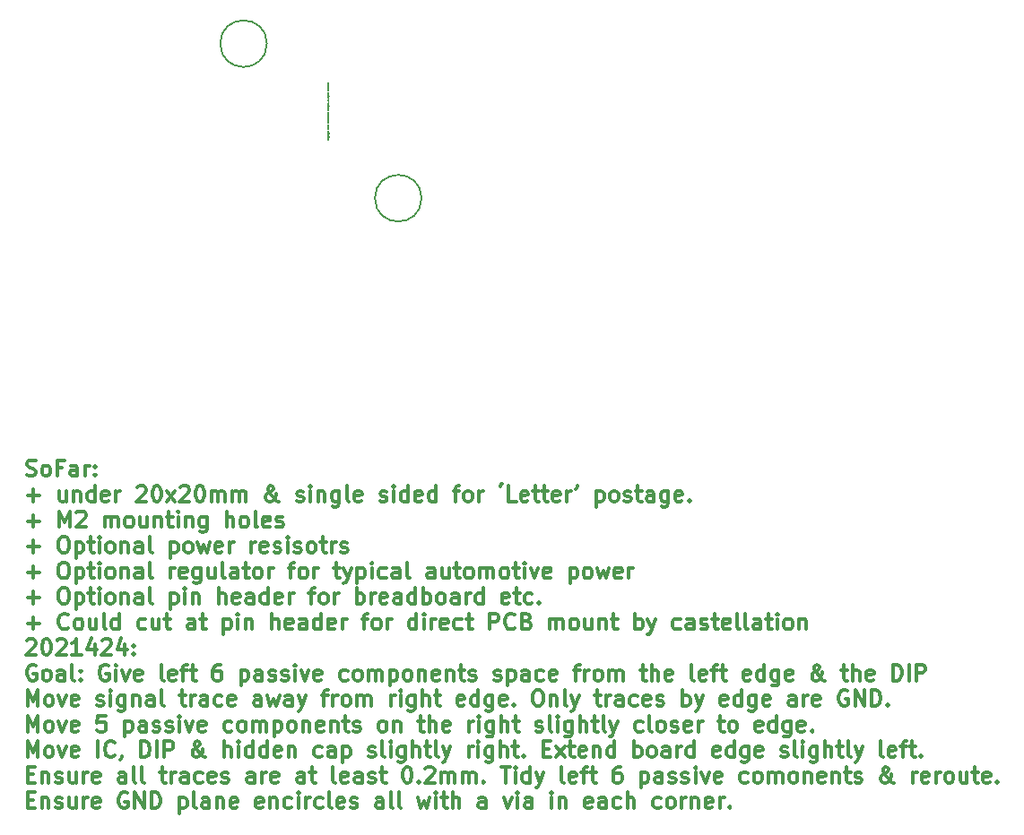
<source format=gbr>
G04 #@! TF.GenerationSoftware,KiCad,Pcbnew,8.0.2*
G04 #@! TF.CreationDate,2024-05-02T19:27:24+02:00*
G04 #@! TF.ProjectId,VR-Conditioner-MAX9926+reg,56522d43-6f6e-4646-9974-696f6e65722d,3.7*
G04 #@! TF.SameCoordinates,PX68c4118PY713e7a8*
G04 #@! TF.FileFunction,Other,Comment*
%FSLAX46Y46*%
G04 Gerber Fmt 4.6, Leading zero omitted, Abs format (unit mm)*
G04 Created by KiCad (PCBNEW 8.0.2) date 2024-05-02 19:27:24*
%MOMM*%
%LPD*%
G01*
G04 APERTURE LIST*
%ADD10C,0.300000*%
%ADD11C,0.002000*%
%ADD12C,0.150000*%
G04 APERTURE END LIST*
D10*
X-15391918Y-21104946D02*
X-15177632Y-21176374D01*
X-15177632Y-21176374D02*
X-14820490Y-21176374D01*
X-14820490Y-21176374D02*
X-14677632Y-21104946D01*
X-14677632Y-21104946D02*
X-14606204Y-21033517D01*
X-14606204Y-21033517D02*
X-14534775Y-20890660D01*
X-14534775Y-20890660D02*
X-14534775Y-20747803D01*
X-14534775Y-20747803D02*
X-14606204Y-20604946D01*
X-14606204Y-20604946D02*
X-14677632Y-20533517D01*
X-14677632Y-20533517D02*
X-14820490Y-20462088D01*
X-14820490Y-20462088D02*
X-15106204Y-20390660D01*
X-15106204Y-20390660D02*
X-15249061Y-20319231D01*
X-15249061Y-20319231D02*
X-15320490Y-20247803D01*
X-15320490Y-20247803D02*
X-15391918Y-20104946D01*
X-15391918Y-20104946D02*
X-15391918Y-19962088D01*
X-15391918Y-19962088D02*
X-15320490Y-19819231D01*
X-15320490Y-19819231D02*
X-15249061Y-19747803D01*
X-15249061Y-19747803D02*
X-15106204Y-19676374D01*
X-15106204Y-19676374D02*
X-14749061Y-19676374D01*
X-14749061Y-19676374D02*
X-14534775Y-19747803D01*
X-13677633Y-21176374D02*
X-13820490Y-21104946D01*
X-13820490Y-21104946D02*
X-13891919Y-21033517D01*
X-13891919Y-21033517D02*
X-13963347Y-20890660D01*
X-13963347Y-20890660D02*
X-13963347Y-20462088D01*
X-13963347Y-20462088D02*
X-13891919Y-20319231D01*
X-13891919Y-20319231D02*
X-13820490Y-20247803D01*
X-13820490Y-20247803D02*
X-13677633Y-20176374D01*
X-13677633Y-20176374D02*
X-13463347Y-20176374D01*
X-13463347Y-20176374D02*
X-13320490Y-20247803D01*
X-13320490Y-20247803D02*
X-13249061Y-20319231D01*
X-13249061Y-20319231D02*
X-13177633Y-20462088D01*
X-13177633Y-20462088D02*
X-13177633Y-20890660D01*
X-13177633Y-20890660D02*
X-13249061Y-21033517D01*
X-13249061Y-21033517D02*
X-13320490Y-21104946D01*
X-13320490Y-21104946D02*
X-13463347Y-21176374D01*
X-13463347Y-21176374D02*
X-13677633Y-21176374D01*
X-12034776Y-20390660D02*
X-12534776Y-20390660D01*
X-12534776Y-21176374D02*
X-12534776Y-19676374D01*
X-12534776Y-19676374D02*
X-11820490Y-19676374D01*
X-10606204Y-21176374D02*
X-10606204Y-20390660D01*
X-10606204Y-20390660D02*
X-10677633Y-20247803D01*
X-10677633Y-20247803D02*
X-10820490Y-20176374D01*
X-10820490Y-20176374D02*
X-11106204Y-20176374D01*
X-11106204Y-20176374D02*
X-11249062Y-20247803D01*
X-10606204Y-21104946D02*
X-10749062Y-21176374D01*
X-10749062Y-21176374D02*
X-11106204Y-21176374D01*
X-11106204Y-21176374D02*
X-11249062Y-21104946D01*
X-11249062Y-21104946D02*
X-11320490Y-20962088D01*
X-11320490Y-20962088D02*
X-11320490Y-20819231D01*
X-11320490Y-20819231D02*
X-11249062Y-20676374D01*
X-11249062Y-20676374D02*
X-11106204Y-20604946D01*
X-11106204Y-20604946D02*
X-10749062Y-20604946D01*
X-10749062Y-20604946D02*
X-10606204Y-20533517D01*
X-9891919Y-21176374D02*
X-9891919Y-20176374D01*
X-9891919Y-20462088D02*
X-9820490Y-20319231D01*
X-9820490Y-20319231D02*
X-9749061Y-20247803D01*
X-9749061Y-20247803D02*
X-9606204Y-20176374D01*
X-9606204Y-20176374D02*
X-9463347Y-20176374D01*
X-8963348Y-21033517D02*
X-8891919Y-21104946D01*
X-8891919Y-21104946D02*
X-8963348Y-21176374D01*
X-8963348Y-21176374D02*
X-9034776Y-21104946D01*
X-9034776Y-21104946D02*
X-8963348Y-21033517D01*
X-8963348Y-21033517D02*
X-8963348Y-21176374D01*
X-8963348Y-20247803D02*
X-8891919Y-20319231D01*
X-8891919Y-20319231D02*
X-8963348Y-20390660D01*
X-8963348Y-20390660D02*
X-9034776Y-20319231D01*
X-9034776Y-20319231D02*
X-8963348Y-20247803D01*
X-8963348Y-20247803D02*
X-8963348Y-20390660D01*
X-15320490Y-23019862D02*
X-14177632Y-23019862D01*
X-14749061Y-23591290D02*
X-14749061Y-22448433D01*
X-11677632Y-22591290D02*
X-11677632Y-23591290D01*
X-12320490Y-22591290D02*
X-12320490Y-23377004D01*
X-12320490Y-23377004D02*
X-12249061Y-23519862D01*
X-12249061Y-23519862D02*
X-12106204Y-23591290D01*
X-12106204Y-23591290D02*
X-11891918Y-23591290D01*
X-11891918Y-23591290D02*
X-11749061Y-23519862D01*
X-11749061Y-23519862D02*
X-11677632Y-23448433D01*
X-10963347Y-22591290D02*
X-10963347Y-23591290D01*
X-10963347Y-22734147D02*
X-10891918Y-22662719D01*
X-10891918Y-22662719D02*
X-10749061Y-22591290D01*
X-10749061Y-22591290D02*
X-10534775Y-22591290D01*
X-10534775Y-22591290D02*
X-10391918Y-22662719D01*
X-10391918Y-22662719D02*
X-10320489Y-22805576D01*
X-10320489Y-22805576D02*
X-10320489Y-23591290D01*
X-8963346Y-23591290D02*
X-8963346Y-22091290D01*
X-8963346Y-23519862D02*
X-9106204Y-23591290D01*
X-9106204Y-23591290D02*
X-9391918Y-23591290D01*
X-9391918Y-23591290D02*
X-9534775Y-23519862D01*
X-9534775Y-23519862D02*
X-9606204Y-23448433D01*
X-9606204Y-23448433D02*
X-9677632Y-23305576D01*
X-9677632Y-23305576D02*
X-9677632Y-22877004D01*
X-9677632Y-22877004D02*
X-9606204Y-22734147D01*
X-9606204Y-22734147D02*
X-9534775Y-22662719D01*
X-9534775Y-22662719D02*
X-9391918Y-22591290D01*
X-9391918Y-22591290D02*
X-9106204Y-22591290D01*
X-9106204Y-22591290D02*
X-8963346Y-22662719D01*
X-7677632Y-23519862D02*
X-7820489Y-23591290D01*
X-7820489Y-23591290D02*
X-8106203Y-23591290D01*
X-8106203Y-23591290D02*
X-8249061Y-23519862D01*
X-8249061Y-23519862D02*
X-8320489Y-23377004D01*
X-8320489Y-23377004D02*
X-8320489Y-22805576D01*
X-8320489Y-22805576D02*
X-8249061Y-22662719D01*
X-8249061Y-22662719D02*
X-8106203Y-22591290D01*
X-8106203Y-22591290D02*
X-7820489Y-22591290D01*
X-7820489Y-22591290D02*
X-7677632Y-22662719D01*
X-7677632Y-22662719D02*
X-7606203Y-22805576D01*
X-7606203Y-22805576D02*
X-7606203Y-22948433D01*
X-7606203Y-22948433D02*
X-8320489Y-23091290D01*
X-6963347Y-23591290D02*
X-6963347Y-22591290D01*
X-6963347Y-22877004D02*
X-6891918Y-22734147D01*
X-6891918Y-22734147D02*
X-6820489Y-22662719D01*
X-6820489Y-22662719D02*
X-6677632Y-22591290D01*
X-6677632Y-22591290D02*
X-6534775Y-22591290D01*
X-4963347Y-22234147D02*
X-4891919Y-22162719D01*
X-4891919Y-22162719D02*
X-4749061Y-22091290D01*
X-4749061Y-22091290D02*
X-4391919Y-22091290D01*
X-4391919Y-22091290D02*
X-4249061Y-22162719D01*
X-4249061Y-22162719D02*
X-4177633Y-22234147D01*
X-4177633Y-22234147D02*
X-4106204Y-22377004D01*
X-4106204Y-22377004D02*
X-4106204Y-22519862D01*
X-4106204Y-22519862D02*
X-4177633Y-22734147D01*
X-4177633Y-22734147D02*
X-5034776Y-23591290D01*
X-5034776Y-23591290D02*
X-4106204Y-23591290D01*
X-3177633Y-22091290D02*
X-3034776Y-22091290D01*
X-3034776Y-22091290D02*
X-2891919Y-22162719D01*
X-2891919Y-22162719D02*
X-2820490Y-22234147D01*
X-2820490Y-22234147D02*
X-2749062Y-22377004D01*
X-2749062Y-22377004D02*
X-2677633Y-22662719D01*
X-2677633Y-22662719D02*
X-2677633Y-23019862D01*
X-2677633Y-23019862D02*
X-2749062Y-23305576D01*
X-2749062Y-23305576D02*
X-2820490Y-23448433D01*
X-2820490Y-23448433D02*
X-2891919Y-23519862D01*
X-2891919Y-23519862D02*
X-3034776Y-23591290D01*
X-3034776Y-23591290D02*
X-3177633Y-23591290D01*
X-3177633Y-23591290D02*
X-3320490Y-23519862D01*
X-3320490Y-23519862D02*
X-3391919Y-23448433D01*
X-3391919Y-23448433D02*
X-3463348Y-23305576D01*
X-3463348Y-23305576D02*
X-3534776Y-23019862D01*
X-3534776Y-23019862D02*
X-3534776Y-22662719D01*
X-3534776Y-22662719D02*
X-3463348Y-22377004D01*
X-3463348Y-22377004D02*
X-3391919Y-22234147D01*
X-3391919Y-22234147D02*
X-3320490Y-22162719D01*
X-3320490Y-22162719D02*
X-3177633Y-22091290D01*
X-2177634Y-23591290D02*
X-1391919Y-22591290D01*
X-2177634Y-22591290D02*
X-1391919Y-23591290D01*
X-891919Y-22234147D02*
X-820491Y-22162719D01*
X-820491Y-22162719D02*
X-677633Y-22091290D01*
X-677633Y-22091290D02*
X-320491Y-22091290D01*
X-320491Y-22091290D02*
X-177633Y-22162719D01*
X-177633Y-22162719D02*
X-106205Y-22234147D01*
X-106205Y-22234147D02*
X-34776Y-22377004D01*
X-34776Y-22377004D02*
X-34776Y-22519862D01*
X-34776Y-22519862D02*
X-106205Y-22734147D01*
X-106205Y-22734147D02*
X-963348Y-23591290D01*
X-963348Y-23591290D02*
X-34776Y-23591290D01*
X893795Y-22091290D02*
X1036652Y-22091290D01*
X1036652Y-22091290D02*
X1179509Y-22162719D01*
X1179509Y-22162719D02*
X1250938Y-22234147D01*
X1250938Y-22234147D02*
X1322366Y-22377004D01*
X1322366Y-22377004D02*
X1393795Y-22662719D01*
X1393795Y-22662719D02*
X1393795Y-23019862D01*
X1393795Y-23019862D02*
X1322366Y-23305576D01*
X1322366Y-23305576D02*
X1250938Y-23448433D01*
X1250938Y-23448433D02*
X1179509Y-23519862D01*
X1179509Y-23519862D02*
X1036652Y-23591290D01*
X1036652Y-23591290D02*
X893795Y-23591290D01*
X893795Y-23591290D02*
X750938Y-23519862D01*
X750938Y-23519862D02*
X679509Y-23448433D01*
X679509Y-23448433D02*
X608080Y-23305576D01*
X608080Y-23305576D02*
X536652Y-23019862D01*
X536652Y-23019862D02*
X536652Y-22662719D01*
X536652Y-22662719D02*
X608080Y-22377004D01*
X608080Y-22377004D02*
X679509Y-22234147D01*
X679509Y-22234147D02*
X750938Y-22162719D01*
X750938Y-22162719D02*
X893795Y-22091290D01*
X2036651Y-23591290D02*
X2036651Y-22591290D01*
X2036651Y-22734147D02*
X2108080Y-22662719D01*
X2108080Y-22662719D02*
X2250937Y-22591290D01*
X2250937Y-22591290D02*
X2465223Y-22591290D01*
X2465223Y-22591290D02*
X2608080Y-22662719D01*
X2608080Y-22662719D02*
X2679509Y-22805576D01*
X2679509Y-22805576D02*
X2679509Y-23591290D01*
X2679509Y-22805576D02*
X2750937Y-22662719D01*
X2750937Y-22662719D02*
X2893794Y-22591290D01*
X2893794Y-22591290D02*
X3108080Y-22591290D01*
X3108080Y-22591290D02*
X3250937Y-22662719D01*
X3250937Y-22662719D02*
X3322366Y-22805576D01*
X3322366Y-22805576D02*
X3322366Y-23591290D01*
X4036651Y-23591290D02*
X4036651Y-22591290D01*
X4036651Y-22734147D02*
X4108080Y-22662719D01*
X4108080Y-22662719D02*
X4250937Y-22591290D01*
X4250937Y-22591290D02*
X4465223Y-22591290D01*
X4465223Y-22591290D02*
X4608080Y-22662719D01*
X4608080Y-22662719D02*
X4679509Y-22805576D01*
X4679509Y-22805576D02*
X4679509Y-23591290D01*
X4679509Y-22805576D02*
X4750937Y-22662719D01*
X4750937Y-22662719D02*
X4893794Y-22591290D01*
X4893794Y-22591290D02*
X5108080Y-22591290D01*
X5108080Y-22591290D02*
X5250937Y-22662719D01*
X5250937Y-22662719D02*
X5322366Y-22805576D01*
X5322366Y-22805576D02*
X5322366Y-23591290D01*
X8393794Y-23591290D02*
X8322366Y-23591290D01*
X8322366Y-23591290D02*
X8179508Y-23519862D01*
X8179508Y-23519862D02*
X7965223Y-23305576D01*
X7965223Y-23305576D02*
X7608080Y-22877004D01*
X7608080Y-22877004D02*
X7465223Y-22662719D01*
X7465223Y-22662719D02*
X7393794Y-22448433D01*
X7393794Y-22448433D02*
X7393794Y-22305576D01*
X7393794Y-22305576D02*
X7465223Y-22162719D01*
X7465223Y-22162719D02*
X7608080Y-22091290D01*
X7608080Y-22091290D02*
X7679508Y-22091290D01*
X7679508Y-22091290D02*
X7822366Y-22162719D01*
X7822366Y-22162719D02*
X7893794Y-22305576D01*
X7893794Y-22305576D02*
X7893794Y-22377004D01*
X7893794Y-22377004D02*
X7822366Y-22519862D01*
X7822366Y-22519862D02*
X7750937Y-22591290D01*
X7750937Y-22591290D02*
X7322366Y-22877004D01*
X7322366Y-22877004D02*
X7250937Y-22948433D01*
X7250937Y-22948433D02*
X7179508Y-23091290D01*
X7179508Y-23091290D02*
X7179508Y-23305576D01*
X7179508Y-23305576D02*
X7250937Y-23448433D01*
X7250937Y-23448433D02*
X7322366Y-23519862D01*
X7322366Y-23519862D02*
X7465223Y-23591290D01*
X7465223Y-23591290D02*
X7679508Y-23591290D01*
X7679508Y-23591290D02*
X7822366Y-23519862D01*
X7822366Y-23519862D02*
X7893794Y-23448433D01*
X7893794Y-23448433D02*
X8108080Y-23162719D01*
X8108080Y-23162719D02*
X8179508Y-22948433D01*
X8179508Y-22948433D02*
X8179508Y-22805576D01*
X10108080Y-23519862D02*
X10250937Y-23591290D01*
X10250937Y-23591290D02*
X10536651Y-23591290D01*
X10536651Y-23591290D02*
X10679508Y-23519862D01*
X10679508Y-23519862D02*
X10750937Y-23377004D01*
X10750937Y-23377004D02*
X10750937Y-23305576D01*
X10750937Y-23305576D02*
X10679508Y-23162719D01*
X10679508Y-23162719D02*
X10536651Y-23091290D01*
X10536651Y-23091290D02*
X10322366Y-23091290D01*
X10322366Y-23091290D02*
X10179508Y-23019862D01*
X10179508Y-23019862D02*
X10108080Y-22877004D01*
X10108080Y-22877004D02*
X10108080Y-22805576D01*
X10108080Y-22805576D02*
X10179508Y-22662719D01*
X10179508Y-22662719D02*
X10322366Y-22591290D01*
X10322366Y-22591290D02*
X10536651Y-22591290D01*
X10536651Y-22591290D02*
X10679508Y-22662719D01*
X11393794Y-23591290D02*
X11393794Y-22591290D01*
X11393794Y-22091290D02*
X11322366Y-22162719D01*
X11322366Y-22162719D02*
X11393794Y-22234147D01*
X11393794Y-22234147D02*
X11465223Y-22162719D01*
X11465223Y-22162719D02*
X11393794Y-22091290D01*
X11393794Y-22091290D02*
X11393794Y-22234147D01*
X12108080Y-22591290D02*
X12108080Y-23591290D01*
X12108080Y-22734147D02*
X12179509Y-22662719D01*
X12179509Y-22662719D02*
X12322366Y-22591290D01*
X12322366Y-22591290D02*
X12536652Y-22591290D01*
X12536652Y-22591290D02*
X12679509Y-22662719D01*
X12679509Y-22662719D02*
X12750938Y-22805576D01*
X12750938Y-22805576D02*
X12750938Y-23591290D01*
X14108081Y-22591290D02*
X14108081Y-23805576D01*
X14108081Y-23805576D02*
X14036652Y-23948433D01*
X14036652Y-23948433D02*
X13965223Y-24019862D01*
X13965223Y-24019862D02*
X13822366Y-24091290D01*
X13822366Y-24091290D02*
X13608081Y-24091290D01*
X13608081Y-24091290D02*
X13465223Y-24019862D01*
X14108081Y-23519862D02*
X13965223Y-23591290D01*
X13965223Y-23591290D02*
X13679509Y-23591290D01*
X13679509Y-23591290D02*
X13536652Y-23519862D01*
X13536652Y-23519862D02*
X13465223Y-23448433D01*
X13465223Y-23448433D02*
X13393795Y-23305576D01*
X13393795Y-23305576D02*
X13393795Y-22877004D01*
X13393795Y-22877004D02*
X13465223Y-22734147D01*
X13465223Y-22734147D02*
X13536652Y-22662719D01*
X13536652Y-22662719D02*
X13679509Y-22591290D01*
X13679509Y-22591290D02*
X13965223Y-22591290D01*
X13965223Y-22591290D02*
X14108081Y-22662719D01*
X15036652Y-23591290D02*
X14893795Y-23519862D01*
X14893795Y-23519862D02*
X14822366Y-23377004D01*
X14822366Y-23377004D02*
X14822366Y-22091290D01*
X16179509Y-23519862D02*
X16036652Y-23591290D01*
X16036652Y-23591290D02*
X15750938Y-23591290D01*
X15750938Y-23591290D02*
X15608080Y-23519862D01*
X15608080Y-23519862D02*
X15536652Y-23377004D01*
X15536652Y-23377004D02*
X15536652Y-22805576D01*
X15536652Y-22805576D02*
X15608080Y-22662719D01*
X15608080Y-22662719D02*
X15750938Y-22591290D01*
X15750938Y-22591290D02*
X16036652Y-22591290D01*
X16036652Y-22591290D02*
X16179509Y-22662719D01*
X16179509Y-22662719D02*
X16250938Y-22805576D01*
X16250938Y-22805576D02*
X16250938Y-22948433D01*
X16250938Y-22948433D02*
X15536652Y-23091290D01*
X17965223Y-23519862D02*
X18108080Y-23591290D01*
X18108080Y-23591290D02*
X18393794Y-23591290D01*
X18393794Y-23591290D02*
X18536651Y-23519862D01*
X18536651Y-23519862D02*
X18608080Y-23377004D01*
X18608080Y-23377004D02*
X18608080Y-23305576D01*
X18608080Y-23305576D02*
X18536651Y-23162719D01*
X18536651Y-23162719D02*
X18393794Y-23091290D01*
X18393794Y-23091290D02*
X18179509Y-23091290D01*
X18179509Y-23091290D02*
X18036651Y-23019862D01*
X18036651Y-23019862D02*
X17965223Y-22877004D01*
X17965223Y-22877004D02*
X17965223Y-22805576D01*
X17965223Y-22805576D02*
X18036651Y-22662719D01*
X18036651Y-22662719D02*
X18179509Y-22591290D01*
X18179509Y-22591290D02*
X18393794Y-22591290D01*
X18393794Y-22591290D02*
X18536651Y-22662719D01*
X19250937Y-23591290D02*
X19250937Y-22591290D01*
X19250937Y-22091290D02*
X19179509Y-22162719D01*
X19179509Y-22162719D02*
X19250937Y-22234147D01*
X19250937Y-22234147D02*
X19322366Y-22162719D01*
X19322366Y-22162719D02*
X19250937Y-22091290D01*
X19250937Y-22091290D02*
X19250937Y-22234147D01*
X20608081Y-23591290D02*
X20608081Y-22091290D01*
X20608081Y-23519862D02*
X20465223Y-23591290D01*
X20465223Y-23591290D02*
X20179509Y-23591290D01*
X20179509Y-23591290D02*
X20036652Y-23519862D01*
X20036652Y-23519862D02*
X19965223Y-23448433D01*
X19965223Y-23448433D02*
X19893795Y-23305576D01*
X19893795Y-23305576D02*
X19893795Y-22877004D01*
X19893795Y-22877004D02*
X19965223Y-22734147D01*
X19965223Y-22734147D02*
X20036652Y-22662719D01*
X20036652Y-22662719D02*
X20179509Y-22591290D01*
X20179509Y-22591290D02*
X20465223Y-22591290D01*
X20465223Y-22591290D02*
X20608081Y-22662719D01*
X21893795Y-23519862D02*
X21750938Y-23591290D01*
X21750938Y-23591290D02*
X21465224Y-23591290D01*
X21465224Y-23591290D02*
X21322366Y-23519862D01*
X21322366Y-23519862D02*
X21250938Y-23377004D01*
X21250938Y-23377004D02*
X21250938Y-22805576D01*
X21250938Y-22805576D02*
X21322366Y-22662719D01*
X21322366Y-22662719D02*
X21465224Y-22591290D01*
X21465224Y-22591290D02*
X21750938Y-22591290D01*
X21750938Y-22591290D02*
X21893795Y-22662719D01*
X21893795Y-22662719D02*
X21965224Y-22805576D01*
X21965224Y-22805576D02*
X21965224Y-22948433D01*
X21965224Y-22948433D02*
X21250938Y-23091290D01*
X23250938Y-23591290D02*
X23250938Y-22091290D01*
X23250938Y-23519862D02*
X23108080Y-23591290D01*
X23108080Y-23591290D02*
X22822366Y-23591290D01*
X22822366Y-23591290D02*
X22679509Y-23519862D01*
X22679509Y-23519862D02*
X22608080Y-23448433D01*
X22608080Y-23448433D02*
X22536652Y-23305576D01*
X22536652Y-23305576D02*
X22536652Y-22877004D01*
X22536652Y-22877004D02*
X22608080Y-22734147D01*
X22608080Y-22734147D02*
X22679509Y-22662719D01*
X22679509Y-22662719D02*
X22822366Y-22591290D01*
X22822366Y-22591290D02*
X23108080Y-22591290D01*
X23108080Y-22591290D02*
X23250938Y-22662719D01*
X24893795Y-22591290D02*
X25465223Y-22591290D01*
X25108080Y-23591290D02*
X25108080Y-22305576D01*
X25108080Y-22305576D02*
X25179509Y-22162719D01*
X25179509Y-22162719D02*
X25322366Y-22091290D01*
X25322366Y-22091290D02*
X25465223Y-22091290D01*
X26179509Y-23591290D02*
X26036652Y-23519862D01*
X26036652Y-23519862D02*
X25965223Y-23448433D01*
X25965223Y-23448433D02*
X25893795Y-23305576D01*
X25893795Y-23305576D02*
X25893795Y-22877004D01*
X25893795Y-22877004D02*
X25965223Y-22734147D01*
X25965223Y-22734147D02*
X26036652Y-22662719D01*
X26036652Y-22662719D02*
X26179509Y-22591290D01*
X26179509Y-22591290D02*
X26393795Y-22591290D01*
X26393795Y-22591290D02*
X26536652Y-22662719D01*
X26536652Y-22662719D02*
X26608081Y-22734147D01*
X26608081Y-22734147D02*
X26679509Y-22877004D01*
X26679509Y-22877004D02*
X26679509Y-23305576D01*
X26679509Y-23305576D02*
X26608081Y-23448433D01*
X26608081Y-23448433D02*
X26536652Y-23519862D01*
X26536652Y-23519862D02*
X26393795Y-23591290D01*
X26393795Y-23591290D02*
X26179509Y-23591290D01*
X27322366Y-23591290D02*
X27322366Y-22591290D01*
X27322366Y-22877004D02*
X27393795Y-22734147D01*
X27393795Y-22734147D02*
X27465224Y-22662719D01*
X27465224Y-22662719D02*
X27608081Y-22591290D01*
X27608081Y-22591290D02*
X27750938Y-22591290D01*
X29322366Y-22162719D02*
X29322366Y-22091290D01*
X29322366Y-22091290D02*
X29393794Y-21948433D01*
X29393794Y-21948433D02*
X29465223Y-21877004D01*
X30822366Y-23591290D02*
X30108080Y-23591290D01*
X30108080Y-23591290D02*
X30108080Y-22091290D01*
X31893795Y-23519862D02*
X31750938Y-23591290D01*
X31750938Y-23591290D02*
X31465224Y-23591290D01*
X31465224Y-23591290D02*
X31322366Y-23519862D01*
X31322366Y-23519862D02*
X31250938Y-23377004D01*
X31250938Y-23377004D02*
X31250938Y-22805576D01*
X31250938Y-22805576D02*
X31322366Y-22662719D01*
X31322366Y-22662719D02*
X31465224Y-22591290D01*
X31465224Y-22591290D02*
X31750938Y-22591290D01*
X31750938Y-22591290D02*
X31893795Y-22662719D01*
X31893795Y-22662719D02*
X31965224Y-22805576D01*
X31965224Y-22805576D02*
X31965224Y-22948433D01*
X31965224Y-22948433D02*
X31250938Y-23091290D01*
X32393795Y-22591290D02*
X32965223Y-22591290D01*
X32608080Y-22091290D02*
X32608080Y-23377004D01*
X32608080Y-23377004D02*
X32679509Y-23519862D01*
X32679509Y-23519862D02*
X32822366Y-23591290D01*
X32822366Y-23591290D02*
X32965223Y-23591290D01*
X33250938Y-22591290D02*
X33822366Y-22591290D01*
X33465223Y-22091290D02*
X33465223Y-23377004D01*
X33465223Y-23377004D02*
X33536652Y-23519862D01*
X33536652Y-23519862D02*
X33679509Y-23591290D01*
X33679509Y-23591290D02*
X33822366Y-23591290D01*
X34893795Y-23519862D02*
X34750938Y-23591290D01*
X34750938Y-23591290D02*
X34465224Y-23591290D01*
X34465224Y-23591290D02*
X34322366Y-23519862D01*
X34322366Y-23519862D02*
X34250938Y-23377004D01*
X34250938Y-23377004D02*
X34250938Y-22805576D01*
X34250938Y-22805576D02*
X34322366Y-22662719D01*
X34322366Y-22662719D02*
X34465224Y-22591290D01*
X34465224Y-22591290D02*
X34750938Y-22591290D01*
X34750938Y-22591290D02*
X34893795Y-22662719D01*
X34893795Y-22662719D02*
X34965224Y-22805576D01*
X34965224Y-22805576D02*
X34965224Y-22948433D01*
X34965224Y-22948433D02*
X34250938Y-23091290D01*
X35608080Y-23591290D02*
X35608080Y-22591290D01*
X35608080Y-22877004D02*
X35679509Y-22734147D01*
X35679509Y-22734147D02*
X35750938Y-22662719D01*
X35750938Y-22662719D02*
X35893795Y-22591290D01*
X35893795Y-22591290D02*
X36036652Y-22591290D01*
X36608080Y-22091290D02*
X36608080Y-22162719D01*
X36608080Y-22162719D02*
X36536651Y-22305576D01*
X36536651Y-22305576D02*
X36465223Y-22377004D01*
X38393794Y-22591290D02*
X38393794Y-24091290D01*
X38393794Y-22662719D02*
X38536652Y-22591290D01*
X38536652Y-22591290D02*
X38822366Y-22591290D01*
X38822366Y-22591290D02*
X38965223Y-22662719D01*
X38965223Y-22662719D02*
X39036652Y-22734147D01*
X39036652Y-22734147D02*
X39108080Y-22877004D01*
X39108080Y-22877004D02*
X39108080Y-23305576D01*
X39108080Y-23305576D02*
X39036652Y-23448433D01*
X39036652Y-23448433D02*
X38965223Y-23519862D01*
X38965223Y-23519862D02*
X38822366Y-23591290D01*
X38822366Y-23591290D02*
X38536652Y-23591290D01*
X38536652Y-23591290D02*
X38393794Y-23519862D01*
X39965223Y-23591290D02*
X39822366Y-23519862D01*
X39822366Y-23519862D02*
X39750937Y-23448433D01*
X39750937Y-23448433D02*
X39679509Y-23305576D01*
X39679509Y-23305576D02*
X39679509Y-22877004D01*
X39679509Y-22877004D02*
X39750937Y-22734147D01*
X39750937Y-22734147D02*
X39822366Y-22662719D01*
X39822366Y-22662719D02*
X39965223Y-22591290D01*
X39965223Y-22591290D02*
X40179509Y-22591290D01*
X40179509Y-22591290D02*
X40322366Y-22662719D01*
X40322366Y-22662719D02*
X40393795Y-22734147D01*
X40393795Y-22734147D02*
X40465223Y-22877004D01*
X40465223Y-22877004D02*
X40465223Y-23305576D01*
X40465223Y-23305576D02*
X40393795Y-23448433D01*
X40393795Y-23448433D02*
X40322366Y-23519862D01*
X40322366Y-23519862D02*
X40179509Y-23591290D01*
X40179509Y-23591290D02*
X39965223Y-23591290D01*
X41036652Y-23519862D02*
X41179509Y-23591290D01*
X41179509Y-23591290D02*
X41465223Y-23591290D01*
X41465223Y-23591290D02*
X41608080Y-23519862D01*
X41608080Y-23519862D02*
X41679509Y-23377004D01*
X41679509Y-23377004D02*
X41679509Y-23305576D01*
X41679509Y-23305576D02*
X41608080Y-23162719D01*
X41608080Y-23162719D02*
X41465223Y-23091290D01*
X41465223Y-23091290D02*
X41250938Y-23091290D01*
X41250938Y-23091290D02*
X41108080Y-23019862D01*
X41108080Y-23019862D02*
X41036652Y-22877004D01*
X41036652Y-22877004D02*
X41036652Y-22805576D01*
X41036652Y-22805576D02*
X41108080Y-22662719D01*
X41108080Y-22662719D02*
X41250938Y-22591290D01*
X41250938Y-22591290D02*
X41465223Y-22591290D01*
X41465223Y-22591290D02*
X41608080Y-22662719D01*
X42108081Y-22591290D02*
X42679509Y-22591290D01*
X42322366Y-22091290D02*
X42322366Y-23377004D01*
X42322366Y-23377004D02*
X42393795Y-23519862D01*
X42393795Y-23519862D02*
X42536652Y-23591290D01*
X42536652Y-23591290D02*
X42679509Y-23591290D01*
X43822367Y-23591290D02*
X43822367Y-22805576D01*
X43822367Y-22805576D02*
X43750938Y-22662719D01*
X43750938Y-22662719D02*
X43608081Y-22591290D01*
X43608081Y-22591290D02*
X43322367Y-22591290D01*
X43322367Y-22591290D02*
X43179509Y-22662719D01*
X43822367Y-23519862D02*
X43679509Y-23591290D01*
X43679509Y-23591290D02*
X43322367Y-23591290D01*
X43322367Y-23591290D02*
X43179509Y-23519862D01*
X43179509Y-23519862D02*
X43108081Y-23377004D01*
X43108081Y-23377004D02*
X43108081Y-23234147D01*
X43108081Y-23234147D02*
X43179509Y-23091290D01*
X43179509Y-23091290D02*
X43322367Y-23019862D01*
X43322367Y-23019862D02*
X43679509Y-23019862D01*
X43679509Y-23019862D02*
X43822367Y-22948433D01*
X45179510Y-22591290D02*
X45179510Y-23805576D01*
X45179510Y-23805576D02*
X45108081Y-23948433D01*
X45108081Y-23948433D02*
X45036652Y-24019862D01*
X45036652Y-24019862D02*
X44893795Y-24091290D01*
X44893795Y-24091290D02*
X44679510Y-24091290D01*
X44679510Y-24091290D02*
X44536652Y-24019862D01*
X45179510Y-23519862D02*
X45036652Y-23591290D01*
X45036652Y-23591290D02*
X44750938Y-23591290D01*
X44750938Y-23591290D02*
X44608081Y-23519862D01*
X44608081Y-23519862D02*
X44536652Y-23448433D01*
X44536652Y-23448433D02*
X44465224Y-23305576D01*
X44465224Y-23305576D02*
X44465224Y-22877004D01*
X44465224Y-22877004D02*
X44536652Y-22734147D01*
X44536652Y-22734147D02*
X44608081Y-22662719D01*
X44608081Y-22662719D02*
X44750938Y-22591290D01*
X44750938Y-22591290D02*
X45036652Y-22591290D01*
X45036652Y-22591290D02*
X45179510Y-22662719D01*
X46465224Y-23519862D02*
X46322367Y-23591290D01*
X46322367Y-23591290D02*
X46036653Y-23591290D01*
X46036653Y-23591290D02*
X45893795Y-23519862D01*
X45893795Y-23519862D02*
X45822367Y-23377004D01*
X45822367Y-23377004D02*
X45822367Y-22805576D01*
X45822367Y-22805576D02*
X45893795Y-22662719D01*
X45893795Y-22662719D02*
X46036653Y-22591290D01*
X46036653Y-22591290D02*
X46322367Y-22591290D01*
X46322367Y-22591290D02*
X46465224Y-22662719D01*
X46465224Y-22662719D02*
X46536653Y-22805576D01*
X46536653Y-22805576D02*
X46536653Y-22948433D01*
X46536653Y-22948433D02*
X45822367Y-23091290D01*
X47179509Y-23448433D02*
X47250938Y-23519862D01*
X47250938Y-23519862D02*
X47179509Y-23591290D01*
X47179509Y-23591290D02*
X47108081Y-23519862D01*
X47108081Y-23519862D02*
X47179509Y-23448433D01*
X47179509Y-23448433D02*
X47179509Y-23591290D01*
X-15320490Y-25434778D02*
X-14177632Y-25434778D01*
X-14749061Y-26006206D02*
X-14749061Y-24863349D01*
X-12320490Y-26006206D02*
X-12320490Y-24506206D01*
X-12320490Y-24506206D02*
X-11820490Y-25577635D01*
X-11820490Y-25577635D02*
X-11320490Y-24506206D01*
X-11320490Y-24506206D02*
X-11320490Y-26006206D01*
X-10677632Y-24649063D02*
X-10606204Y-24577635D01*
X-10606204Y-24577635D02*
X-10463346Y-24506206D01*
X-10463346Y-24506206D02*
X-10106204Y-24506206D01*
X-10106204Y-24506206D02*
X-9963346Y-24577635D01*
X-9963346Y-24577635D02*
X-9891918Y-24649063D01*
X-9891918Y-24649063D02*
X-9820489Y-24791920D01*
X-9820489Y-24791920D02*
X-9820489Y-24934778D01*
X-9820489Y-24934778D02*
X-9891918Y-25149063D01*
X-9891918Y-25149063D02*
X-10749061Y-26006206D01*
X-10749061Y-26006206D02*
X-9820489Y-26006206D01*
X-8034776Y-26006206D02*
X-8034776Y-25006206D01*
X-8034776Y-25149063D02*
X-7963347Y-25077635D01*
X-7963347Y-25077635D02*
X-7820490Y-25006206D01*
X-7820490Y-25006206D02*
X-7606204Y-25006206D01*
X-7606204Y-25006206D02*
X-7463347Y-25077635D01*
X-7463347Y-25077635D02*
X-7391918Y-25220492D01*
X-7391918Y-25220492D02*
X-7391918Y-26006206D01*
X-7391918Y-25220492D02*
X-7320490Y-25077635D01*
X-7320490Y-25077635D02*
X-7177633Y-25006206D01*
X-7177633Y-25006206D02*
X-6963347Y-25006206D01*
X-6963347Y-25006206D02*
X-6820490Y-25077635D01*
X-6820490Y-25077635D02*
X-6749061Y-25220492D01*
X-6749061Y-25220492D02*
X-6749061Y-26006206D01*
X-5820490Y-26006206D02*
X-5963347Y-25934778D01*
X-5963347Y-25934778D02*
X-6034776Y-25863349D01*
X-6034776Y-25863349D02*
X-6106204Y-25720492D01*
X-6106204Y-25720492D02*
X-6106204Y-25291920D01*
X-6106204Y-25291920D02*
X-6034776Y-25149063D01*
X-6034776Y-25149063D02*
X-5963347Y-25077635D01*
X-5963347Y-25077635D02*
X-5820490Y-25006206D01*
X-5820490Y-25006206D02*
X-5606204Y-25006206D01*
X-5606204Y-25006206D02*
X-5463347Y-25077635D01*
X-5463347Y-25077635D02*
X-5391918Y-25149063D01*
X-5391918Y-25149063D02*
X-5320490Y-25291920D01*
X-5320490Y-25291920D02*
X-5320490Y-25720492D01*
X-5320490Y-25720492D02*
X-5391918Y-25863349D01*
X-5391918Y-25863349D02*
X-5463347Y-25934778D01*
X-5463347Y-25934778D02*
X-5606204Y-26006206D01*
X-5606204Y-26006206D02*
X-5820490Y-26006206D01*
X-4034775Y-25006206D02*
X-4034775Y-26006206D01*
X-4677633Y-25006206D02*
X-4677633Y-25791920D01*
X-4677633Y-25791920D02*
X-4606204Y-25934778D01*
X-4606204Y-25934778D02*
X-4463347Y-26006206D01*
X-4463347Y-26006206D02*
X-4249061Y-26006206D01*
X-4249061Y-26006206D02*
X-4106204Y-25934778D01*
X-4106204Y-25934778D02*
X-4034775Y-25863349D01*
X-3320490Y-25006206D02*
X-3320490Y-26006206D01*
X-3320490Y-25149063D02*
X-3249061Y-25077635D01*
X-3249061Y-25077635D02*
X-3106204Y-25006206D01*
X-3106204Y-25006206D02*
X-2891918Y-25006206D01*
X-2891918Y-25006206D02*
X-2749061Y-25077635D01*
X-2749061Y-25077635D02*
X-2677632Y-25220492D01*
X-2677632Y-25220492D02*
X-2677632Y-26006206D01*
X-2177632Y-25006206D02*
X-1606204Y-25006206D01*
X-1963347Y-24506206D02*
X-1963347Y-25791920D01*
X-1963347Y-25791920D02*
X-1891918Y-25934778D01*
X-1891918Y-25934778D02*
X-1749061Y-26006206D01*
X-1749061Y-26006206D02*
X-1606204Y-26006206D01*
X-1106204Y-26006206D02*
X-1106204Y-25006206D01*
X-1106204Y-24506206D02*
X-1177632Y-24577635D01*
X-1177632Y-24577635D02*
X-1106204Y-24649063D01*
X-1106204Y-24649063D02*
X-1034775Y-24577635D01*
X-1034775Y-24577635D02*
X-1106204Y-24506206D01*
X-1106204Y-24506206D02*
X-1106204Y-24649063D01*
X-391918Y-25006206D02*
X-391918Y-26006206D01*
X-391918Y-25149063D02*
X-320489Y-25077635D01*
X-320489Y-25077635D02*
X-177632Y-25006206D01*
X-177632Y-25006206D02*
X36654Y-25006206D01*
X36654Y-25006206D02*
X179511Y-25077635D01*
X179511Y-25077635D02*
X250940Y-25220492D01*
X250940Y-25220492D02*
X250940Y-26006206D01*
X1608083Y-25006206D02*
X1608083Y-26220492D01*
X1608083Y-26220492D02*
X1536654Y-26363349D01*
X1536654Y-26363349D02*
X1465225Y-26434778D01*
X1465225Y-26434778D02*
X1322368Y-26506206D01*
X1322368Y-26506206D02*
X1108083Y-26506206D01*
X1108083Y-26506206D02*
X965225Y-26434778D01*
X1608083Y-25934778D02*
X1465225Y-26006206D01*
X1465225Y-26006206D02*
X1179511Y-26006206D01*
X1179511Y-26006206D02*
X1036654Y-25934778D01*
X1036654Y-25934778D02*
X965225Y-25863349D01*
X965225Y-25863349D02*
X893797Y-25720492D01*
X893797Y-25720492D02*
X893797Y-25291920D01*
X893797Y-25291920D02*
X965225Y-25149063D01*
X965225Y-25149063D02*
X1036654Y-25077635D01*
X1036654Y-25077635D02*
X1179511Y-25006206D01*
X1179511Y-25006206D02*
X1465225Y-25006206D01*
X1465225Y-25006206D02*
X1608083Y-25077635D01*
X3465225Y-26006206D02*
X3465225Y-24506206D01*
X4108083Y-26006206D02*
X4108083Y-25220492D01*
X4108083Y-25220492D02*
X4036654Y-25077635D01*
X4036654Y-25077635D02*
X3893797Y-25006206D01*
X3893797Y-25006206D02*
X3679511Y-25006206D01*
X3679511Y-25006206D02*
X3536654Y-25077635D01*
X3536654Y-25077635D02*
X3465225Y-25149063D01*
X5036654Y-26006206D02*
X4893797Y-25934778D01*
X4893797Y-25934778D02*
X4822368Y-25863349D01*
X4822368Y-25863349D02*
X4750940Y-25720492D01*
X4750940Y-25720492D02*
X4750940Y-25291920D01*
X4750940Y-25291920D02*
X4822368Y-25149063D01*
X4822368Y-25149063D02*
X4893797Y-25077635D01*
X4893797Y-25077635D02*
X5036654Y-25006206D01*
X5036654Y-25006206D02*
X5250940Y-25006206D01*
X5250940Y-25006206D02*
X5393797Y-25077635D01*
X5393797Y-25077635D02*
X5465226Y-25149063D01*
X5465226Y-25149063D02*
X5536654Y-25291920D01*
X5536654Y-25291920D02*
X5536654Y-25720492D01*
X5536654Y-25720492D02*
X5465226Y-25863349D01*
X5465226Y-25863349D02*
X5393797Y-25934778D01*
X5393797Y-25934778D02*
X5250940Y-26006206D01*
X5250940Y-26006206D02*
X5036654Y-26006206D01*
X6393797Y-26006206D02*
X6250940Y-25934778D01*
X6250940Y-25934778D02*
X6179511Y-25791920D01*
X6179511Y-25791920D02*
X6179511Y-24506206D01*
X7536654Y-25934778D02*
X7393797Y-26006206D01*
X7393797Y-26006206D02*
X7108083Y-26006206D01*
X7108083Y-26006206D02*
X6965225Y-25934778D01*
X6965225Y-25934778D02*
X6893797Y-25791920D01*
X6893797Y-25791920D02*
X6893797Y-25220492D01*
X6893797Y-25220492D02*
X6965225Y-25077635D01*
X6965225Y-25077635D02*
X7108083Y-25006206D01*
X7108083Y-25006206D02*
X7393797Y-25006206D01*
X7393797Y-25006206D02*
X7536654Y-25077635D01*
X7536654Y-25077635D02*
X7608083Y-25220492D01*
X7608083Y-25220492D02*
X7608083Y-25363349D01*
X7608083Y-25363349D02*
X6893797Y-25506206D01*
X8179511Y-25934778D02*
X8322368Y-26006206D01*
X8322368Y-26006206D02*
X8608082Y-26006206D01*
X8608082Y-26006206D02*
X8750939Y-25934778D01*
X8750939Y-25934778D02*
X8822368Y-25791920D01*
X8822368Y-25791920D02*
X8822368Y-25720492D01*
X8822368Y-25720492D02*
X8750939Y-25577635D01*
X8750939Y-25577635D02*
X8608082Y-25506206D01*
X8608082Y-25506206D02*
X8393797Y-25506206D01*
X8393797Y-25506206D02*
X8250939Y-25434778D01*
X8250939Y-25434778D02*
X8179511Y-25291920D01*
X8179511Y-25291920D02*
X8179511Y-25220492D01*
X8179511Y-25220492D02*
X8250939Y-25077635D01*
X8250939Y-25077635D02*
X8393797Y-25006206D01*
X8393797Y-25006206D02*
X8608082Y-25006206D01*
X8608082Y-25006206D02*
X8750939Y-25077635D01*
X-15320490Y-27849694D02*
X-14177632Y-27849694D01*
X-14749061Y-28421122D02*
X-14749061Y-27278265D01*
X-12034775Y-26921122D02*
X-11749061Y-26921122D01*
X-11749061Y-26921122D02*
X-11606204Y-26992551D01*
X-11606204Y-26992551D02*
X-11463347Y-27135408D01*
X-11463347Y-27135408D02*
X-11391918Y-27421122D01*
X-11391918Y-27421122D02*
X-11391918Y-27921122D01*
X-11391918Y-27921122D02*
X-11463347Y-28206836D01*
X-11463347Y-28206836D02*
X-11606204Y-28349694D01*
X-11606204Y-28349694D02*
X-11749061Y-28421122D01*
X-11749061Y-28421122D02*
X-12034775Y-28421122D01*
X-12034775Y-28421122D02*
X-12177632Y-28349694D01*
X-12177632Y-28349694D02*
X-12320490Y-28206836D01*
X-12320490Y-28206836D02*
X-12391918Y-27921122D01*
X-12391918Y-27921122D02*
X-12391918Y-27421122D01*
X-12391918Y-27421122D02*
X-12320490Y-27135408D01*
X-12320490Y-27135408D02*
X-12177632Y-26992551D01*
X-12177632Y-26992551D02*
X-12034775Y-26921122D01*
X-10749061Y-27421122D02*
X-10749061Y-28921122D01*
X-10749061Y-27492551D02*
X-10606203Y-27421122D01*
X-10606203Y-27421122D02*
X-10320489Y-27421122D01*
X-10320489Y-27421122D02*
X-10177632Y-27492551D01*
X-10177632Y-27492551D02*
X-10106203Y-27563979D01*
X-10106203Y-27563979D02*
X-10034775Y-27706836D01*
X-10034775Y-27706836D02*
X-10034775Y-28135408D01*
X-10034775Y-28135408D02*
X-10106203Y-28278265D01*
X-10106203Y-28278265D02*
X-10177632Y-28349694D01*
X-10177632Y-28349694D02*
X-10320489Y-28421122D01*
X-10320489Y-28421122D02*
X-10606203Y-28421122D01*
X-10606203Y-28421122D02*
X-10749061Y-28349694D01*
X-9606203Y-27421122D02*
X-9034775Y-27421122D01*
X-9391918Y-26921122D02*
X-9391918Y-28206836D01*
X-9391918Y-28206836D02*
X-9320489Y-28349694D01*
X-9320489Y-28349694D02*
X-9177632Y-28421122D01*
X-9177632Y-28421122D02*
X-9034775Y-28421122D01*
X-8534775Y-28421122D02*
X-8534775Y-27421122D01*
X-8534775Y-26921122D02*
X-8606203Y-26992551D01*
X-8606203Y-26992551D02*
X-8534775Y-27063979D01*
X-8534775Y-27063979D02*
X-8463346Y-26992551D01*
X-8463346Y-26992551D02*
X-8534775Y-26921122D01*
X-8534775Y-26921122D02*
X-8534775Y-27063979D01*
X-7606203Y-28421122D02*
X-7749060Y-28349694D01*
X-7749060Y-28349694D02*
X-7820489Y-28278265D01*
X-7820489Y-28278265D02*
X-7891917Y-28135408D01*
X-7891917Y-28135408D02*
X-7891917Y-27706836D01*
X-7891917Y-27706836D02*
X-7820489Y-27563979D01*
X-7820489Y-27563979D02*
X-7749060Y-27492551D01*
X-7749060Y-27492551D02*
X-7606203Y-27421122D01*
X-7606203Y-27421122D02*
X-7391917Y-27421122D01*
X-7391917Y-27421122D02*
X-7249060Y-27492551D01*
X-7249060Y-27492551D02*
X-7177631Y-27563979D01*
X-7177631Y-27563979D02*
X-7106203Y-27706836D01*
X-7106203Y-27706836D02*
X-7106203Y-28135408D01*
X-7106203Y-28135408D02*
X-7177631Y-28278265D01*
X-7177631Y-28278265D02*
X-7249060Y-28349694D01*
X-7249060Y-28349694D02*
X-7391917Y-28421122D01*
X-7391917Y-28421122D02*
X-7606203Y-28421122D01*
X-6463346Y-27421122D02*
X-6463346Y-28421122D01*
X-6463346Y-27563979D02*
X-6391917Y-27492551D01*
X-6391917Y-27492551D02*
X-6249060Y-27421122D01*
X-6249060Y-27421122D02*
X-6034774Y-27421122D01*
X-6034774Y-27421122D02*
X-5891917Y-27492551D01*
X-5891917Y-27492551D02*
X-5820488Y-27635408D01*
X-5820488Y-27635408D02*
X-5820488Y-28421122D01*
X-4463345Y-28421122D02*
X-4463345Y-27635408D01*
X-4463345Y-27635408D02*
X-4534774Y-27492551D01*
X-4534774Y-27492551D02*
X-4677631Y-27421122D01*
X-4677631Y-27421122D02*
X-4963345Y-27421122D01*
X-4963345Y-27421122D02*
X-5106203Y-27492551D01*
X-4463345Y-28349694D02*
X-4606203Y-28421122D01*
X-4606203Y-28421122D02*
X-4963345Y-28421122D01*
X-4963345Y-28421122D02*
X-5106203Y-28349694D01*
X-5106203Y-28349694D02*
X-5177631Y-28206836D01*
X-5177631Y-28206836D02*
X-5177631Y-28063979D01*
X-5177631Y-28063979D02*
X-5106203Y-27921122D01*
X-5106203Y-27921122D02*
X-4963345Y-27849694D01*
X-4963345Y-27849694D02*
X-4606203Y-27849694D01*
X-4606203Y-27849694D02*
X-4463345Y-27778265D01*
X-3534774Y-28421122D02*
X-3677631Y-28349694D01*
X-3677631Y-28349694D02*
X-3749060Y-28206836D01*
X-3749060Y-28206836D02*
X-3749060Y-26921122D01*
X-1820489Y-27421122D02*
X-1820489Y-28921122D01*
X-1820489Y-27492551D02*
X-1677631Y-27421122D01*
X-1677631Y-27421122D02*
X-1391917Y-27421122D01*
X-1391917Y-27421122D02*
X-1249060Y-27492551D01*
X-1249060Y-27492551D02*
X-1177631Y-27563979D01*
X-1177631Y-27563979D02*
X-1106203Y-27706836D01*
X-1106203Y-27706836D02*
X-1106203Y-28135408D01*
X-1106203Y-28135408D02*
X-1177631Y-28278265D01*
X-1177631Y-28278265D02*
X-1249060Y-28349694D01*
X-1249060Y-28349694D02*
X-1391917Y-28421122D01*
X-1391917Y-28421122D02*
X-1677631Y-28421122D01*
X-1677631Y-28421122D02*
X-1820489Y-28349694D01*
X-249060Y-28421122D02*
X-391917Y-28349694D01*
X-391917Y-28349694D02*
X-463346Y-28278265D01*
X-463346Y-28278265D02*
X-534774Y-28135408D01*
X-534774Y-28135408D02*
X-534774Y-27706836D01*
X-534774Y-27706836D02*
X-463346Y-27563979D01*
X-463346Y-27563979D02*
X-391917Y-27492551D01*
X-391917Y-27492551D02*
X-249060Y-27421122D01*
X-249060Y-27421122D02*
X-34774Y-27421122D01*
X-34774Y-27421122D02*
X108083Y-27492551D01*
X108083Y-27492551D02*
X179512Y-27563979D01*
X179512Y-27563979D02*
X250940Y-27706836D01*
X250940Y-27706836D02*
X250940Y-28135408D01*
X250940Y-28135408D02*
X179512Y-28278265D01*
X179512Y-28278265D02*
X108083Y-28349694D01*
X108083Y-28349694D02*
X-34774Y-28421122D01*
X-34774Y-28421122D02*
X-249060Y-28421122D01*
X750940Y-27421122D02*
X1036655Y-28421122D01*
X1036655Y-28421122D02*
X1322369Y-27706836D01*
X1322369Y-27706836D02*
X1608083Y-28421122D01*
X1608083Y-28421122D02*
X1893797Y-27421122D01*
X3036655Y-28349694D02*
X2893798Y-28421122D01*
X2893798Y-28421122D02*
X2608084Y-28421122D01*
X2608084Y-28421122D02*
X2465226Y-28349694D01*
X2465226Y-28349694D02*
X2393798Y-28206836D01*
X2393798Y-28206836D02*
X2393798Y-27635408D01*
X2393798Y-27635408D02*
X2465226Y-27492551D01*
X2465226Y-27492551D02*
X2608084Y-27421122D01*
X2608084Y-27421122D02*
X2893798Y-27421122D01*
X2893798Y-27421122D02*
X3036655Y-27492551D01*
X3036655Y-27492551D02*
X3108084Y-27635408D01*
X3108084Y-27635408D02*
X3108084Y-27778265D01*
X3108084Y-27778265D02*
X2393798Y-27921122D01*
X3750940Y-28421122D02*
X3750940Y-27421122D01*
X3750940Y-27706836D02*
X3822369Y-27563979D01*
X3822369Y-27563979D02*
X3893798Y-27492551D01*
X3893798Y-27492551D02*
X4036655Y-27421122D01*
X4036655Y-27421122D02*
X4179512Y-27421122D01*
X5822368Y-28421122D02*
X5822368Y-27421122D01*
X5822368Y-27706836D02*
X5893797Y-27563979D01*
X5893797Y-27563979D02*
X5965226Y-27492551D01*
X5965226Y-27492551D02*
X6108083Y-27421122D01*
X6108083Y-27421122D02*
X6250940Y-27421122D01*
X7322368Y-28349694D02*
X7179511Y-28421122D01*
X7179511Y-28421122D02*
X6893797Y-28421122D01*
X6893797Y-28421122D02*
X6750939Y-28349694D01*
X6750939Y-28349694D02*
X6679511Y-28206836D01*
X6679511Y-28206836D02*
X6679511Y-27635408D01*
X6679511Y-27635408D02*
X6750939Y-27492551D01*
X6750939Y-27492551D02*
X6893797Y-27421122D01*
X6893797Y-27421122D02*
X7179511Y-27421122D01*
X7179511Y-27421122D02*
X7322368Y-27492551D01*
X7322368Y-27492551D02*
X7393797Y-27635408D01*
X7393797Y-27635408D02*
X7393797Y-27778265D01*
X7393797Y-27778265D02*
X6679511Y-27921122D01*
X7965225Y-28349694D02*
X8108082Y-28421122D01*
X8108082Y-28421122D02*
X8393796Y-28421122D01*
X8393796Y-28421122D02*
X8536653Y-28349694D01*
X8536653Y-28349694D02*
X8608082Y-28206836D01*
X8608082Y-28206836D02*
X8608082Y-28135408D01*
X8608082Y-28135408D02*
X8536653Y-27992551D01*
X8536653Y-27992551D02*
X8393796Y-27921122D01*
X8393796Y-27921122D02*
X8179511Y-27921122D01*
X8179511Y-27921122D02*
X8036653Y-27849694D01*
X8036653Y-27849694D02*
X7965225Y-27706836D01*
X7965225Y-27706836D02*
X7965225Y-27635408D01*
X7965225Y-27635408D02*
X8036653Y-27492551D01*
X8036653Y-27492551D02*
X8179511Y-27421122D01*
X8179511Y-27421122D02*
X8393796Y-27421122D01*
X8393796Y-27421122D02*
X8536653Y-27492551D01*
X9250939Y-28421122D02*
X9250939Y-27421122D01*
X9250939Y-26921122D02*
X9179511Y-26992551D01*
X9179511Y-26992551D02*
X9250939Y-27063979D01*
X9250939Y-27063979D02*
X9322368Y-26992551D01*
X9322368Y-26992551D02*
X9250939Y-26921122D01*
X9250939Y-26921122D02*
X9250939Y-27063979D01*
X9893797Y-28349694D02*
X10036654Y-28421122D01*
X10036654Y-28421122D02*
X10322368Y-28421122D01*
X10322368Y-28421122D02*
X10465225Y-28349694D01*
X10465225Y-28349694D02*
X10536654Y-28206836D01*
X10536654Y-28206836D02*
X10536654Y-28135408D01*
X10536654Y-28135408D02*
X10465225Y-27992551D01*
X10465225Y-27992551D02*
X10322368Y-27921122D01*
X10322368Y-27921122D02*
X10108083Y-27921122D01*
X10108083Y-27921122D02*
X9965225Y-27849694D01*
X9965225Y-27849694D02*
X9893797Y-27706836D01*
X9893797Y-27706836D02*
X9893797Y-27635408D01*
X9893797Y-27635408D02*
X9965225Y-27492551D01*
X9965225Y-27492551D02*
X10108083Y-27421122D01*
X10108083Y-27421122D02*
X10322368Y-27421122D01*
X10322368Y-27421122D02*
X10465225Y-27492551D01*
X11393797Y-28421122D02*
X11250940Y-28349694D01*
X11250940Y-28349694D02*
X11179511Y-28278265D01*
X11179511Y-28278265D02*
X11108083Y-28135408D01*
X11108083Y-28135408D02*
X11108083Y-27706836D01*
X11108083Y-27706836D02*
X11179511Y-27563979D01*
X11179511Y-27563979D02*
X11250940Y-27492551D01*
X11250940Y-27492551D02*
X11393797Y-27421122D01*
X11393797Y-27421122D02*
X11608083Y-27421122D01*
X11608083Y-27421122D02*
X11750940Y-27492551D01*
X11750940Y-27492551D02*
X11822369Y-27563979D01*
X11822369Y-27563979D02*
X11893797Y-27706836D01*
X11893797Y-27706836D02*
X11893797Y-28135408D01*
X11893797Y-28135408D02*
X11822369Y-28278265D01*
X11822369Y-28278265D02*
X11750940Y-28349694D01*
X11750940Y-28349694D02*
X11608083Y-28421122D01*
X11608083Y-28421122D02*
X11393797Y-28421122D01*
X12322369Y-27421122D02*
X12893797Y-27421122D01*
X12536654Y-26921122D02*
X12536654Y-28206836D01*
X12536654Y-28206836D02*
X12608083Y-28349694D01*
X12608083Y-28349694D02*
X12750940Y-28421122D01*
X12750940Y-28421122D02*
X12893797Y-28421122D01*
X13393797Y-28421122D02*
X13393797Y-27421122D01*
X13393797Y-27706836D02*
X13465226Y-27563979D01*
X13465226Y-27563979D02*
X13536655Y-27492551D01*
X13536655Y-27492551D02*
X13679512Y-27421122D01*
X13679512Y-27421122D02*
X13822369Y-27421122D01*
X14250940Y-28349694D02*
X14393797Y-28421122D01*
X14393797Y-28421122D02*
X14679511Y-28421122D01*
X14679511Y-28421122D02*
X14822368Y-28349694D01*
X14822368Y-28349694D02*
X14893797Y-28206836D01*
X14893797Y-28206836D02*
X14893797Y-28135408D01*
X14893797Y-28135408D02*
X14822368Y-27992551D01*
X14822368Y-27992551D02*
X14679511Y-27921122D01*
X14679511Y-27921122D02*
X14465226Y-27921122D01*
X14465226Y-27921122D02*
X14322368Y-27849694D01*
X14322368Y-27849694D02*
X14250940Y-27706836D01*
X14250940Y-27706836D02*
X14250940Y-27635408D01*
X14250940Y-27635408D02*
X14322368Y-27492551D01*
X14322368Y-27492551D02*
X14465226Y-27421122D01*
X14465226Y-27421122D02*
X14679511Y-27421122D01*
X14679511Y-27421122D02*
X14822368Y-27492551D01*
X-15320490Y-30264610D02*
X-14177632Y-30264610D01*
X-14749061Y-30836038D02*
X-14749061Y-29693181D01*
X-12034775Y-29336038D02*
X-11749061Y-29336038D01*
X-11749061Y-29336038D02*
X-11606204Y-29407467D01*
X-11606204Y-29407467D02*
X-11463347Y-29550324D01*
X-11463347Y-29550324D02*
X-11391918Y-29836038D01*
X-11391918Y-29836038D02*
X-11391918Y-30336038D01*
X-11391918Y-30336038D02*
X-11463347Y-30621752D01*
X-11463347Y-30621752D02*
X-11606204Y-30764610D01*
X-11606204Y-30764610D02*
X-11749061Y-30836038D01*
X-11749061Y-30836038D02*
X-12034775Y-30836038D01*
X-12034775Y-30836038D02*
X-12177632Y-30764610D01*
X-12177632Y-30764610D02*
X-12320490Y-30621752D01*
X-12320490Y-30621752D02*
X-12391918Y-30336038D01*
X-12391918Y-30336038D02*
X-12391918Y-29836038D01*
X-12391918Y-29836038D02*
X-12320490Y-29550324D01*
X-12320490Y-29550324D02*
X-12177632Y-29407467D01*
X-12177632Y-29407467D02*
X-12034775Y-29336038D01*
X-10749061Y-29836038D02*
X-10749061Y-31336038D01*
X-10749061Y-29907467D02*
X-10606203Y-29836038D01*
X-10606203Y-29836038D02*
X-10320489Y-29836038D01*
X-10320489Y-29836038D02*
X-10177632Y-29907467D01*
X-10177632Y-29907467D02*
X-10106203Y-29978895D01*
X-10106203Y-29978895D02*
X-10034775Y-30121752D01*
X-10034775Y-30121752D02*
X-10034775Y-30550324D01*
X-10034775Y-30550324D02*
X-10106203Y-30693181D01*
X-10106203Y-30693181D02*
X-10177632Y-30764610D01*
X-10177632Y-30764610D02*
X-10320489Y-30836038D01*
X-10320489Y-30836038D02*
X-10606203Y-30836038D01*
X-10606203Y-30836038D02*
X-10749061Y-30764610D01*
X-9606203Y-29836038D02*
X-9034775Y-29836038D01*
X-9391918Y-29336038D02*
X-9391918Y-30621752D01*
X-9391918Y-30621752D02*
X-9320489Y-30764610D01*
X-9320489Y-30764610D02*
X-9177632Y-30836038D01*
X-9177632Y-30836038D02*
X-9034775Y-30836038D01*
X-8534775Y-30836038D02*
X-8534775Y-29836038D01*
X-8534775Y-29336038D02*
X-8606203Y-29407467D01*
X-8606203Y-29407467D02*
X-8534775Y-29478895D01*
X-8534775Y-29478895D02*
X-8463346Y-29407467D01*
X-8463346Y-29407467D02*
X-8534775Y-29336038D01*
X-8534775Y-29336038D02*
X-8534775Y-29478895D01*
X-7606203Y-30836038D02*
X-7749060Y-30764610D01*
X-7749060Y-30764610D02*
X-7820489Y-30693181D01*
X-7820489Y-30693181D02*
X-7891917Y-30550324D01*
X-7891917Y-30550324D02*
X-7891917Y-30121752D01*
X-7891917Y-30121752D02*
X-7820489Y-29978895D01*
X-7820489Y-29978895D02*
X-7749060Y-29907467D01*
X-7749060Y-29907467D02*
X-7606203Y-29836038D01*
X-7606203Y-29836038D02*
X-7391917Y-29836038D01*
X-7391917Y-29836038D02*
X-7249060Y-29907467D01*
X-7249060Y-29907467D02*
X-7177631Y-29978895D01*
X-7177631Y-29978895D02*
X-7106203Y-30121752D01*
X-7106203Y-30121752D02*
X-7106203Y-30550324D01*
X-7106203Y-30550324D02*
X-7177631Y-30693181D01*
X-7177631Y-30693181D02*
X-7249060Y-30764610D01*
X-7249060Y-30764610D02*
X-7391917Y-30836038D01*
X-7391917Y-30836038D02*
X-7606203Y-30836038D01*
X-6463346Y-29836038D02*
X-6463346Y-30836038D01*
X-6463346Y-29978895D02*
X-6391917Y-29907467D01*
X-6391917Y-29907467D02*
X-6249060Y-29836038D01*
X-6249060Y-29836038D02*
X-6034774Y-29836038D01*
X-6034774Y-29836038D02*
X-5891917Y-29907467D01*
X-5891917Y-29907467D02*
X-5820488Y-30050324D01*
X-5820488Y-30050324D02*
X-5820488Y-30836038D01*
X-4463345Y-30836038D02*
X-4463345Y-30050324D01*
X-4463345Y-30050324D02*
X-4534774Y-29907467D01*
X-4534774Y-29907467D02*
X-4677631Y-29836038D01*
X-4677631Y-29836038D02*
X-4963345Y-29836038D01*
X-4963345Y-29836038D02*
X-5106203Y-29907467D01*
X-4463345Y-30764610D02*
X-4606203Y-30836038D01*
X-4606203Y-30836038D02*
X-4963345Y-30836038D01*
X-4963345Y-30836038D02*
X-5106203Y-30764610D01*
X-5106203Y-30764610D02*
X-5177631Y-30621752D01*
X-5177631Y-30621752D02*
X-5177631Y-30478895D01*
X-5177631Y-30478895D02*
X-5106203Y-30336038D01*
X-5106203Y-30336038D02*
X-4963345Y-30264610D01*
X-4963345Y-30264610D02*
X-4606203Y-30264610D01*
X-4606203Y-30264610D02*
X-4463345Y-30193181D01*
X-3534774Y-30836038D02*
X-3677631Y-30764610D01*
X-3677631Y-30764610D02*
X-3749060Y-30621752D01*
X-3749060Y-30621752D02*
X-3749060Y-29336038D01*
X-1820489Y-30836038D02*
X-1820489Y-29836038D01*
X-1820489Y-30121752D02*
X-1749060Y-29978895D01*
X-1749060Y-29978895D02*
X-1677631Y-29907467D01*
X-1677631Y-29907467D02*
X-1534774Y-29836038D01*
X-1534774Y-29836038D02*
X-1391917Y-29836038D01*
X-320489Y-30764610D02*
X-463346Y-30836038D01*
X-463346Y-30836038D02*
X-749060Y-30836038D01*
X-749060Y-30836038D02*
X-891918Y-30764610D01*
X-891918Y-30764610D02*
X-963346Y-30621752D01*
X-963346Y-30621752D02*
X-963346Y-30050324D01*
X-963346Y-30050324D02*
X-891918Y-29907467D01*
X-891918Y-29907467D02*
X-749060Y-29836038D01*
X-749060Y-29836038D02*
X-463346Y-29836038D01*
X-463346Y-29836038D02*
X-320489Y-29907467D01*
X-320489Y-29907467D02*
X-249060Y-30050324D01*
X-249060Y-30050324D02*
X-249060Y-30193181D01*
X-249060Y-30193181D02*
X-963346Y-30336038D01*
X1036654Y-29836038D02*
X1036654Y-31050324D01*
X1036654Y-31050324D02*
X965225Y-31193181D01*
X965225Y-31193181D02*
X893796Y-31264610D01*
X893796Y-31264610D02*
X750939Y-31336038D01*
X750939Y-31336038D02*
X536654Y-31336038D01*
X536654Y-31336038D02*
X393796Y-31264610D01*
X1036654Y-30764610D02*
X893796Y-30836038D01*
X893796Y-30836038D02*
X608082Y-30836038D01*
X608082Y-30836038D02*
X465225Y-30764610D01*
X465225Y-30764610D02*
X393796Y-30693181D01*
X393796Y-30693181D02*
X322368Y-30550324D01*
X322368Y-30550324D02*
X322368Y-30121752D01*
X322368Y-30121752D02*
X393796Y-29978895D01*
X393796Y-29978895D02*
X465225Y-29907467D01*
X465225Y-29907467D02*
X608082Y-29836038D01*
X608082Y-29836038D02*
X893796Y-29836038D01*
X893796Y-29836038D02*
X1036654Y-29907467D01*
X2393797Y-29836038D02*
X2393797Y-30836038D01*
X1750939Y-29836038D02*
X1750939Y-30621752D01*
X1750939Y-30621752D02*
X1822368Y-30764610D01*
X1822368Y-30764610D02*
X1965225Y-30836038D01*
X1965225Y-30836038D02*
X2179511Y-30836038D01*
X2179511Y-30836038D02*
X2322368Y-30764610D01*
X2322368Y-30764610D02*
X2393797Y-30693181D01*
X3322368Y-30836038D02*
X3179511Y-30764610D01*
X3179511Y-30764610D02*
X3108082Y-30621752D01*
X3108082Y-30621752D02*
X3108082Y-29336038D01*
X4536654Y-30836038D02*
X4536654Y-30050324D01*
X4536654Y-30050324D02*
X4465225Y-29907467D01*
X4465225Y-29907467D02*
X4322368Y-29836038D01*
X4322368Y-29836038D02*
X4036654Y-29836038D01*
X4036654Y-29836038D02*
X3893796Y-29907467D01*
X4536654Y-30764610D02*
X4393796Y-30836038D01*
X4393796Y-30836038D02*
X4036654Y-30836038D01*
X4036654Y-30836038D02*
X3893796Y-30764610D01*
X3893796Y-30764610D02*
X3822368Y-30621752D01*
X3822368Y-30621752D02*
X3822368Y-30478895D01*
X3822368Y-30478895D02*
X3893796Y-30336038D01*
X3893796Y-30336038D02*
X4036654Y-30264610D01*
X4036654Y-30264610D02*
X4393796Y-30264610D01*
X4393796Y-30264610D02*
X4536654Y-30193181D01*
X5036654Y-29836038D02*
X5608082Y-29836038D01*
X5250939Y-29336038D02*
X5250939Y-30621752D01*
X5250939Y-30621752D02*
X5322368Y-30764610D01*
X5322368Y-30764610D02*
X5465225Y-30836038D01*
X5465225Y-30836038D02*
X5608082Y-30836038D01*
X6322368Y-30836038D02*
X6179511Y-30764610D01*
X6179511Y-30764610D02*
X6108082Y-30693181D01*
X6108082Y-30693181D02*
X6036654Y-30550324D01*
X6036654Y-30550324D02*
X6036654Y-30121752D01*
X6036654Y-30121752D02*
X6108082Y-29978895D01*
X6108082Y-29978895D02*
X6179511Y-29907467D01*
X6179511Y-29907467D02*
X6322368Y-29836038D01*
X6322368Y-29836038D02*
X6536654Y-29836038D01*
X6536654Y-29836038D02*
X6679511Y-29907467D01*
X6679511Y-29907467D02*
X6750940Y-29978895D01*
X6750940Y-29978895D02*
X6822368Y-30121752D01*
X6822368Y-30121752D02*
X6822368Y-30550324D01*
X6822368Y-30550324D02*
X6750940Y-30693181D01*
X6750940Y-30693181D02*
X6679511Y-30764610D01*
X6679511Y-30764610D02*
X6536654Y-30836038D01*
X6536654Y-30836038D02*
X6322368Y-30836038D01*
X7465225Y-30836038D02*
X7465225Y-29836038D01*
X7465225Y-30121752D02*
X7536654Y-29978895D01*
X7536654Y-29978895D02*
X7608083Y-29907467D01*
X7608083Y-29907467D02*
X7750940Y-29836038D01*
X7750940Y-29836038D02*
X7893797Y-29836038D01*
X9322368Y-29836038D02*
X9893796Y-29836038D01*
X9536653Y-30836038D02*
X9536653Y-29550324D01*
X9536653Y-29550324D02*
X9608082Y-29407467D01*
X9608082Y-29407467D02*
X9750939Y-29336038D01*
X9750939Y-29336038D02*
X9893796Y-29336038D01*
X10608082Y-30836038D02*
X10465225Y-30764610D01*
X10465225Y-30764610D02*
X10393796Y-30693181D01*
X10393796Y-30693181D02*
X10322368Y-30550324D01*
X10322368Y-30550324D02*
X10322368Y-30121752D01*
X10322368Y-30121752D02*
X10393796Y-29978895D01*
X10393796Y-29978895D02*
X10465225Y-29907467D01*
X10465225Y-29907467D02*
X10608082Y-29836038D01*
X10608082Y-29836038D02*
X10822368Y-29836038D01*
X10822368Y-29836038D02*
X10965225Y-29907467D01*
X10965225Y-29907467D02*
X11036654Y-29978895D01*
X11036654Y-29978895D02*
X11108082Y-30121752D01*
X11108082Y-30121752D02*
X11108082Y-30550324D01*
X11108082Y-30550324D02*
X11036654Y-30693181D01*
X11036654Y-30693181D02*
X10965225Y-30764610D01*
X10965225Y-30764610D02*
X10822368Y-30836038D01*
X10822368Y-30836038D02*
X10608082Y-30836038D01*
X11750939Y-30836038D02*
X11750939Y-29836038D01*
X11750939Y-30121752D02*
X11822368Y-29978895D01*
X11822368Y-29978895D02*
X11893797Y-29907467D01*
X11893797Y-29907467D02*
X12036654Y-29836038D01*
X12036654Y-29836038D02*
X12179511Y-29836038D01*
X13608082Y-29836038D02*
X14179510Y-29836038D01*
X13822367Y-29336038D02*
X13822367Y-30621752D01*
X13822367Y-30621752D02*
X13893796Y-30764610D01*
X13893796Y-30764610D02*
X14036653Y-30836038D01*
X14036653Y-30836038D02*
X14179510Y-30836038D01*
X14536653Y-29836038D02*
X14893796Y-30836038D01*
X15250939Y-29836038D02*
X14893796Y-30836038D01*
X14893796Y-30836038D02*
X14750939Y-31193181D01*
X14750939Y-31193181D02*
X14679510Y-31264610D01*
X14679510Y-31264610D02*
X14536653Y-31336038D01*
X15822367Y-29836038D02*
X15822367Y-31336038D01*
X15822367Y-29907467D02*
X15965225Y-29836038D01*
X15965225Y-29836038D02*
X16250939Y-29836038D01*
X16250939Y-29836038D02*
X16393796Y-29907467D01*
X16393796Y-29907467D02*
X16465225Y-29978895D01*
X16465225Y-29978895D02*
X16536653Y-30121752D01*
X16536653Y-30121752D02*
X16536653Y-30550324D01*
X16536653Y-30550324D02*
X16465225Y-30693181D01*
X16465225Y-30693181D02*
X16393796Y-30764610D01*
X16393796Y-30764610D02*
X16250939Y-30836038D01*
X16250939Y-30836038D02*
X15965225Y-30836038D01*
X15965225Y-30836038D02*
X15822367Y-30764610D01*
X17179510Y-30836038D02*
X17179510Y-29836038D01*
X17179510Y-29336038D02*
X17108082Y-29407467D01*
X17108082Y-29407467D02*
X17179510Y-29478895D01*
X17179510Y-29478895D02*
X17250939Y-29407467D01*
X17250939Y-29407467D02*
X17179510Y-29336038D01*
X17179510Y-29336038D02*
X17179510Y-29478895D01*
X18536654Y-30764610D02*
X18393796Y-30836038D01*
X18393796Y-30836038D02*
X18108082Y-30836038D01*
X18108082Y-30836038D02*
X17965225Y-30764610D01*
X17965225Y-30764610D02*
X17893796Y-30693181D01*
X17893796Y-30693181D02*
X17822368Y-30550324D01*
X17822368Y-30550324D02*
X17822368Y-30121752D01*
X17822368Y-30121752D02*
X17893796Y-29978895D01*
X17893796Y-29978895D02*
X17965225Y-29907467D01*
X17965225Y-29907467D02*
X18108082Y-29836038D01*
X18108082Y-29836038D02*
X18393796Y-29836038D01*
X18393796Y-29836038D02*
X18536654Y-29907467D01*
X19822368Y-30836038D02*
X19822368Y-30050324D01*
X19822368Y-30050324D02*
X19750939Y-29907467D01*
X19750939Y-29907467D02*
X19608082Y-29836038D01*
X19608082Y-29836038D02*
X19322368Y-29836038D01*
X19322368Y-29836038D02*
X19179510Y-29907467D01*
X19822368Y-30764610D02*
X19679510Y-30836038D01*
X19679510Y-30836038D02*
X19322368Y-30836038D01*
X19322368Y-30836038D02*
X19179510Y-30764610D01*
X19179510Y-30764610D02*
X19108082Y-30621752D01*
X19108082Y-30621752D02*
X19108082Y-30478895D01*
X19108082Y-30478895D02*
X19179510Y-30336038D01*
X19179510Y-30336038D02*
X19322368Y-30264610D01*
X19322368Y-30264610D02*
X19679510Y-30264610D01*
X19679510Y-30264610D02*
X19822368Y-30193181D01*
X20750939Y-30836038D02*
X20608082Y-30764610D01*
X20608082Y-30764610D02*
X20536653Y-30621752D01*
X20536653Y-30621752D02*
X20536653Y-29336038D01*
X23108082Y-30836038D02*
X23108082Y-30050324D01*
X23108082Y-30050324D02*
X23036653Y-29907467D01*
X23036653Y-29907467D02*
X22893796Y-29836038D01*
X22893796Y-29836038D02*
X22608082Y-29836038D01*
X22608082Y-29836038D02*
X22465224Y-29907467D01*
X23108082Y-30764610D02*
X22965224Y-30836038D01*
X22965224Y-30836038D02*
X22608082Y-30836038D01*
X22608082Y-30836038D02*
X22465224Y-30764610D01*
X22465224Y-30764610D02*
X22393796Y-30621752D01*
X22393796Y-30621752D02*
X22393796Y-30478895D01*
X22393796Y-30478895D02*
X22465224Y-30336038D01*
X22465224Y-30336038D02*
X22608082Y-30264610D01*
X22608082Y-30264610D02*
X22965224Y-30264610D01*
X22965224Y-30264610D02*
X23108082Y-30193181D01*
X24465225Y-29836038D02*
X24465225Y-30836038D01*
X23822367Y-29836038D02*
X23822367Y-30621752D01*
X23822367Y-30621752D02*
X23893796Y-30764610D01*
X23893796Y-30764610D02*
X24036653Y-30836038D01*
X24036653Y-30836038D02*
X24250939Y-30836038D01*
X24250939Y-30836038D02*
X24393796Y-30764610D01*
X24393796Y-30764610D02*
X24465225Y-30693181D01*
X24965225Y-29836038D02*
X25536653Y-29836038D01*
X25179510Y-29336038D02*
X25179510Y-30621752D01*
X25179510Y-30621752D02*
X25250939Y-30764610D01*
X25250939Y-30764610D02*
X25393796Y-30836038D01*
X25393796Y-30836038D02*
X25536653Y-30836038D01*
X26250939Y-30836038D02*
X26108082Y-30764610D01*
X26108082Y-30764610D02*
X26036653Y-30693181D01*
X26036653Y-30693181D02*
X25965225Y-30550324D01*
X25965225Y-30550324D02*
X25965225Y-30121752D01*
X25965225Y-30121752D02*
X26036653Y-29978895D01*
X26036653Y-29978895D02*
X26108082Y-29907467D01*
X26108082Y-29907467D02*
X26250939Y-29836038D01*
X26250939Y-29836038D02*
X26465225Y-29836038D01*
X26465225Y-29836038D02*
X26608082Y-29907467D01*
X26608082Y-29907467D02*
X26679511Y-29978895D01*
X26679511Y-29978895D02*
X26750939Y-30121752D01*
X26750939Y-30121752D02*
X26750939Y-30550324D01*
X26750939Y-30550324D02*
X26679511Y-30693181D01*
X26679511Y-30693181D02*
X26608082Y-30764610D01*
X26608082Y-30764610D02*
X26465225Y-30836038D01*
X26465225Y-30836038D02*
X26250939Y-30836038D01*
X27393796Y-30836038D02*
X27393796Y-29836038D01*
X27393796Y-29978895D02*
X27465225Y-29907467D01*
X27465225Y-29907467D02*
X27608082Y-29836038D01*
X27608082Y-29836038D02*
X27822368Y-29836038D01*
X27822368Y-29836038D02*
X27965225Y-29907467D01*
X27965225Y-29907467D02*
X28036654Y-30050324D01*
X28036654Y-30050324D02*
X28036654Y-30836038D01*
X28036654Y-30050324D02*
X28108082Y-29907467D01*
X28108082Y-29907467D02*
X28250939Y-29836038D01*
X28250939Y-29836038D02*
X28465225Y-29836038D01*
X28465225Y-29836038D02*
X28608082Y-29907467D01*
X28608082Y-29907467D02*
X28679511Y-30050324D01*
X28679511Y-30050324D02*
X28679511Y-30836038D01*
X29608082Y-30836038D02*
X29465225Y-30764610D01*
X29465225Y-30764610D02*
X29393796Y-30693181D01*
X29393796Y-30693181D02*
X29322368Y-30550324D01*
X29322368Y-30550324D02*
X29322368Y-30121752D01*
X29322368Y-30121752D02*
X29393796Y-29978895D01*
X29393796Y-29978895D02*
X29465225Y-29907467D01*
X29465225Y-29907467D02*
X29608082Y-29836038D01*
X29608082Y-29836038D02*
X29822368Y-29836038D01*
X29822368Y-29836038D02*
X29965225Y-29907467D01*
X29965225Y-29907467D02*
X30036654Y-29978895D01*
X30036654Y-29978895D02*
X30108082Y-30121752D01*
X30108082Y-30121752D02*
X30108082Y-30550324D01*
X30108082Y-30550324D02*
X30036654Y-30693181D01*
X30036654Y-30693181D02*
X29965225Y-30764610D01*
X29965225Y-30764610D02*
X29822368Y-30836038D01*
X29822368Y-30836038D02*
X29608082Y-30836038D01*
X30536654Y-29836038D02*
X31108082Y-29836038D01*
X30750939Y-29336038D02*
X30750939Y-30621752D01*
X30750939Y-30621752D02*
X30822368Y-30764610D01*
X30822368Y-30764610D02*
X30965225Y-30836038D01*
X30965225Y-30836038D02*
X31108082Y-30836038D01*
X31608082Y-30836038D02*
X31608082Y-29836038D01*
X31608082Y-29336038D02*
X31536654Y-29407467D01*
X31536654Y-29407467D02*
X31608082Y-29478895D01*
X31608082Y-29478895D02*
X31679511Y-29407467D01*
X31679511Y-29407467D02*
X31608082Y-29336038D01*
X31608082Y-29336038D02*
X31608082Y-29478895D01*
X32179511Y-29836038D02*
X32536654Y-30836038D01*
X32536654Y-30836038D02*
X32893797Y-29836038D01*
X34036654Y-30764610D02*
X33893797Y-30836038D01*
X33893797Y-30836038D02*
X33608083Y-30836038D01*
X33608083Y-30836038D02*
X33465225Y-30764610D01*
X33465225Y-30764610D02*
X33393797Y-30621752D01*
X33393797Y-30621752D02*
X33393797Y-30050324D01*
X33393797Y-30050324D02*
X33465225Y-29907467D01*
X33465225Y-29907467D02*
X33608083Y-29836038D01*
X33608083Y-29836038D02*
X33893797Y-29836038D01*
X33893797Y-29836038D02*
X34036654Y-29907467D01*
X34036654Y-29907467D02*
X34108083Y-30050324D01*
X34108083Y-30050324D02*
X34108083Y-30193181D01*
X34108083Y-30193181D02*
X33393797Y-30336038D01*
X35893796Y-29836038D02*
X35893796Y-31336038D01*
X35893796Y-29907467D02*
X36036654Y-29836038D01*
X36036654Y-29836038D02*
X36322368Y-29836038D01*
X36322368Y-29836038D02*
X36465225Y-29907467D01*
X36465225Y-29907467D02*
X36536654Y-29978895D01*
X36536654Y-29978895D02*
X36608082Y-30121752D01*
X36608082Y-30121752D02*
X36608082Y-30550324D01*
X36608082Y-30550324D02*
X36536654Y-30693181D01*
X36536654Y-30693181D02*
X36465225Y-30764610D01*
X36465225Y-30764610D02*
X36322368Y-30836038D01*
X36322368Y-30836038D02*
X36036654Y-30836038D01*
X36036654Y-30836038D02*
X35893796Y-30764610D01*
X37465225Y-30836038D02*
X37322368Y-30764610D01*
X37322368Y-30764610D02*
X37250939Y-30693181D01*
X37250939Y-30693181D02*
X37179511Y-30550324D01*
X37179511Y-30550324D02*
X37179511Y-30121752D01*
X37179511Y-30121752D02*
X37250939Y-29978895D01*
X37250939Y-29978895D02*
X37322368Y-29907467D01*
X37322368Y-29907467D02*
X37465225Y-29836038D01*
X37465225Y-29836038D02*
X37679511Y-29836038D01*
X37679511Y-29836038D02*
X37822368Y-29907467D01*
X37822368Y-29907467D02*
X37893797Y-29978895D01*
X37893797Y-29978895D02*
X37965225Y-30121752D01*
X37965225Y-30121752D02*
X37965225Y-30550324D01*
X37965225Y-30550324D02*
X37893797Y-30693181D01*
X37893797Y-30693181D02*
X37822368Y-30764610D01*
X37822368Y-30764610D02*
X37679511Y-30836038D01*
X37679511Y-30836038D02*
X37465225Y-30836038D01*
X38465225Y-29836038D02*
X38750940Y-30836038D01*
X38750940Y-30836038D02*
X39036654Y-30121752D01*
X39036654Y-30121752D02*
X39322368Y-30836038D01*
X39322368Y-30836038D02*
X39608082Y-29836038D01*
X40750940Y-30764610D02*
X40608083Y-30836038D01*
X40608083Y-30836038D02*
X40322369Y-30836038D01*
X40322369Y-30836038D02*
X40179511Y-30764610D01*
X40179511Y-30764610D02*
X40108083Y-30621752D01*
X40108083Y-30621752D02*
X40108083Y-30050324D01*
X40108083Y-30050324D02*
X40179511Y-29907467D01*
X40179511Y-29907467D02*
X40322369Y-29836038D01*
X40322369Y-29836038D02*
X40608083Y-29836038D01*
X40608083Y-29836038D02*
X40750940Y-29907467D01*
X40750940Y-29907467D02*
X40822369Y-30050324D01*
X40822369Y-30050324D02*
X40822369Y-30193181D01*
X40822369Y-30193181D02*
X40108083Y-30336038D01*
X41465225Y-30836038D02*
X41465225Y-29836038D01*
X41465225Y-30121752D02*
X41536654Y-29978895D01*
X41536654Y-29978895D02*
X41608083Y-29907467D01*
X41608083Y-29907467D02*
X41750940Y-29836038D01*
X41750940Y-29836038D02*
X41893797Y-29836038D01*
X-15320490Y-32679526D02*
X-14177632Y-32679526D01*
X-14749061Y-33250954D02*
X-14749061Y-32108097D01*
X-12034775Y-31750954D02*
X-11749061Y-31750954D01*
X-11749061Y-31750954D02*
X-11606204Y-31822383D01*
X-11606204Y-31822383D02*
X-11463347Y-31965240D01*
X-11463347Y-31965240D02*
X-11391918Y-32250954D01*
X-11391918Y-32250954D02*
X-11391918Y-32750954D01*
X-11391918Y-32750954D02*
X-11463347Y-33036668D01*
X-11463347Y-33036668D02*
X-11606204Y-33179526D01*
X-11606204Y-33179526D02*
X-11749061Y-33250954D01*
X-11749061Y-33250954D02*
X-12034775Y-33250954D01*
X-12034775Y-33250954D02*
X-12177632Y-33179526D01*
X-12177632Y-33179526D02*
X-12320490Y-33036668D01*
X-12320490Y-33036668D02*
X-12391918Y-32750954D01*
X-12391918Y-32750954D02*
X-12391918Y-32250954D01*
X-12391918Y-32250954D02*
X-12320490Y-31965240D01*
X-12320490Y-31965240D02*
X-12177632Y-31822383D01*
X-12177632Y-31822383D02*
X-12034775Y-31750954D01*
X-10749061Y-32250954D02*
X-10749061Y-33750954D01*
X-10749061Y-32322383D02*
X-10606203Y-32250954D01*
X-10606203Y-32250954D02*
X-10320489Y-32250954D01*
X-10320489Y-32250954D02*
X-10177632Y-32322383D01*
X-10177632Y-32322383D02*
X-10106203Y-32393811D01*
X-10106203Y-32393811D02*
X-10034775Y-32536668D01*
X-10034775Y-32536668D02*
X-10034775Y-32965240D01*
X-10034775Y-32965240D02*
X-10106203Y-33108097D01*
X-10106203Y-33108097D02*
X-10177632Y-33179526D01*
X-10177632Y-33179526D02*
X-10320489Y-33250954D01*
X-10320489Y-33250954D02*
X-10606203Y-33250954D01*
X-10606203Y-33250954D02*
X-10749061Y-33179526D01*
X-9606203Y-32250954D02*
X-9034775Y-32250954D01*
X-9391918Y-31750954D02*
X-9391918Y-33036668D01*
X-9391918Y-33036668D02*
X-9320489Y-33179526D01*
X-9320489Y-33179526D02*
X-9177632Y-33250954D01*
X-9177632Y-33250954D02*
X-9034775Y-33250954D01*
X-8534775Y-33250954D02*
X-8534775Y-32250954D01*
X-8534775Y-31750954D02*
X-8606203Y-31822383D01*
X-8606203Y-31822383D02*
X-8534775Y-31893811D01*
X-8534775Y-31893811D02*
X-8463346Y-31822383D01*
X-8463346Y-31822383D02*
X-8534775Y-31750954D01*
X-8534775Y-31750954D02*
X-8534775Y-31893811D01*
X-7606203Y-33250954D02*
X-7749060Y-33179526D01*
X-7749060Y-33179526D02*
X-7820489Y-33108097D01*
X-7820489Y-33108097D02*
X-7891917Y-32965240D01*
X-7891917Y-32965240D02*
X-7891917Y-32536668D01*
X-7891917Y-32536668D02*
X-7820489Y-32393811D01*
X-7820489Y-32393811D02*
X-7749060Y-32322383D01*
X-7749060Y-32322383D02*
X-7606203Y-32250954D01*
X-7606203Y-32250954D02*
X-7391917Y-32250954D01*
X-7391917Y-32250954D02*
X-7249060Y-32322383D01*
X-7249060Y-32322383D02*
X-7177631Y-32393811D01*
X-7177631Y-32393811D02*
X-7106203Y-32536668D01*
X-7106203Y-32536668D02*
X-7106203Y-32965240D01*
X-7106203Y-32965240D02*
X-7177631Y-33108097D01*
X-7177631Y-33108097D02*
X-7249060Y-33179526D01*
X-7249060Y-33179526D02*
X-7391917Y-33250954D01*
X-7391917Y-33250954D02*
X-7606203Y-33250954D01*
X-6463346Y-32250954D02*
X-6463346Y-33250954D01*
X-6463346Y-32393811D02*
X-6391917Y-32322383D01*
X-6391917Y-32322383D02*
X-6249060Y-32250954D01*
X-6249060Y-32250954D02*
X-6034774Y-32250954D01*
X-6034774Y-32250954D02*
X-5891917Y-32322383D01*
X-5891917Y-32322383D02*
X-5820488Y-32465240D01*
X-5820488Y-32465240D02*
X-5820488Y-33250954D01*
X-4463345Y-33250954D02*
X-4463345Y-32465240D01*
X-4463345Y-32465240D02*
X-4534774Y-32322383D01*
X-4534774Y-32322383D02*
X-4677631Y-32250954D01*
X-4677631Y-32250954D02*
X-4963345Y-32250954D01*
X-4963345Y-32250954D02*
X-5106203Y-32322383D01*
X-4463345Y-33179526D02*
X-4606203Y-33250954D01*
X-4606203Y-33250954D02*
X-4963345Y-33250954D01*
X-4963345Y-33250954D02*
X-5106203Y-33179526D01*
X-5106203Y-33179526D02*
X-5177631Y-33036668D01*
X-5177631Y-33036668D02*
X-5177631Y-32893811D01*
X-5177631Y-32893811D02*
X-5106203Y-32750954D01*
X-5106203Y-32750954D02*
X-4963345Y-32679526D01*
X-4963345Y-32679526D02*
X-4606203Y-32679526D01*
X-4606203Y-32679526D02*
X-4463345Y-32608097D01*
X-3534774Y-33250954D02*
X-3677631Y-33179526D01*
X-3677631Y-33179526D02*
X-3749060Y-33036668D01*
X-3749060Y-33036668D02*
X-3749060Y-31750954D01*
X-1820489Y-32250954D02*
X-1820489Y-33750954D01*
X-1820489Y-32322383D02*
X-1677631Y-32250954D01*
X-1677631Y-32250954D02*
X-1391917Y-32250954D01*
X-1391917Y-32250954D02*
X-1249060Y-32322383D01*
X-1249060Y-32322383D02*
X-1177631Y-32393811D01*
X-1177631Y-32393811D02*
X-1106203Y-32536668D01*
X-1106203Y-32536668D02*
X-1106203Y-32965240D01*
X-1106203Y-32965240D02*
X-1177631Y-33108097D01*
X-1177631Y-33108097D02*
X-1249060Y-33179526D01*
X-1249060Y-33179526D02*
X-1391917Y-33250954D01*
X-1391917Y-33250954D02*
X-1677631Y-33250954D01*
X-1677631Y-33250954D02*
X-1820489Y-33179526D01*
X-463346Y-33250954D02*
X-463346Y-32250954D01*
X-463346Y-31750954D02*
X-534774Y-31822383D01*
X-534774Y-31822383D02*
X-463346Y-31893811D01*
X-463346Y-31893811D02*
X-391917Y-31822383D01*
X-391917Y-31822383D02*
X-463346Y-31750954D01*
X-463346Y-31750954D02*
X-463346Y-31893811D01*
X250940Y-32250954D02*
X250940Y-33250954D01*
X250940Y-32393811D02*
X322369Y-32322383D01*
X322369Y-32322383D02*
X465226Y-32250954D01*
X465226Y-32250954D02*
X679512Y-32250954D01*
X679512Y-32250954D02*
X822369Y-32322383D01*
X822369Y-32322383D02*
X893798Y-32465240D01*
X893798Y-32465240D02*
X893798Y-33250954D01*
X2750940Y-33250954D02*
X2750940Y-31750954D01*
X3393798Y-33250954D02*
X3393798Y-32465240D01*
X3393798Y-32465240D02*
X3322369Y-32322383D01*
X3322369Y-32322383D02*
X3179512Y-32250954D01*
X3179512Y-32250954D02*
X2965226Y-32250954D01*
X2965226Y-32250954D02*
X2822369Y-32322383D01*
X2822369Y-32322383D02*
X2750940Y-32393811D01*
X4679512Y-33179526D02*
X4536655Y-33250954D01*
X4536655Y-33250954D02*
X4250941Y-33250954D01*
X4250941Y-33250954D02*
X4108083Y-33179526D01*
X4108083Y-33179526D02*
X4036655Y-33036668D01*
X4036655Y-33036668D02*
X4036655Y-32465240D01*
X4036655Y-32465240D02*
X4108083Y-32322383D01*
X4108083Y-32322383D02*
X4250941Y-32250954D01*
X4250941Y-32250954D02*
X4536655Y-32250954D01*
X4536655Y-32250954D02*
X4679512Y-32322383D01*
X4679512Y-32322383D02*
X4750941Y-32465240D01*
X4750941Y-32465240D02*
X4750941Y-32608097D01*
X4750941Y-32608097D02*
X4036655Y-32750954D01*
X6036655Y-33250954D02*
X6036655Y-32465240D01*
X6036655Y-32465240D02*
X5965226Y-32322383D01*
X5965226Y-32322383D02*
X5822369Y-32250954D01*
X5822369Y-32250954D02*
X5536655Y-32250954D01*
X5536655Y-32250954D02*
X5393797Y-32322383D01*
X6036655Y-33179526D02*
X5893797Y-33250954D01*
X5893797Y-33250954D02*
X5536655Y-33250954D01*
X5536655Y-33250954D02*
X5393797Y-33179526D01*
X5393797Y-33179526D02*
X5322369Y-33036668D01*
X5322369Y-33036668D02*
X5322369Y-32893811D01*
X5322369Y-32893811D02*
X5393797Y-32750954D01*
X5393797Y-32750954D02*
X5536655Y-32679526D01*
X5536655Y-32679526D02*
X5893797Y-32679526D01*
X5893797Y-32679526D02*
X6036655Y-32608097D01*
X7393798Y-33250954D02*
X7393798Y-31750954D01*
X7393798Y-33179526D02*
X7250940Y-33250954D01*
X7250940Y-33250954D02*
X6965226Y-33250954D01*
X6965226Y-33250954D02*
X6822369Y-33179526D01*
X6822369Y-33179526D02*
X6750940Y-33108097D01*
X6750940Y-33108097D02*
X6679512Y-32965240D01*
X6679512Y-32965240D02*
X6679512Y-32536668D01*
X6679512Y-32536668D02*
X6750940Y-32393811D01*
X6750940Y-32393811D02*
X6822369Y-32322383D01*
X6822369Y-32322383D02*
X6965226Y-32250954D01*
X6965226Y-32250954D02*
X7250940Y-32250954D01*
X7250940Y-32250954D02*
X7393798Y-32322383D01*
X8679512Y-33179526D02*
X8536655Y-33250954D01*
X8536655Y-33250954D02*
X8250941Y-33250954D01*
X8250941Y-33250954D02*
X8108083Y-33179526D01*
X8108083Y-33179526D02*
X8036655Y-33036668D01*
X8036655Y-33036668D02*
X8036655Y-32465240D01*
X8036655Y-32465240D02*
X8108083Y-32322383D01*
X8108083Y-32322383D02*
X8250941Y-32250954D01*
X8250941Y-32250954D02*
X8536655Y-32250954D01*
X8536655Y-32250954D02*
X8679512Y-32322383D01*
X8679512Y-32322383D02*
X8750941Y-32465240D01*
X8750941Y-32465240D02*
X8750941Y-32608097D01*
X8750941Y-32608097D02*
X8036655Y-32750954D01*
X9393797Y-33250954D02*
X9393797Y-32250954D01*
X9393797Y-32536668D02*
X9465226Y-32393811D01*
X9465226Y-32393811D02*
X9536655Y-32322383D01*
X9536655Y-32322383D02*
X9679512Y-32250954D01*
X9679512Y-32250954D02*
X9822369Y-32250954D01*
X11250940Y-32250954D02*
X11822368Y-32250954D01*
X11465225Y-33250954D02*
X11465225Y-31965240D01*
X11465225Y-31965240D02*
X11536654Y-31822383D01*
X11536654Y-31822383D02*
X11679511Y-31750954D01*
X11679511Y-31750954D02*
X11822368Y-31750954D01*
X12536654Y-33250954D02*
X12393797Y-33179526D01*
X12393797Y-33179526D02*
X12322368Y-33108097D01*
X12322368Y-33108097D02*
X12250940Y-32965240D01*
X12250940Y-32965240D02*
X12250940Y-32536668D01*
X12250940Y-32536668D02*
X12322368Y-32393811D01*
X12322368Y-32393811D02*
X12393797Y-32322383D01*
X12393797Y-32322383D02*
X12536654Y-32250954D01*
X12536654Y-32250954D02*
X12750940Y-32250954D01*
X12750940Y-32250954D02*
X12893797Y-32322383D01*
X12893797Y-32322383D02*
X12965226Y-32393811D01*
X12965226Y-32393811D02*
X13036654Y-32536668D01*
X13036654Y-32536668D02*
X13036654Y-32965240D01*
X13036654Y-32965240D02*
X12965226Y-33108097D01*
X12965226Y-33108097D02*
X12893797Y-33179526D01*
X12893797Y-33179526D02*
X12750940Y-33250954D01*
X12750940Y-33250954D02*
X12536654Y-33250954D01*
X13679511Y-33250954D02*
X13679511Y-32250954D01*
X13679511Y-32536668D02*
X13750940Y-32393811D01*
X13750940Y-32393811D02*
X13822369Y-32322383D01*
X13822369Y-32322383D02*
X13965226Y-32250954D01*
X13965226Y-32250954D02*
X14108083Y-32250954D01*
X15750939Y-33250954D02*
X15750939Y-31750954D01*
X15750939Y-32322383D02*
X15893797Y-32250954D01*
X15893797Y-32250954D02*
X16179511Y-32250954D01*
X16179511Y-32250954D02*
X16322368Y-32322383D01*
X16322368Y-32322383D02*
X16393797Y-32393811D01*
X16393797Y-32393811D02*
X16465225Y-32536668D01*
X16465225Y-32536668D02*
X16465225Y-32965240D01*
X16465225Y-32965240D02*
X16393797Y-33108097D01*
X16393797Y-33108097D02*
X16322368Y-33179526D01*
X16322368Y-33179526D02*
X16179511Y-33250954D01*
X16179511Y-33250954D02*
X15893797Y-33250954D01*
X15893797Y-33250954D02*
X15750939Y-33179526D01*
X17108082Y-33250954D02*
X17108082Y-32250954D01*
X17108082Y-32536668D02*
X17179511Y-32393811D01*
X17179511Y-32393811D02*
X17250940Y-32322383D01*
X17250940Y-32322383D02*
X17393797Y-32250954D01*
X17393797Y-32250954D02*
X17536654Y-32250954D01*
X18608082Y-33179526D02*
X18465225Y-33250954D01*
X18465225Y-33250954D02*
X18179511Y-33250954D01*
X18179511Y-33250954D02*
X18036653Y-33179526D01*
X18036653Y-33179526D02*
X17965225Y-33036668D01*
X17965225Y-33036668D02*
X17965225Y-32465240D01*
X17965225Y-32465240D02*
X18036653Y-32322383D01*
X18036653Y-32322383D02*
X18179511Y-32250954D01*
X18179511Y-32250954D02*
X18465225Y-32250954D01*
X18465225Y-32250954D02*
X18608082Y-32322383D01*
X18608082Y-32322383D02*
X18679511Y-32465240D01*
X18679511Y-32465240D02*
X18679511Y-32608097D01*
X18679511Y-32608097D02*
X17965225Y-32750954D01*
X19965225Y-33250954D02*
X19965225Y-32465240D01*
X19965225Y-32465240D02*
X19893796Y-32322383D01*
X19893796Y-32322383D02*
X19750939Y-32250954D01*
X19750939Y-32250954D02*
X19465225Y-32250954D01*
X19465225Y-32250954D02*
X19322367Y-32322383D01*
X19965225Y-33179526D02*
X19822367Y-33250954D01*
X19822367Y-33250954D02*
X19465225Y-33250954D01*
X19465225Y-33250954D02*
X19322367Y-33179526D01*
X19322367Y-33179526D02*
X19250939Y-33036668D01*
X19250939Y-33036668D02*
X19250939Y-32893811D01*
X19250939Y-32893811D02*
X19322367Y-32750954D01*
X19322367Y-32750954D02*
X19465225Y-32679526D01*
X19465225Y-32679526D02*
X19822367Y-32679526D01*
X19822367Y-32679526D02*
X19965225Y-32608097D01*
X21322368Y-33250954D02*
X21322368Y-31750954D01*
X21322368Y-33179526D02*
X21179510Y-33250954D01*
X21179510Y-33250954D02*
X20893796Y-33250954D01*
X20893796Y-33250954D02*
X20750939Y-33179526D01*
X20750939Y-33179526D02*
X20679510Y-33108097D01*
X20679510Y-33108097D02*
X20608082Y-32965240D01*
X20608082Y-32965240D02*
X20608082Y-32536668D01*
X20608082Y-32536668D02*
X20679510Y-32393811D01*
X20679510Y-32393811D02*
X20750939Y-32322383D01*
X20750939Y-32322383D02*
X20893796Y-32250954D01*
X20893796Y-32250954D02*
X21179510Y-32250954D01*
X21179510Y-32250954D02*
X21322368Y-32322383D01*
X22036653Y-33250954D02*
X22036653Y-31750954D01*
X22036653Y-32322383D02*
X22179511Y-32250954D01*
X22179511Y-32250954D02*
X22465225Y-32250954D01*
X22465225Y-32250954D02*
X22608082Y-32322383D01*
X22608082Y-32322383D02*
X22679511Y-32393811D01*
X22679511Y-32393811D02*
X22750939Y-32536668D01*
X22750939Y-32536668D02*
X22750939Y-32965240D01*
X22750939Y-32965240D02*
X22679511Y-33108097D01*
X22679511Y-33108097D02*
X22608082Y-33179526D01*
X22608082Y-33179526D02*
X22465225Y-33250954D01*
X22465225Y-33250954D02*
X22179511Y-33250954D01*
X22179511Y-33250954D02*
X22036653Y-33179526D01*
X23608082Y-33250954D02*
X23465225Y-33179526D01*
X23465225Y-33179526D02*
X23393796Y-33108097D01*
X23393796Y-33108097D02*
X23322368Y-32965240D01*
X23322368Y-32965240D02*
X23322368Y-32536668D01*
X23322368Y-32536668D02*
X23393796Y-32393811D01*
X23393796Y-32393811D02*
X23465225Y-32322383D01*
X23465225Y-32322383D02*
X23608082Y-32250954D01*
X23608082Y-32250954D02*
X23822368Y-32250954D01*
X23822368Y-32250954D02*
X23965225Y-32322383D01*
X23965225Y-32322383D02*
X24036654Y-32393811D01*
X24036654Y-32393811D02*
X24108082Y-32536668D01*
X24108082Y-32536668D02*
X24108082Y-32965240D01*
X24108082Y-32965240D02*
X24036654Y-33108097D01*
X24036654Y-33108097D02*
X23965225Y-33179526D01*
X23965225Y-33179526D02*
X23822368Y-33250954D01*
X23822368Y-33250954D02*
X23608082Y-33250954D01*
X25393797Y-33250954D02*
X25393797Y-32465240D01*
X25393797Y-32465240D02*
X25322368Y-32322383D01*
X25322368Y-32322383D02*
X25179511Y-32250954D01*
X25179511Y-32250954D02*
X24893797Y-32250954D01*
X24893797Y-32250954D02*
X24750939Y-32322383D01*
X25393797Y-33179526D02*
X25250939Y-33250954D01*
X25250939Y-33250954D02*
X24893797Y-33250954D01*
X24893797Y-33250954D02*
X24750939Y-33179526D01*
X24750939Y-33179526D02*
X24679511Y-33036668D01*
X24679511Y-33036668D02*
X24679511Y-32893811D01*
X24679511Y-32893811D02*
X24750939Y-32750954D01*
X24750939Y-32750954D02*
X24893797Y-32679526D01*
X24893797Y-32679526D02*
X25250939Y-32679526D01*
X25250939Y-32679526D02*
X25393797Y-32608097D01*
X26108082Y-33250954D02*
X26108082Y-32250954D01*
X26108082Y-32536668D02*
X26179511Y-32393811D01*
X26179511Y-32393811D02*
X26250940Y-32322383D01*
X26250940Y-32322383D02*
X26393797Y-32250954D01*
X26393797Y-32250954D02*
X26536654Y-32250954D01*
X27679511Y-33250954D02*
X27679511Y-31750954D01*
X27679511Y-33179526D02*
X27536653Y-33250954D01*
X27536653Y-33250954D02*
X27250939Y-33250954D01*
X27250939Y-33250954D02*
X27108082Y-33179526D01*
X27108082Y-33179526D02*
X27036653Y-33108097D01*
X27036653Y-33108097D02*
X26965225Y-32965240D01*
X26965225Y-32965240D02*
X26965225Y-32536668D01*
X26965225Y-32536668D02*
X27036653Y-32393811D01*
X27036653Y-32393811D02*
X27108082Y-32322383D01*
X27108082Y-32322383D02*
X27250939Y-32250954D01*
X27250939Y-32250954D02*
X27536653Y-32250954D01*
X27536653Y-32250954D02*
X27679511Y-32322383D01*
X30108082Y-33179526D02*
X29965225Y-33250954D01*
X29965225Y-33250954D02*
X29679511Y-33250954D01*
X29679511Y-33250954D02*
X29536653Y-33179526D01*
X29536653Y-33179526D02*
X29465225Y-33036668D01*
X29465225Y-33036668D02*
X29465225Y-32465240D01*
X29465225Y-32465240D02*
X29536653Y-32322383D01*
X29536653Y-32322383D02*
X29679511Y-32250954D01*
X29679511Y-32250954D02*
X29965225Y-32250954D01*
X29965225Y-32250954D02*
X30108082Y-32322383D01*
X30108082Y-32322383D02*
X30179511Y-32465240D01*
X30179511Y-32465240D02*
X30179511Y-32608097D01*
X30179511Y-32608097D02*
X29465225Y-32750954D01*
X30608082Y-32250954D02*
X31179510Y-32250954D01*
X30822367Y-31750954D02*
X30822367Y-33036668D01*
X30822367Y-33036668D02*
X30893796Y-33179526D01*
X30893796Y-33179526D02*
X31036653Y-33250954D01*
X31036653Y-33250954D02*
X31179510Y-33250954D01*
X32322368Y-33179526D02*
X32179510Y-33250954D01*
X32179510Y-33250954D02*
X31893796Y-33250954D01*
X31893796Y-33250954D02*
X31750939Y-33179526D01*
X31750939Y-33179526D02*
X31679510Y-33108097D01*
X31679510Y-33108097D02*
X31608082Y-32965240D01*
X31608082Y-32965240D02*
X31608082Y-32536668D01*
X31608082Y-32536668D02*
X31679510Y-32393811D01*
X31679510Y-32393811D02*
X31750939Y-32322383D01*
X31750939Y-32322383D02*
X31893796Y-32250954D01*
X31893796Y-32250954D02*
X32179510Y-32250954D01*
X32179510Y-32250954D02*
X32322368Y-32322383D01*
X32965224Y-33108097D02*
X33036653Y-33179526D01*
X33036653Y-33179526D02*
X32965224Y-33250954D01*
X32965224Y-33250954D02*
X32893796Y-33179526D01*
X32893796Y-33179526D02*
X32965224Y-33108097D01*
X32965224Y-33108097D02*
X32965224Y-33250954D01*
X-15320490Y-35094442D02*
X-14177632Y-35094442D01*
X-14749061Y-35665870D02*
X-14749061Y-34523013D01*
X-11463347Y-35523013D02*
X-11534775Y-35594442D01*
X-11534775Y-35594442D02*
X-11749061Y-35665870D01*
X-11749061Y-35665870D02*
X-11891918Y-35665870D01*
X-11891918Y-35665870D02*
X-12106204Y-35594442D01*
X-12106204Y-35594442D02*
X-12249061Y-35451584D01*
X-12249061Y-35451584D02*
X-12320490Y-35308727D01*
X-12320490Y-35308727D02*
X-12391918Y-35023013D01*
X-12391918Y-35023013D02*
X-12391918Y-34808727D01*
X-12391918Y-34808727D02*
X-12320490Y-34523013D01*
X-12320490Y-34523013D02*
X-12249061Y-34380156D01*
X-12249061Y-34380156D02*
X-12106204Y-34237299D01*
X-12106204Y-34237299D02*
X-11891918Y-34165870D01*
X-11891918Y-34165870D02*
X-11749061Y-34165870D01*
X-11749061Y-34165870D02*
X-11534775Y-34237299D01*
X-11534775Y-34237299D02*
X-11463347Y-34308727D01*
X-10606204Y-35665870D02*
X-10749061Y-35594442D01*
X-10749061Y-35594442D02*
X-10820490Y-35523013D01*
X-10820490Y-35523013D02*
X-10891918Y-35380156D01*
X-10891918Y-35380156D02*
X-10891918Y-34951584D01*
X-10891918Y-34951584D02*
X-10820490Y-34808727D01*
X-10820490Y-34808727D02*
X-10749061Y-34737299D01*
X-10749061Y-34737299D02*
X-10606204Y-34665870D01*
X-10606204Y-34665870D02*
X-10391918Y-34665870D01*
X-10391918Y-34665870D02*
X-10249061Y-34737299D01*
X-10249061Y-34737299D02*
X-10177632Y-34808727D01*
X-10177632Y-34808727D02*
X-10106204Y-34951584D01*
X-10106204Y-34951584D02*
X-10106204Y-35380156D01*
X-10106204Y-35380156D02*
X-10177632Y-35523013D01*
X-10177632Y-35523013D02*
X-10249061Y-35594442D01*
X-10249061Y-35594442D02*
X-10391918Y-35665870D01*
X-10391918Y-35665870D02*
X-10606204Y-35665870D01*
X-8820489Y-34665870D02*
X-8820489Y-35665870D01*
X-9463347Y-34665870D02*
X-9463347Y-35451584D01*
X-9463347Y-35451584D02*
X-9391918Y-35594442D01*
X-9391918Y-35594442D02*
X-9249061Y-35665870D01*
X-9249061Y-35665870D02*
X-9034775Y-35665870D01*
X-9034775Y-35665870D02*
X-8891918Y-35594442D01*
X-8891918Y-35594442D02*
X-8820489Y-35523013D01*
X-7891918Y-35665870D02*
X-8034775Y-35594442D01*
X-8034775Y-35594442D02*
X-8106204Y-35451584D01*
X-8106204Y-35451584D02*
X-8106204Y-34165870D01*
X-6677632Y-35665870D02*
X-6677632Y-34165870D01*
X-6677632Y-35594442D02*
X-6820490Y-35665870D01*
X-6820490Y-35665870D02*
X-7106204Y-35665870D01*
X-7106204Y-35665870D02*
X-7249061Y-35594442D01*
X-7249061Y-35594442D02*
X-7320490Y-35523013D01*
X-7320490Y-35523013D02*
X-7391918Y-35380156D01*
X-7391918Y-35380156D02*
X-7391918Y-34951584D01*
X-7391918Y-34951584D02*
X-7320490Y-34808727D01*
X-7320490Y-34808727D02*
X-7249061Y-34737299D01*
X-7249061Y-34737299D02*
X-7106204Y-34665870D01*
X-7106204Y-34665870D02*
X-6820490Y-34665870D01*
X-6820490Y-34665870D02*
X-6677632Y-34737299D01*
X-4177632Y-35594442D02*
X-4320490Y-35665870D01*
X-4320490Y-35665870D02*
X-4606204Y-35665870D01*
X-4606204Y-35665870D02*
X-4749061Y-35594442D01*
X-4749061Y-35594442D02*
X-4820490Y-35523013D01*
X-4820490Y-35523013D02*
X-4891918Y-35380156D01*
X-4891918Y-35380156D02*
X-4891918Y-34951584D01*
X-4891918Y-34951584D02*
X-4820490Y-34808727D01*
X-4820490Y-34808727D02*
X-4749061Y-34737299D01*
X-4749061Y-34737299D02*
X-4606204Y-34665870D01*
X-4606204Y-34665870D02*
X-4320490Y-34665870D01*
X-4320490Y-34665870D02*
X-4177632Y-34737299D01*
X-2891918Y-34665870D02*
X-2891918Y-35665870D01*
X-3534776Y-34665870D02*
X-3534776Y-35451584D01*
X-3534776Y-35451584D02*
X-3463347Y-35594442D01*
X-3463347Y-35594442D02*
X-3320490Y-35665870D01*
X-3320490Y-35665870D02*
X-3106204Y-35665870D01*
X-3106204Y-35665870D02*
X-2963347Y-35594442D01*
X-2963347Y-35594442D02*
X-2891918Y-35523013D01*
X-2391918Y-34665870D02*
X-1820490Y-34665870D01*
X-2177633Y-34165870D02*
X-2177633Y-35451584D01*
X-2177633Y-35451584D02*
X-2106204Y-35594442D01*
X-2106204Y-35594442D02*
X-1963347Y-35665870D01*
X-1963347Y-35665870D02*
X-1820490Y-35665870D01*
X465225Y-35665870D02*
X465225Y-34880156D01*
X465225Y-34880156D02*
X393796Y-34737299D01*
X393796Y-34737299D02*
X250939Y-34665870D01*
X250939Y-34665870D02*
X-34775Y-34665870D01*
X-34775Y-34665870D02*
X-177633Y-34737299D01*
X465225Y-35594442D02*
X322367Y-35665870D01*
X322367Y-35665870D02*
X-34775Y-35665870D01*
X-34775Y-35665870D02*
X-177633Y-35594442D01*
X-177633Y-35594442D02*
X-249061Y-35451584D01*
X-249061Y-35451584D02*
X-249061Y-35308727D01*
X-249061Y-35308727D02*
X-177633Y-35165870D01*
X-177633Y-35165870D02*
X-34775Y-35094442D01*
X-34775Y-35094442D02*
X322367Y-35094442D01*
X322367Y-35094442D02*
X465225Y-35023013D01*
X965225Y-34665870D02*
X1536653Y-34665870D01*
X1179510Y-34165870D02*
X1179510Y-35451584D01*
X1179510Y-35451584D02*
X1250939Y-35594442D01*
X1250939Y-35594442D02*
X1393796Y-35665870D01*
X1393796Y-35665870D02*
X1536653Y-35665870D01*
X3179510Y-34665870D02*
X3179510Y-36165870D01*
X3179510Y-34737299D02*
X3322368Y-34665870D01*
X3322368Y-34665870D02*
X3608082Y-34665870D01*
X3608082Y-34665870D02*
X3750939Y-34737299D01*
X3750939Y-34737299D02*
X3822368Y-34808727D01*
X3822368Y-34808727D02*
X3893796Y-34951584D01*
X3893796Y-34951584D02*
X3893796Y-35380156D01*
X3893796Y-35380156D02*
X3822368Y-35523013D01*
X3822368Y-35523013D02*
X3750939Y-35594442D01*
X3750939Y-35594442D02*
X3608082Y-35665870D01*
X3608082Y-35665870D02*
X3322368Y-35665870D01*
X3322368Y-35665870D02*
X3179510Y-35594442D01*
X4536653Y-35665870D02*
X4536653Y-34665870D01*
X4536653Y-34165870D02*
X4465225Y-34237299D01*
X4465225Y-34237299D02*
X4536653Y-34308727D01*
X4536653Y-34308727D02*
X4608082Y-34237299D01*
X4608082Y-34237299D02*
X4536653Y-34165870D01*
X4536653Y-34165870D02*
X4536653Y-34308727D01*
X5250939Y-34665870D02*
X5250939Y-35665870D01*
X5250939Y-34808727D02*
X5322368Y-34737299D01*
X5322368Y-34737299D02*
X5465225Y-34665870D01*
X5465225Y-34665870D02*
X5679511Y-34665870D01*
X5679511Y-34665870D02*
X5822368Y-34737299D01*
X5822368Y-34737299D02*
X5893797Y-34880156D01*
X5893797Y-34880156D02*
X5893797Y-35665870D01*
X7750939Y-35665870D02*
X7750939Y-34165870D01*
X8393797Y-35665870D02*
X8393797Y-34880156D01*
X8393797Y-34880156D02*
X8322368Y-34737299D01*
X8322368Y-34737299D02*
X8179511Y-34665870D01*
X8179511Y-34665870D02*
X7965225Y-34665870D01*
X7965225Y-34665870D02*
X7822368Y-34737299D01*
X7822368Y-34737299D02*
X7750939Y-34808727D01*
X9679511Y-35594442D02*
X9536654Y-35665870D01*
X9536654Y-35665870D02*
X9250940Y-35665870D01*
X9250940Y-35665870D02*
X9108082Y-35594442D01*
X9108082Y-35594442D02*
X9036654Y-35451584D01*
X9036654Y-35451584D02*
X9036654Y-34880156D01*
X9036654Y-34880156D02*
X9108082Y-34737299D01*
X9108082Y-34737299D02*
X9250940Y-34665870D01*
X9250940Y-34665870D02*
X9536654Y-34665870D01*
X9536654Y-34665870D02*
X9679511Y-34737299D01*
X9679511Y-34737299D02*
X9750940Y-34880156D01*
X9750940Y-34880156D02*
X9750940Y-35023013D01*
X9750940Y-35023013D02*
X9036654Y-35165870D01*
X11036654Y-35665870D02*
X11036654Y-34880156D01*
X11036654Y-34880156D02*
X10965225Y-34737299D01*
X10965225Y-34737299D02*
X10822368Y-34665870D01*
X10822368Y-34665870D02*
X10536654Y-34665870D01*
X10536654Y-34665870D02*
X10393796Y-34737299D01*
X11036654Y-35594442D02*
X10893796Y-35665870D01*
X10893796Y-35665870D02*
X10536654Y-35665870D01*
X10536654Y-35665870D02*
X10393796Y-35594442D01*
X10393796Y-35594442D02*
X10322368Y-35451584D01*
X10322368Y-35451584D02*
X10322368Y-35308727D01*
X10322368Y-35308727D02*
X10393796Y-35165870D01*
X10393796Y-35165870D02*
X10536654Y-35094442D01*
X10536654Y-35094442D02*
X10893796Y-35094442D01*
X10893796Y-35094442D02*
X11036654Y-35023013D01*
X12393797Y-35665870D02*
X12393797Y-34165870D01*
X12393797Y-35594442D02*
X12250939Y-35665870D01*
X12250939Y-35665870D02*
X11965225Y-35665870D01*
X11965225Y-35665870D02*
X11822368Y-35594442D01*
X11822368Y-35594442D02*
X11750939Y-35523013D01*
X11750939Y-35523013D02*
X11679511Y-35380156D01*
X11679511Y-35380156D02*
X11679511Y-34951584D01*
X11679511Y-34951584D02*
X11750939Y-34808727D01*
X11750939Y-34808727D02*
X11822368Y-34737299D01*
X11822368Y-34737299D02*
X11965225Y-34665870D01*
X11965225Y-34665870D02*
X12250939Y-34665870D01*
X12250939Y-34665870D02*
X12393797Y-34737299D01*
X13679511Y-35594442D02*
X13536654Y-35665870D01*
X13536654Y-35665870D02*
X13250940Y-35665870D01*
X13250940Y-35665870D02*
X13108082Y-35594442D01*
X13108082Y-35594442D02*
X13036654Y-35451584D01*
X13036654Y-35451584D02*
X13036654Y-34880156D01*
X13036654Y-34880156D02*
X13108082Y-34737299D01*
X13108082Y-34737299D02*
X13250940Y-34665870D01*
X13250940Y-34665870D02*
X13536654Y-34665870D01*
X13536654Y-34665870D02*
X13679511Y-34737299D01*
X13679511Y-34737299D02*
X13750940Y-34880156D01*
X13750940Y-34880156D02*
X13750940Y-35023013D01*
X13750940Y-35023013D02*
X13036654Y-35165870D01*
X14393796Y-35665870D02*
X14393796Y-34665870D01*
X14393796Y-34951584D02*
X14465225Y-34808727D01*
X14465225Y-34808727D02*
X14536654Y-34737299D01*
X14536654Y-34737299D02*
X14679511Y-34665870D01*
X14679511Y-34665870D02*
X14822368Y-34665870D01*
X16250939Y-34665870D02*
X16822367Y-34665870D01*
X16465224Y-35665870D02*
X16465224Y-34380156D01*
X16465224Y-34380156D02*
X16536653Y-34237299D01*
X16536653Y-34237299D02*
X16679510Y-34165870D01*
X16679510Y-34165870D02*
X16822367Y-34165870D01*
X17536653Y-35665870D02*
X17393796Y-35594442D01*
X17393796Y-35594442D02*
X17322367Y-35523013D01*
X17322367Y-35523013D02*
X17250939Y-35380156D01*
X17250939Y-35380156D02*
X17250939Y-34951584D01*
X17250939Y-34951584D02*
X17322367Y-34808727D01*
X17322367Y-34808727D02*
X17393796Y-34737299D01*
X17393796Y-34737299D02*
X17536653Y-34665870D01*
X17536653Y-34665870D02*
X17750939Y-34665870D01*
X17750939Y-34665870D02*
X17893796Y-34737299D01*
X17893796Y-34737299D02*
X17965225Y-34808727D01*
X17965225Y-34808727D02*
X18036653Y-34951584D01*
X18036653Y-34951584D02*
X18036653Y-35380156D01*
X18036653Y-35380156D02*
X17965225Y-35523013D01*
X17965225Y-35523013D02*
X17893796Y-35594442D01*
X17893796Y-35594442D02*
X17750939Y-35665870D01*
X17750939Y-35665870D02*
X17536653Y-35665870D01*
X18679510Y-35665870D02*
X18679510Y-34665870D01*
X18679510Y-34951584D02*
X18750939Y-34808727D01*
X18750939Y-34808727D02*
X18822368Y-34737299D01*
X18822368Y-34737299D02*
X18965225Y-34665870D01*
X18965225Y-34665870D02*
X19108082Y-34665870D01*
X21393796Y-35665870D02*
X21393796Y-34165870D01*
X21393796Y-35594442D02*
X21250938Y-35665870D01*
X21250938Y-35665870D02*
X20965224Y-35665870D01*
X20965224Y-35665870D02*
X20822367Y-35594442D01*
X20822367Y-35594442D02*
X20750938Y-35523013D01*
X20750938Y-35523013D02*
X20679510Y-35380156D01*
X20679510Y-35380156D02*
X20679510Y-34951584D01*
X20679510Y-34951584D02*
X20750938Y-34808727D01*
X20750938Y-34808727D02*
X20822367Y-34737299D01*
X20822367Y-34737299D02*
X20965224Y-34665870D01*
X20965224Y-34665870D02*
X21250938Y-34665870D01*
X21250938Y-34665870D02*
X21393796Y-34737299D01*
X22108081Y-35665870D02*
X22108081Y-34665870D01*
X22108081Y-34165870D02*
X22036653Y-34237299D01*
X22036653Y-34237299D02*
X22108081Y-34308727D01*
X22108081Y-34308727D02*
X22179510Y-34237299D01*
X22179510Y-34237299D02*
X22108081Y-34165870D01*
X22108081Y-34165870D02*
X22108081Y-34308727D01*
X22822367Y-35665870D02*
X22822367Y-34665870D01*
X22822367Y-34951584D02*
X22893796Y-34808727D01*
X22893796Y-34808727D02*
X22965225Y-34737299D01*
X22965225Y-34737299D02*
X23108082Y-34665870D01*
X23108082Y-34665870D02*
X23250939Y-34665870D01*
X24322367Y-35594442D02*
X24179510Y-35665870D01*
X24179510Y-35665870D02*
X23893796Y-35665870D01*
X23893796Y-35665870D02*
X23750938Y-35594442D01*
X23750938Y-35594442D02*
X23679510Y-35451584D01*
X23679510Y-35451584D02*
X23679510Y-34880156D01*
X23679510Y-34880156D02*
X23750938Y-34737299D01*
X23750938Y-34737299D02*
X23893796Y-34665870D01*
X23893796Y-34665870D02*
X24179510Y-34665870D01*
X24179510Y-34665870D02*
X24322367Y-34737299D01*
X24322367Y-34737299D02*
X24393796Y-34880156D01*
X24393796Y-34880156D02*
X24393796Y-35023013D01*
X24393796Y-35023013D02*
X23679510Y-35165870D01*
X25679510Y-35594442D02*
X25536652Y-35665870D01*
X25536652Y-35665870D02*
X25250938Y-35665870D01*
X25250938Y-35665870D02*
X25108081Y-35594442D01*
X25108081Y-35594442D02*
X25036652Y-35523013D01*
X25036652Y-35523013D02*
X24965224Y-35380156D01*
X24965224Y-35380156D02*
X24965224Y-34951584D01*
X24965224Y-34951584D02*
X25036652Y-34808727D01*
X25036652Y-34808727D02*
X25108081Y-34737299D01*
X25108081Y-34737299D02*
X25250938Y-34665870D01*
X25250938Y-34665870D02*
X25536652Y-34665870D01*
X25536652Y-34665870D02*
X25679510Y-34737299D01*
X26108081Y-34665870D02*
X26679509Y-34665870D01*
X26322366Y-34165870D02*
X26322366Y-35451584D01*
X26322366Y-35451584D02*
X26393795Y-35594442D01*
X26393795Y-35594442D02*
X26536652Y-35665870D01*
X26536652Y-35665870D02*
X26679509Y-35665870D01*
X28322366Y-35665870D02*
X28322366Y-34165870D01*
X28322366Y-34165870D02*
X28893795Y-34165870D01*
X28893795Y-34165870D02*
X29036652Y-34237299D01*
X29036652Y-34237299D02*
X29108081Y-34308727D01*
X29108081Y-34308727D02*
X29179509Y-34451584D01*
X29179509Y-34451584D02*
X29179509Y-34665870D01*
X29179509Y-34665870D02*
X29108081Y-34808727D01*
X29108081Y-34808727D02*
X29036652Y-34880156D01*
X29036652Y-34880156D02*
X28893795Y-34951584D01*
X28893795Y-34951584D02*
X28322366Y-34951584D01*
X30679509Y-35523013D02*
X30608081Y-35594442D01*
X30608081Y-35594442D02*
X30393795Y-35665870D01*
X30393795Y-35665870D02*
X30250938Y-35665870D01*
X30250938Y-35665870D02*
X30036652Y-35594442D01*
X30036652Y-35594442D02*
X29893795Y-35451584D01*
X29893795Y-35451584D02*
X29822366Y-35308727D01*
X29822366Y-35308727D02*
X29750938Y-35023013D01*
X29750938Y-35023013D02*
X29750938Y-34808727D01*
X29750938Y-34808727D02*
X29822366Y-34523013D01*
X29822366Y-34523013D02*
X29893795Y-34380156D01*
X29893795Y-34380156D02*
X30036652Y-34237299D01*
X30036652Y-34237299D02*
X30250938Y-34165870D01*
X30250938Y-34165870D02*
X30393795Y-34165870D01*
X30393795Y-34165870D02*
X30608081Y-34237299D01*
X30608081Y-34237299D02*
X30679509Y-34308727D01*
X31822366Y-34880156D02*
X32036652Y-34951584D01*
X32036652Y-34951584D02*
X32108081Y-35023013D01*
X32108081Y-35023013D02*
X32179509Y-35165870D01*
X32179509Y-35165870D02*
X32179509Y-35380156D01*
X32179509Y-35380156D02*
X32108081Y-35523013D01*
X32108081Y-35523013D02*
X32036652Y-35594442D01*
X32036652Y-35594442D02*
X31893795Y-35665870D01*
X31893795Y-35665870D02*
X31322366Y-35665870D01*
X31322366Y-35665870D02*
X31322366Y-34165870D01*
X31322366Y-34165870D02*
X31822366Y-34165870D01*
X31822366Y-34165870D02*
X31965224Y-34237299D01*
X31965224Y-34237299D02*
X32036652Y-34308727D01*
X32036652Y-34308727D02*
X32108081Y-34451584D01*
X32108081Y-34451584D02*
X32108081Y-34594442D01*
X32108081Y-34594442D02*
X32036652Y-34737299D01*
X32036652Y-34737299D02*
X31965224Y-34808727D01*
X31965224Y-34808727D02*
X31822366Y-34880156D01*
X31822366Y-34880156D02*
X31322366Y-34880156D01*
X33965223Y-35665870D02*
X33965223Y-34665870D01*
X33965223Y-34808727D02*
X34036652Y-34737299D01*
X34036652Y-34737299D02*
X34179509Y-34665870D01*
X34179509Y-34665870D02*
X34393795Y-34665870D01*
X34393795Y-34665870D02*
X34536652Y-34737299D01*
X34536652Y-34737299D02*
X34608081Y-34880156D01*
X34608081Y-34880156D02*
X34608081Y-35665870D01*
X34608081Y-34880156D02*
X34679509Y-34737299D01*
X34679509Y-34737299D02*
X34822366Y-34665870D01*
X34822366Y-34665870D02*
X35036652Y-34665870D01*
X35036652Y-34665870D02*
X35179509Y-34737299D01*
X35179509Y-34737299D02*
X35250938Y-34880156D01*
X35250938Y-34880156D02*
X35250938Y-35665870D01*
X36179509Y-35665870D02*
X36036652Y-35594442D01*
X36036652Y-35594442D02*
X35965223Y-35523013D01*
X35965223Y-35523013D02*
X35893795Y-35380156D01*
X35893795Y-35380156D02*
X35893795Y-34951584D01*
X35893795Y-34951584D02*
X35965223Y-34808727D01*
X35965223Y-34808727D02*
X36036652Y-34737299D01*
X36036652Y-34737299D02*
X36179509Y-34665870D01*
X36179509Y-34665870D02*
X36393795Y-34665870D01*
X36393795Y-34665870D02*
X36536652Y-34737299D01*
X36536652Y-34737299D02*
X36608081Y-34808727D01*
X36608081Y-34808727D02*
X36679509Y-34951584D01*
X36679509Y-34951584D02*
X36679509Y-35380156D01*
X36679509Y-35380156D02*
X36608081Y-35523013D01*
X36608081Y-35523013D02*
X36536652Y-35594442D01*
X36536652Y-35594442D02*
X36393795Y-35665870D01*
X36393795Y-35665870D02*
X36179509Y-35665870D01*
X37965224Y-34665870D02*
X37965224Y-35665870D01*
X37322366Y-34665870D02*
X37322366Y-35451584D01*
X37322366Y-35451584D02*
X37393795Y-35594442D01*
X37393795Y-35594442D02*
X37536652Y-35665870D01*
X37536652Y-35665870D02*
X37750938Y-35665870D01*
X37750938Y-35665870D02*
X37893795Y-35594442D01*
X37893795Y-35594442D02*
X37965224Y-35523013D01*
X38679509Y-34665870D02*
X38679509Y-35665870D01*
X38679509Y-34808727D02*
X38750938Y-34737299D01*
X38750938Y-34737299D02*
X38893795Y-34665870D01*
X38893795Y-34665870D02*
X39108081Y-34665870D01*
X39108081Y-34665870D02*
X39250938Y-34737299D01*
X39250938Y-34737299D02*
X39322367Y-34880156D01*
X39322367Y-34880156D02*
X39322367Y-35665870D01*
X39822367Y-34665870D02*
X40393795Y-34665870D01*
X40036652Y-34165870D02*
X40036652Y-35451584D01*
X40036652Y-35451584D02*
X40108081Y-35594442D01*
X40108081Y-35594442D02*
X40250938Y-35665870D01*
X40250938Y-35665870D02*
X40393795Y-35665870D01*
X42036652Y-35665870D02*
X42036652Y-34165870D01*
X42036652Y-34737299D02*
X42179510Y-34665870D01*
X42179510Y-34665870D02*
X42465224Y-34665870D01*
X42465224Y-34665870D02*
X42608081Y-34737299D01*
X42608081Y-34737299D02*
X42679510Y-34808727D01*
X42679510Y-34808727D02*
X42750938Y-34951584D01*
X42750938Y-34951584D02*
X42750938Y-35380156D01*
X42750938Y-35380156D02*
X42679510Y-35523013D01*
X42679510Y-35523013D02*
X42608081Y-35594442D01*
X42608081Y-35594442D02*
X42465224Y-35665870D01*
X42465224Y-35665870D02*
X42179510Y-35665870D01*
X42179510Y-35665870D02*
X42036652Y-35594442D01*
X43250938Y-34665870D02*
X43608081Y-35665870D01*
X43965224Y-34665870D02*
X43608081Y-35665870D01*
X43608081Y-35665870D02*
X43465224Y-36023013D01*
X43465224Y-36023013D02*
X43393795Y-36094442D01*
X43393795Y-36094442D02*
X43250938Y-36165870D01*
X46322367Y-35594442D02*
X46179509Y-35665870D01*
X46179509Y-35665870D02*
X45893795Y-35665870D01*
X45893795Y-35665870D02*
X45750938Y-35594442D01*
X45750938Y-35594442D02*
X45679509Y-35523013D01*
X45679509Y-35523013D02*
X45608081Y-35380156D01*
X45608081Y-35380156D02*
X45608081Y-34951584D01*
X45608081Y-34951584D02*
X45679509Y-34808727D01*
X45679509Y-34808727D02*
X45750938Y-34737299D01*
X45750938Y-34737299D02*
X45893795Y-34665870D01*
X45893795Y-34665870D02*
X46179509Y-34665870D01*
X46179509Y-34665870D02*
X46322367Y-34737299D01*
X47608081Y-35665870D02*
X47608081Y-34880156D01*
X47608081Y-34880156D02*
X47536652Y-34737299D01*
X47536652Y-34737299D02*
X47393795Y-34665870D01*
X47393795Y-34665870D02*
X47108081Y-34665870D01*
X47108081Y-34665870D02*
X46965223Y-34737299D01*
X47608081Y-35594442D02*
X47465223Y-35665870D01*
X47465223Y-35665870D02*
X47108081Y-35665870D01*
X47108081Y-35665870D02*
X46965223Y-35594442D01*
X46965223Y-35594442D02*
X46893795Y-35451584D01*
X46893795Y-35451584D02*
X46893795Y-35308727D01*
X46893795Y-35308727D02*
X46965223Y-35165870D01*
X46965223Y-35165870D02*
X47108081Y-35094442D01*
X47108081Y-35094442D02*
X47465223Y-35094442D01*
X47465223Y-35094442D02*
X47608081Y-35023013D01*
X48250938Y-35594442D02*
X48393795Y-35665870D01*
X48393795Y-35665870D02*
X48679509Y-35665870D01*
X48679509Y-35665870D02*
X48822366Y-35594442D01*
X48822366Y-35594442D02*
X48893795Y-35451584D01*
X48893795Y-35451584D02*
X48893795Y-35380156D01*
X48893795Y-35380156D02*
X48822366Y-35237299D01*
X48822366Y-35237299D02*
X48679509Y-35165870D01*
X48679509Y-35165870D02*
X48465224Y-35165870D01*
X48465224Y-35165870D02*
X48322366Y-35094442D01*
X48322366Y-35094442D02*
X48250938Y-34951584D01*
X48250938Y-34951584D02*
X48250938Y-34880156D01*
X48250938Y-34880156D02*
X48322366Y-34737299D01*
X48322366Y-34737299D02*
X48465224Y-34665870D01*
X48465224Y-34665870D02*
X48679509Y-34665870D01*
X48679509Y-34665870D02*
X48822366Y-34737299D01*
X49322367Y-34665870D02*
X49893795Y-34665870D01*
X49536652Y-34165870D02*
X49536652Y-35451584D01*
X49536652Y-35451584D02*
X49608081Y-35594442D01*
X49608081Y-35594442D02*
X49750938Y-35665870D01*
X49750938Y-35665870D02*
X49893795Y-35665870D01*
X50965224Y-35594442D02*
X50822367Y-35665870D01*
X50822367Y-35665870D02*
X50536653Y-35665870D01*
X50536653Y-35665870D02*
X50393795Y-35594442D01*
X50393795Y-35594442D02*
X50322367Y-35451584D01*
X50322367Y-35451584D02*
X50322367Y-34880156D01*
X50322367Y-34880156D02*
X50393795Y-34737299D01*
X50393795Y-34737299D02*
X50536653Y-34665870D01*
X50536653Y-34665870D02*
X50822367Y-34665870D01*
X50822367Y-34665870D02*
X50965224Y-34737299D01*
X50965224Y-34737299D02*
X51036653Y-34880156D01*
X51036653Y-34880156D02*
X51036653Y-35023013D01*
X51036653Y-35023013D02*
X50322367Y-35165870D01*
X51893795Y-35665870D02*
X51750938Y-35594442D01*
X51750938Y-35594442D02*
X51679509Y-35451584D01*
X51679509Y-35451584D02*
X51679509Y-34165870D01*
X52679509Y-35665870D02*
X52536652Y-35594442D01*
X52536652Y-35594442D02*
X52465223Y-35451584D01*
X52465223Y-35451584D02*
X52465223Y-34165870D01*
X53893795Y-35665870D02*
X53893795Y-34880156D01*
X53893795Y-34880156D02*
X53822366Y-34737299D01*
X53822366Y-34737299D02*
X53679509Y-34665870D01*
X53679509Y-34665870D02*
X53393795Y-34665870D01*
X53393795Y-34665870D02*
X53250937Y-34737299D01*
X53893795Y-35594442D02*
X53750937Y-35665870D01*
X53750937Y-35665870D02*
X53393795Y-35665870D01*
X53393795Y-35665870D02*
X53250937Y-35594442D01*
X53250937Y-35594442D02*
X53179509Y-35451584D01*
X53179509Y-35451584D02*
X53179509Y-35308727D01*
X53179509Y-35308727D02*
X53250937Y-35165870D01*
X53250937Y-35165870D02*
X53393795Y-35094442D01*
X53393795Y-35094442D02*
X53750937Y-35094442D01*
X53750937Y-35094442D02*
X53893795Y-35023013D01*
X54393795Y-34665870D02*
X54965223Y-34665870D01*
X54608080Y-34165870D02*
X54608080Y-35451584D01*
X54608080Y-35451584D02*
X54679509Y-35594442D01*
X54679509Y-35594442D02*
X54822366Y-35665870D01*
X54822366Y-35665870D02*
X54965223Y-35665870D01*
X55465223Y-35665870D02*
X55465223Y-34665870D01*
X55465223Y-34165870D02*
X55393795Y-34237299D01*
X55393795Y-34237299D02*
X55465223Y-34308727D01*
X55465223Y-34308727D02*
X55536652Y-34237299D01*
X55536652Y-34237299D02*
X55465223Y-34165870D01*
X55465223Y-34165870D02*
X55465223Y-34308727D01*
X56393795Y-35665870D02*
X56250938Y-35594442D01*
X56250938Y-35594442D02*
X56179509Y-35523013D01*
X56179509Y-35523013D02*
X56108081Y-35380156D01*
X56108081Y-35380156D02*
X56108081Y-34951584D01*
X56108081Y-34951584D02*
X56179509Y-34808727D01*
X56179509Y-34808727D02*
X56250938Y-34737299D01*
X56250938Y-34737299D02*
X56393795Y-34665870D01*
X56393795Y-34665870D02*
X56608081Y-34665870D01*
X56608081Y-34665870D02*
X56750938Y-34737299D01*
X56750938Y-34737299D02*
X56822367Y-34808727D01*
X56822367Y-34808727D02*
X56893795Y-34951584D01*
X56893795Y-34951584D02*
X56893795Y-35380156D01*
X56893795Y-35380156D02*
X56822367Y-35523013D01*
X56822367Y-35523013D02*
X56750938Y-35594442D01*
X56750938Y-35594442D02*
X56608081Y-35665870D01*
X56608081Y-35665870D02*
X56393795Y-35665870D01*
X57536652Y-34665870D02*
X57536652Y-35665870D01*
X57536652Y-34808727D02*
X57608081Y-34737299D01*
X57608081Y-34737299D02*
X57750938Y-34665870D01*
X57750938Y-34665870D02*
X57965224Y-34665870D01*
X57965224Y-34665870D02*
X58108081Y-34737299D01*
X58108081Y-34737299D02*
X58179510Y-34880156D01*
X58179510Y-34880156D02*
X58179510Y-35665870D01*
X-15391918Y-36723643D02*
X-15320490Y-36652215D01*
X-15320490Y-36652215D02*
X-15177632Y-36580786D01*
X-15177632Y-36580786D02*
X-14820490Y-36580786D01*
X-14820490Y-36580786D02*
X-14677632Y-36652215D01*
X-14677632Y-36652215D02*
X-14606204Y-36723643D01*
X-14606204Y-36723643D02*
X-14534775Y-36866500D01*
X-14534775Y-36866500D02*
X-14534775Y-37009358D01*
X-14534775Y-37009358D02*
X-14606204Y-37223643D01*
X-14606204Y-37223643D02*
X-15463347Y-38080786D01*
X-15463347Y-38080786D02*
X-14534775Y-38080786D01*
X-13606204Y-36580786D02*
X-13463347Y-36580786D01*
X-13463347Y-36580786D02*
X-13320490Y-36652215D01*
X-13320490Y-36652215D02*
X-13249061Y-36723643D01*
X-13249061Y-36723643D02*
X-13177633Y-36866500D01*
X-13177633Y-36866500D02*
X-13106204Y-37152215D01*
X-13106204Y-37152215D02*
X-13106204Y-37509358D01*
X-13106204Y-37509358D02*
X-13177633Y-37795072D01*
X-13177633Y-37795072D02*
X-13249061Y-37937929D01*
X-13249061Y-37937929D02*
X-13320490Y-38009358D01*
X-13320490Y-38009358D02*
X-13463347Y-38080786D01*
X-13463347Y-38080786D02*
X-13606204Y-38080786D01*
X-13606204Y-38080786D02*
X-13749061Y-38009358D01*
X-13749061Y-38009358D02*
X-13820490Y-37937929D01*
X-13820490Y-37937929D02*
X-13891919Y-37795072D01*
X-13891919Y-37795072D02*
X-13963347Y-37509358D01*
X-13963347Y-37509358D02*
X-13963347Y-37152215D01*
X-13963347Y-37152215D02*
X-13891919Y-36866500D01*
X-13891919Y-36866500D02*
X-13820490Y-36723643D01*
X-13820490Y-36723643D02*
X-13749061Y-36652215D01*
X-13749061Y-36652215D02*
X-13606204Y-36580786D01*
X-12534776Y-36723643D02*
X-12463348Y-36652215D01*
X-12463348Y-36652215D02*
X-12320490Y-36580786D01*
X-12320490Y-36580786D02*
X-11963348Y-36580786D01*
X-11963348Y-36580786D02*
X-11820490Y-36652215D01*
X-11820490Y-36652215D02*
X-11749062Y-36723643D01*
X-11749062Y-36723643D02*
X-11677633Y-36866500D01*
X-11677633Y-36866500D02*
X-11677633Y-37009358D01*
X-11677633Y-37009358D02*
X-11749062Y-37223643D01*
X-11749062Y-37223643D02*
X-12606205Y-38080786D01*
X-12606205Y-38080786D02*
X-11677633Y-38080786D01*
X-10249062Y-38080786D02*
X-11106205Y-38080786D01*
X-10677634Y-38080786D02*
X-10677634Y-36580786D01*
X-10677634Y-36580786D02*
X-10820491Y-36795072D01*
X-10820491Y-36795072D02*
X-10963348Y-36937929D01*
X-10963348Y-36937929D02*
X-11106205Y-37009358D01*
X-8963348Y-37080786D02*
X-8963348Y-38080786D01*
X-9320491Y-36509358D02*
X-9677634Y-37580786D01*
X-9677634Y-37580786D02*
X-8749063Y-37580786D01*
X-8249063Y-36723643D02*
X-8177635Y-36652215D01*
X-8177635Y-36652215D02*
X-8034777Y-36580786D01*
X-8034777Y-36580786D02*
X-7677635Y-36580786D01*
X-7677635Y-36580786D02*
X-7534777Y-36652215D01*
X-7534777Y-36652215D02*
X-7463349Y-36723643D01*
X-7463349Y-36723643D02*
X-7391920Y-36866500D01*
X-7391920Y-36866500D02*
X-7391920Y-37009358D01*
X-7391920Y-37009358D02*
X-7463349Y-37223643D01*
X-7463349Y-37223643D02*
X-8320492Y-38080786D01*
X-8320492Y-38080786D02*
X-7391920Y-38080786D01*
X-6106206Y-37080786D02*
X-6106206Y-38080786D01*
X-6463349Y-36509358D02*
X-6820492Y-37580786D01*
X-6820492Y-37580786D02*
X-5891921Y-37580786D01*
X-5320493Y-37937929D02*
X-5249064Y-38009358D01*
X-5249064Y-38009358D02*
X-5320493Y-38080786D01*
X-5320493Y-38080786D02*
X-5391921Y-38009358D01*
X-5391921Y-38009358D02*
X-5320493Y-37937929D01*
X-5320493Y-37937929D02*
X-5320493Y-38080786D01*
X-5320493Y-37152215D02*
X-5249064Y-37223643D01*
X-5249064Y-37223643D02*
X-5320493Y-37295072D01*
X-5320493Y-37295072D02*
X-5391921Y-37223643D01*
X-5391921Y-37223643D02*
X-5320493Y-37152215D01*
X-5320493Y-37152215D02*
X-5320493Y-37295072D01*
X-14534775Y-39067131D02*
X-14677632Y-38995702D01*
X-14677632Y-38995702D02*
X-14891918Y-38995702D01*
X-14891918Y-38995702D02*
X-15106204Y-39067131D01*
X-15106204Y-39067131D02*
X-15249061Y-39209988D01*
X-15249061Y-39209988D02*
X-15320490Y-39352845D01*
X-15320490Y-39352845D02*
X-15391918Y-39638559D01*
X-15391918Y-39638559D02*
X-15391918Y-39852845D01*
X-15391918Y-39852845D02*
X-15320490Y-40138559D01*
X-15320490Y-40138559D02*
X-15249061Y-40281416D01*
X-15249061Y-40281416D02*
X-15106204Y-40424274D01*
X-15106204Y-40424274D02*
X-14891918Y-40495702D01*
X-14891918Y-40495702D02*
X-14749061Y-40495702D01*
X-14749061Y-40495702D02*
X-14534775Y-40424274D01*
X-14534775Y-40424274D02*
X-14463347Y-40352845D01*
X-14463347Y-40352845D02*
X-14463347Y-39852845D01*
X-14463347Y-39852845D02*
X-14749061Y-39852845D01*
X-13606204Y-40495702D02*
X-13749061Y-40424274D01*
X-13749061Y-40424274D02*
X-13820490Y-40352845D01*
X-13820490Y-40352845D02*
X-13891918Y-40209988D01*
X-13891918Y-40209988D02*
X-13891918Y-39781416D01*
X-13891918Y-39781416D02*
X-13820490Y-39638559D01*
X-13820490Y-39638559D02*
X-13749061Y-39567131D01*
X-13749061Y-39567131D02*
X-13606204Y-39495702D01*
X-13606204Y-39495702D02*
X-13391918Y-39495702D01*
X-13391918Y-39495702D02*
X-13249061Y-39567131D01*
X-13249061Y-39567131D02*
X-13177632Y-39638559D01*
X-13177632Y-39638559D02*
X-13106204Y-39781416D01*
X-13106204Y-39781416D02*
X-13106204Y-40209988D01*
X-13106204Y-40209988D02*
X-13177632Y-40352845D01*
X-13177632Y-40352845D02*
X-13249061Y-40424274D01*
X-13249061Y-40424274D02*
X-13391918Y-40495702D01*
X-13391918Y-40495702D02*
X-13606204Y-40495702D01*
X-11820489Y-40495702D02*
X-11820489Y-39709988D01*
X-11820489Y-39709988D02*
X-11891918Y-39567131D01*
X-11891918Y-39567131D02*
X-12034775Y-39495702D01*
X-12034775Y-39495702D02*
X-12320489Y-39495702D01*
X-12320489Y-39495702D02*
X-12463347Y-39567131D01*
X-11820489Y-40424274D02*
X-11963347Y-40495702D01*
X-11963347Y-40495702D02*
X-12320489Y-40495702D01*
X-12320489Y-40495702D02*
X-12463347Y-40424274D01*
X-12463347Y-40424274D02*
X-12534775Y-40281416D01*
X-12534775Y-40281416D02*
X-12534775Y-40138559D01*
X-12534775Y-40138559D02*
X-12463347Y-39995702D01*
X-12463347Y-39995702D02*
X-12320489Y-39924274D01*
X-12320489Y-39924274D02*
X-11963347Y-39924274D01*
X-11963347Y-39924274D02*
X-11820489Y-39852845D01*
X-10891918Y-40495702D02*
X-11034775Y-40424274D01*
X-11034775Y-40424274D02*
X-11106204Y-40281416D01*
X-11106204Y-40281416D02*
X-11106204Y-38995702D01*
X-10320490Y-40352845D02*
X-10249061Y-40424274D01*
X-10249061Y-40424274D02*
X-10320490Y-40495702D01*
X-10320490Y-40495702D02*
X-10391918Y-40424274D01*
X-10391918Y-40424274D02*
X-10320490Y-40352845D01*
X-10320490Y-40352845D02*
X-10320490Y-40495702D01*
X-10320490Y-39567131D02*
X-10249061Y-39638559D01*
X-10249061Y-39638559D02*
X-10320490Y-39709988D01*
X-10320490Y-39709988D02*
X-10391918Y-39638559D01*
X-10391918Y-39638559D02*
X-10320490Y-39567131D01*
X-10320490Y-39567131D02*
X-10320490Y-39709988D01*
X-7677632Y-39067131D02*
X-7820489Y-38995702D01*
X-7820489Y-38995702D02*
X-8034775Y-38995702D01*
X-8034775Y-38995702D02*
X-8249061Y-39067131D01*
X-8249061Y-39067131D02*
X-8391918Y-39209988D01*
X-8391918Y-39209988D02*
X-8463347Y-39352845D01*
X-8463347Y-39352845D02*
X-8534775Y-39638559D01*
X-8534775Y-39638559D02*
X-8534775Y-39852845D01*
X-8534775Y-39852845D02*
X-8463347Y-40138559D01*
X-8463347Y-40138559D02*
X-8391918Y-40281416D01*
X-8391918Y-40281416D02*
X-8249061Y-40424274D01*
X-8249061Y-40424274D02*
X-8034775Y-40495702D01*
X-8034775Y-40495702D02*
X-7891918Y-40495702D01*
X-7891918Y-40495702D02*
X-7677632Y-40424274D01*
X-7677632Y-40424274D02*
X-7606204Y-40352845D01*
X-7606204Y-40352845D02*
X-7606204Y-39852845D01*
X-7606204Y-39852845D02*
X-7891918Y-39852845D01*
X-6963347Y-40495702D02*
X-6963347Y-39495702D01*
X-6963347Y-38995702D02*
X-7034775Y-39067131D01*
X-7034775Y-39067131D02*
X-6963347Y-39138559D01*
X-6963347Y-39138559D02*
X-6891918Y-39067131D01*
X-6891918Y-39067131D02*
X-6963347Y-38995702D01*
X-6963347Y-38995702D02*
X-6963347Y-39138559D01*
X-6391918Y-39495702D02*
X-6034775Y-40495702D01*
X-6034775Y-40495702D02*
X-5677632Y-39495702D01*
X-4534775Y-40424274D02*
X-4677632Y-40495702D01*
X-4677632Y-40495702D02*
X-4963346Y-40495702D01*
X-4963346Y-40495702D02*
X-5106204Y-40424274D01*
X-5106204Y-40424274D02*
X-5177632Y-40281416D01*
X-5177632Y-40281416D02*
X-5177632Y-39709988D01*
X-5177632Y-39709988D02*
X-5106204Y-39567131D01*
X-5106204Y-39567131D02*
X-4963346Y-39495702D01*
X-4963346Y-39495702D02*
X-4677632Y-39495702D01*
X-4677632Y-39495702D02*
X-4534775Y-39567131D01*
X-4534775Y-39567131D02*
X-4463346Y-39709988D01*
X-4463346Y-39709988D02*
X-4463346Y-39852845D01*
X-4463346Y-39852845D02*
X-5177632Y-39995702D01*
X-2463347Y-40495702D02*
X-2606204Y-40424274D01*
X-2606204Y-40424274D02*
X-2677633Y-40281416D01*
X-2677633Y-40281416D02*
X-2677633Y-38995702D01*
X-1320490Y-40424274D02*
X-1463347Y-40495702D01*
X-1463347Y-40495702D02*
X-1749061Y-40495702D01*
X-1749061Y-40495702D02*
X-1891919Y-40424274D01*
X-1891919Y-40424274D02*
X-1963347Y-40281416D01*
X-1963347Y-40281416D02*
X-1963347Y-39709988D01*
X-1963347Y-39709988D02*
X-1891919Y-39567131D01*
X-1891919Y-39567131D02*
X-1749061Y-39495702D01*
X-1749061Y-39495702D02*
X-1463347Y-39495702D01*
X-1463347Y-39495702D02*
X-1320490Y-39567131D01*
X-1320490Y-39567131D02*
X-1249061Y-39709988D01*
X-1249061Y-39709988D02*
X-1249061Y-39852845D01*
X-1249061Y-39852845D02*
X-1963347Y-39995702D01*
X-820490Y-39495702D02*
X-249062Y-39495702D01*
X-606205Y-40495702D02*
X-606205Y-39209988D01*
X-606205Y-39209988D02*
X-534776Y-39067131D01*
X-534776Y-39067131D02*
X-391919Y-38995702D01*
X-391919Y-38995702D02*
X-249062Y-38995702D01*
X36653Y-39495702D02*
X608081Y-39495702D01*
X250938Y-38995702D02*
X250938Y-40281416D01*
X250938Y-40281416D02*
X322367Y-40424274D01*
X322367Y-40424274D02*
X465224Y-40495702D01*
X465224Y-40495702D02*
X608081Y-40495702D01*
X2893796Y-38995702D02*
X2608081Y-38995702D01*
X2608081Y-38995702D02*
X2465224Y-39067131D01*
X2465224Y-39067131D02*
X2393796Y-39138559D01*
X2393796Y-39138559D02*
X2250938Y-39352845D01*
X2250938Y-39352845D02*
X2179510Y-39638559D01*
X2179510Y-39638559D02*
X2179510Y-40209988D01*
X2179510Y-40209988D02*
X2250938Y-40352845D01*
X2250938Y-40352845D02*
X2322367Y-40424274D01*
X2322367Y-40424274D02*
X2465224Y-40495702D01*
X2465224Y-40495702D02*
X2750938Y-40495702D01*
X2750938Y-40495702D02*
X2893796Y-40424274D01*
X2893796Y-40424274D02*
X2965224Y-40352845D01*
X2965224Y-40352845D02*
X3036653Y-40209988D01*
X3036653Y-40209988D02*
X3036653Y-39852845D01*
X3036653Y-39852845D02*
X2965224Y-39709988D01*
X2965224Y-39709988D02*
X2893796Y-39638559D01*
X2893796Y-39638559D02*
X2750938Y-39567131D01*
X2750938Y-39567131D02*
X2465224Y-39567131D01*
X2465224Y-39567131D02*
X2322367Y-39638559D01*
X2322367Y-39638559D02*
X2250938Y-39709988D01*
X2250938Y-39709988D02*
X2179510Y-39852845D01*
X4822366Y-39495702D02*
X4822366Y-40995702D01*
X4822366Y-39567131D02*
X4965224Y-39495702D01*
X4965224Y-39495702D02*
X5250938Y-39495702D01*
X5250938Y-39495702D02*
X5393795Y-39567131D01*
X5393795Y-39567131D02*
X5465224Y-39638559D01*
X5465224Y-39638559D02*
X5536652Y-39781416D01*
X5536652Y-39781416D02*
X5536652Y-40209988D01*
X5536652Y-40209988D02*
X5465224Y-40352845D01*
X5465224Y-40352845D02*
X5393795Y-40424274D01*
X5393795Y-40424274D02*
X5250938Y-40495702D01*
X5250938Y-40495702D02*
X4965224Y-40495702D01*
X4965224Y-40495702D02*
X4822366Y-40424274D01*
X6822367Y-40495702D02*
X6822367Y-39709988D01*
X6822367Y-39709988D02*
X6750938Y-39567131D01*
X6750938Y-39567131D02*
X6608081Y-39495702D01*
X6608081Y-39495702D02*
X6322367Y-39495702D01*
X6322367Y-39495702D02*
X6179509Y-39567131D01*
X6822367Y-40424274D02*
X6679509Y-40495702D01*
X6679509Y-40495702D02*
X6322367Y-40495702D01*
X6322367Y-40495702D02*
X6179509Y-40424274D01*
X6179509Y-40424274D02*
X6108081Y-40281416D01*
X6108081Y-40281416D02*
X6108081Y-40138559D01*
X6108081Y-40138559D02*
X6179509Y-39995702D01*
X6179509Y-39995702D02*
X6322367Y-39924274D01*
X6322367Y-39924274D02*
X6679509Y-39924274D01*
X6679509Y-39924274D02*
X6822367Y-39852845D01*
X7465224Y-40424274D02*
X7608081Y-40495702D01*
X7608081Y-40495702D02*
X7893795Y-40495702D01*
X7893795Y-40495702D02*
X8036652Y-40424274D01*
X8036652Y-40424274D02*
X8108081Y-40281416D01*
X8108081Y-40281416D02*
X8108081Y-40209988D01*
X8108081Y-40209988D02*
X8036652Y-40067131D01*
X8036652Y-40067131D02*
X7893795Y-39995702D01*
X7893795Y-39995702D02*
X7679510Y-39995702D01*
X7679510Y-39995702D02*
X7536652Y-39924274D01*
X7536652Y-39924274D02*
X7465224Y-39781416D01*
X7465224Y-39781416D02*
X7465224Y-39709988D01*
X7465224Y-39709988D02*
X7536652Y-39567131D01*
X7536652Y-39567131D02*
X7679510Y-39495702D01*
X7679510Y-39495702D02*
X7893795Y-39495702D01*
X7893795Y-39495702D02*
X8036652Y-39567131D01*
X8679510Y-40424274D02*
X8822367Y-40495702D01*
X8822367Y-40495702D02*
X9108081Y-40495702D01*
X9108081Y-40495702D02*
X9250938Y-40424274D01*
X9250938Y-40424274D02*
X9322367Y-40281416D01*
X9322367Y-40281416D02*
X9322367Y-40209988D01*
X9322367Y-40209988D02*
X9250938Y-40067131D01*
X9250938Y-40067131D02*
X9108081Y-39995702D01*
X9108081Y-39995702D02*
X8893796Y-39995702D01*
X8893796Y-39995702D02*
X8750938Y-39924274D01*
X8750938Y-39924274D02*
X8679510Y-39781416D01*
X8679510Y-39781416D02*
X8679510Y-39709988D01*
X8679510Y-39709988D02*
X8750938Y-39567131D01*
X8750938Y-39567131D02*
X8893796Y-39495702D01*
X8893796Y-39495702D02*
X9108081Y-39495702D01*
X9108081Y-39495702D02*
X9250938Y-39567131D01*
X9965224Y-40495702D02*
X9965224Y-39495702D01*
X9965224Y-38995702D02*
X9893796Y-39067131D01*
X9893796Y-39067131D02*
X9965224Y-39138559D01*
X9965224Y-39138559D02*
X10036653Y-39067131D01*
X10036653Y-39067131D02*
X9965224Y-38995702D01*
X9965224Y-38995702D02*
X9965224Y-39138559D01*
X10536653Y-39495702D02*
X10893796Y-40495702D01*
X10893796Y-40495702D02*
X11250939Y-39495702D01*
X12393796Y-40424274D02*
X12250939Y-40495702D01*
X12250939Y-40495702D02*
X11965225Y-40495702D01*
X11965225Y-40495702D02*
X11822367Y-40424274D01*
X11822367Y-40424274D02*
X11750939Y-40281416D01*
X11750939Y-40281416D02*
X11750939Y-39709988D01*
X11750939Y-39709988D02*
X11822367Y-39567131D01*
X11822367Y-39567131D02*
X11965225Y-39495702D01*
X11965225Y-39495702D02*
X12250939Y-39495702D01*
X12250939Y-39495702D02*
X12393796Y-39567131D01*
X12393796Y-39567131D02*
X12465225Y-39709988D01*
X12465225Y-39709988D02*
X12465225Y-39852845D01*
X12465225Y-39852845D02*
X11750939Y-39995702D01*
X14893796Y-40424274D02*
X14750938Y-40495702D01*
X14750938Y-40495702D02*
X14465224Y-40495702D01*
X14465224Y-40495702D02*
X14322367Y-40424274D01*
X14322367Y-40424274D02*
X14250938Y-40352845D01*
X14250938Y-40352845D02*
X14179510Y-40209988D01*
X14179510Y-40209988D02*
X14179510Y-39781416D01*
X14179510Y-39781416D02*
X14250938Y-39638559D01*
X14250938Y-39638559D02*
X14322367Y-39567131D01*
X14322367Y-39567131D02*
X14465224Y-39495702D01*
X14465224Y-39495702D02*
X14750938Y-39495702D01*
X14750938Y-39495702D02*
X14893796Y-39567131D01*
X15750938Y-40495702D02*
X15608081Y-40424274D01*
X15608081Y-40424274D02*
X15536652Y-40352845D01*
X15536652Y-40352845D02*
X15465224Y-40209988D01*
X15465224Y-40209988D02*
X15465224Y-39781416D01*
X15465224Y-39781416D02*
X15536652Y-39638559D01*
X15536652Y-39638559D02*
X15608081Y-39567131D01*
X15608081Y-39567131D02*
X15750938Y-39495702D01*
X15750938Y-39495702D02*
X15965224Y-39495702D01*
X15965224Y-39495702D02*
X16108081Y-39567131D01*
X16108081Y-39567131D02*
X16179510Y-39638559D01*
X16179510Y-39638559D02*
X16250938Y-39781416D01*
X16250938Y-39781416D02*
X16250938Y-40209988D01*
X16250938Y-40209988D02*
X16179510Y-40352845D01*
X16179510Y-40352845D02*
X16108081Y-40424274D01*
X16108081Y-40424274D02*
X15965224Y-40495702D01*
X15965224Y-40495702D02*
X15750938Y-40495702D01*
X16893795Y-40495702D02*
X16893795Y-39495702D01*
X16893795Y-39638559D02*
X16965224Y-39567131D01*
X16965224Y-39567131D02*
X17108081Y-39495702D01*
X17108081Y-39495702D02*
X17322367Y-39495702D01*
X17322367Y-39495702D02*
X17465224Y-39567131D01*
X17465224Y-39567131D02*
X17536653Y-39709988D01*
X17536653Y-39709988D02*
X17536653Y-40495702D01*
X17536653Y-39709988D02*
X17608081Y-39567131D01*
X17608081Y-39567131D02*
X17750938Y-39495702D01*
X17750938Y-39495702D02*
X17965224Y-39495702D01*
X17965224Y-39495702D02*
X18108081Y-39567131D01*
X18108081Y-39567131D02*
X18179510Y-39709988D01*
X18179510Y-39709988D02*
X18179510Y-40495702D01*
X18893795Y-39495702D02*
X18893795Y-40995702D01*
X18893795Y-39567131D02*
X19036653Y-39495702D01*
X19036653Y-39495702D02*
X19322367Y-39495702D01*
X19322367Y-39495702D02*
X19465224Y-39567131D01*
X19465224Y-39567131D02*
X19536653Y-39638559D01*
X19536653Y-39638559D02*
X19608081Y-39781416D01*
X19608081Y-39781416D02*
X19608081Y-40209988D01*
X19608081Y-40209988D02*
X19536653Y-40352845D01*
X19536653Y-40352845D02*
X19465224Y-40424274D01*
X19465224Y-40424274D02*
X19322367Y-40495702D01*
X19322367Y-40495702D02*
X19036653Y-40495702D01*
X19036653Y-40495702D02*
X18893795Y-40424274D01*
X20465224Y-40495702D02*
X20322367Y-40424274D01*
X20322367Y-40424274D02*
X20250938Y-40352845D01*
X20250938Y-40352845D02*
X20179510Y-40209988D01*
X20179510Y-40209988D02*
X20179510Y-39781416D01*
X20179510Y-39781416D02*
X20250938Y-39638559D01*
X20250938Y-39638559D02*
X20322367Y-39567131D01*
X20322367Y-39567131D02*
X20465224Y-39495702D01*
X20465224Y-39495702D02*
X20679510Y-39495702D01*
X20679510Y-39495702D02*
X20822367Y-39567131D01*
X20822367Y-39567131D02*
X20893796Y-39638559D01*
X20893796Y-39638559D02*
X20965224Y-39781416D01*
X20965224Y-39781416D02*
X20965224Y-40209988D01*
X20965224Y-40209988D02*
X20893796Y-40352845D01*
X20893796Y-40352845D02*
X20822367Y-40424274D01*
X20822367Y-40424274D02*
X20679510Y-40495702D01*
X20679510Y-40495702D02*
X20465224Y-40495702D01*
X21608081Y-39495702D02*
X21608081Y-40495702D01*
X21608081Y-39638559D02*
X21679510Y-39567131D01*
X21679510Y-39567131D02*
X21822367Y-39495702D01*
X21822367Y-39495702D02*
X22036653Y-39495702D01*
X22036653Y-39495702D02*
X22179510Y-39567131D01*
X22179510Y-39567131D02*
X22250939Y-39709988D01*
X22250939Y-39709988D02*
X22250939Y-40495702D01*
X23536653Y-40424274D02*
X23393796Y-40495702D01*
X23393796Y-40495702D02*
X23108082Y-40495702D01*
X23108082Y-40495702D02*
X22965224Y-40424274D01*
X22965224Y-40424274D02*
X22893796Y-40281416D01*
X22893796Y-40281416D02*
X22893796Y-39709988D01*
X22893796Y-39709988D02*
X22965224Y-39567131D01*
X22965224Y-39567131D02*
X23108082Y-39495702D01*
X23108082Y-39495702D02*
X23393796Y-39495702D01*
X23393796Y-39495702D02*
X23536653Y-39567131D01*
X23536653Y-39567131D02*
X23608082Y-39709988D01*
X23608082Y-39709988D02*
X23608082Y-39852845D01*
X23608082Y-39852845D02*
X22893796Y-39995702D01*
X24250938Y-39495702D02*
X24250938Y-40495702D01*
X24250938Y-39638559D02*
X24322367Y-39567131D01*
X24322367Y-39567131D02*
X24465224Y-39495702D01*
X24465224Y-39495702D02*
X24679510Y-39495702D01*
X24679510Y-39495702D02*
X24822367Y-39567131D01*
X24822367Y-39567131D02*
X24893796Y-39709988D01*
X24893796Y-39709988D02*
X24893796Y-40495702D01*
X25393796Y-39495702D02*
X25965224Y-39495702D01*
X25608081Y-38995702D02*
X25608081Y-40281416D01*
X25608081Y-40281416D02*
X25679510Y-40424274D01*
X25679510Y-40424274D02*
X25822367Y-40495702D01*
X25822367Y-40495702D02*
X25965224Y-40495702D01*
X26393796Y-40424274D02*
X26536653Y-40495702D01*
X26536653Y-40495702D02*
X26822367Y-40495702D01*
X26822367Y-40495702D02*
X26965224Y-40424274D01*
X26965224Y-40424274D02*
X27036653Y-40281416D01*
X27036653Y-40281416D02*
X27036653Y-40209988D01*
X27036653Y-40209988D02*
X26965224Y-40067131D01*
X26965224Y-40067131D02*
X26822367Y-39995702D01*
X26822367Y-39995702D02*
X26608082Y-39995702D01*
X26608082Y-39995702D02*
X26465224Y-39924274D01*
X26465224Y-39924274D02*
X26393796Y-39781416D01*
X26393796Y-39781416D02*
X26393796Y-39709988D01*
X26393796Y-39709988D02*
X26465224Y-39567131D01*
X26465224Y-39567131D02*
X26608082Y-39495702D01*
X26608082Y-39495702D02*
X26822367Y-39495702D01*
X26822367Y-39495702D02*
X26965224Y-39567131D01*
X28750939Y-40424274D02*
X28893796Y-40495702D01*
X28893796Y-40495702D02*
X29179510Y-40495702D01*
X29179510Y-40495702D02*
X29322367Y-40424274D01*
X29322367Y-40424274D02*
X29393796Y-40281416D01*
X29393796Y-40281416D02*
X29393796Y-40209988D01*
X29393796Y-40209988D02*
X29322367Y-40067131D01*
X29322367Y-40067131D02*
X29179510Y-39995702D01*
X29179510Y-39995702D02*
X28965225Y-39995702D01*
X28965225Y-39995702D02*
X28822367Y-39924274D01*
X28822367Y-39924274D02*
X28750939Y-39781416D01*
X28750939Y-39781416D02*
X28750939Y-39709988D01*
X28750939Y-39709988D02*
X28822367Y-39567131D01*
X28822367Y-39567131D02*
X28965225Y-39495702D01*
X28965225Y-39495702D02*
X29179510Y-39495702D01*
X29179510Y-39495702D02*
X29322367Y-39567131D01*
X30036653Y-39495702D02*
X30036653Y-40995702D01*
X30036653Y-39567131D02*
X30179511Y-39495702D01*
X30179511Y-39495702D02*
X30465225Y-39495702D01*
X30465225Y-39495702D02*
X30608082Y-39567131D01*
X30608082Y-39567131D02*
X30679511Y-39638559D01*
X30679511Y-39638559D02*
X30750939Y-39781416D01*
X30750939Y-39781416D02*
X30750939Y-40209988D01*
X30750939Y-40209988D02*
X30679511Y-40352845D01*
X30679511Y-40352845D02*
X30608082Y-40424274D01*
X30608082Y-40424274D02*
X30465225Y-40495702D01*
X30465225Y-40495702D02*
X30179511Y-40495702D01*
X30179511Y-40495702D02*
X30036653Y-40424274D01*
X32036654Y-40495702D02*
X32036654Y-39709988D01*
X32036654Y-39709988D02*
X31965225Y-39567131D01*
X31965225Y-39567131D02*
X31822368Y-39495702D01*
X31822368Y-39495702D02*
X31536654Y-39495702D01*
X31536654Y-39495702D02*
X31393796Y-39567131D01*
X32036654Y-40424274D02*
X31893796Y-40495702D01*
X31893796Y-40495702D02*
X31536654Y-40495702D01*
X31536654Y-40495702D02*
X31393796Y-40424274D01*
X31393796Y-40424274D02*
X31322368Y-40281416D01*
X31322368Y-40281416D02*
X31322368Y-40138559D01*
X31322368Y-40138559D02*
X31393796Y-39995702D01*
X31393796Y-39995702D02*
X31536654Y-39924274D01*
X31536654Y-39924274D02*
X31893796Y-39924274D01*
X31893796Y-39924274D02*
X32036654Y-39852845D01*
X33393797Y-40424274D02*
X33250939Y-40495702D01*
X33250939Y-40495702D02*
X32965225Y-40495702D01*
X32965225Y-40495702D02*
X32822368Y-40424274D01*
X32822368Y-40424274D02*
X32750939Y-40352845D01*
X32750939Y-40352845D02*
X32679511Y-40209988D01*
X32679511Y-40209988D02*
X32679511Y-39781416D01*
X32679511Y-39781416D02*
X32750939Y-39638559D01*
X32750939Y-39638559D02*
X32822368Y-39567131D01*
X32822368Y-39567131D02*
X32965225Y-39495702D01*
X32965225Y-39495702D02*
X33250939Y-39495702D01*
X33250939Y-39495702D02*
X33393797Y-39567131D01*
X34608082Y-40424274D02*
X34465225Y-40495702D01*
X34465225Y-40495702D02*
X34179511Y-40495702D01*
X34179511Y-40495702D02*
X34036653Y-40424274D01*
X34036653Y-40424274D02*
X33965225Y-40281416D01*
X33965225Y-40281416D02*
X33965225Y-39709988D01*
X33965225Y-39709988D02*
X34036653Y-39567131D01*
X34036653Y-39567131D02*
X34179511Y-39495702D01*
X34179511Y-39495702D02*
X34465225Y-39495702D01*
X34465225Y-39495702D02*
X34608082Y-39567131D01*
X34608082Y-39567131D02*
X34679511Y-39709988D01*
X34679511Y-39709988D02*
X34679511Y-39852845D01*
X34679511Y-39852845D02*
X33965225Y-39995702D01*
X36250939Y-39495702D02*
X36822367Y-39495702D01*
X36465224Y-40495702D02*
X36465224Y-39209988D01*
X36465224Y-39209988D02*
X36536653Y-39067131D01*
X36536653Y-39067131D02*
X36679510Y-38995702D01*
X36679510Y-38995702D02*
X36822367Y-38995702D01*
X37322367Y-40495702D02*
X37322367Y-39495702D01*
X37322367Y-39781416D02*
X37393796Y-39638559D01*
X37393796Y-39638559D02*
X37465225Y-39567131D01*
X37465225Y-39567131D02*
X37608082Y-39495702D01*
X37608082Y-39495702D02*
X37750939Y-39495702D01*
X38465224Y-40495702D02*
X38322367Y-40424274D01*
X38322367Y-40424274D02*
X38250938Y-40352845D01*
X38250938Y-40352845D02*
X38179510Y-40209988D01*
X38179510Y-40209988D02*
X38179510Y-39781416D01*
X38179510Y-39781416D02*
X38250938Y-39638559D01*
X38250938Y-39638559D02*
X38322367Y-39567131D01*
X38322367Y-39567131D02*
X38465224Y-39495702D01*
X38465224Y-39495702D02*
X38679510Y-39495702D01*
X38679510Y-39495702D02*
X38822367Y-39567131D01*
X38822367Y-39567131D02*
X38893796Y-39638559D01*
X38893796Y-39638559D02*
X38965224Y-39781416D01*
X38965224Y-39781416D02*
X38965224Y-40209988D01*
X38965224Y-40209988D02*
X38893796Y-40352845D01*
X38893796Y-40352845D02*
X38822367Y-40424274D01*
X38822367Y-40424274D02*
X38679510Y-40495702D01*
X38679510Y-40495702D02*
X38465224Y-40495702D01*
X39608081Y-40495702D02*
X39608081Y-39495702D01*
X39608081Y-39638559D02*
X39679510Y-39567131D01*
X39679510Y-39567131D02*
X39822367Y-39495702D01*
X39822367Y-39495702D02*
X40036653Y-39495702D01*
X40036653Y-39495702D02*
X40179510Y-39567131D01*
X40179510Y-39567131D02*
X40250939Y-39709988D01*
X40250939Y-39709988D02*
X40250939Y-40495702D01*
X40250939Y-39709988D02*
X40322367Y-39567131D01*
X40322367Y-39567131D02*
X40465224Y-39495702D01*
X40465224Y-39495702D02*
X40679510Y-39495702D01*
X40679510Y-39495702D02*
X40822367Y-39567131D01*
X40822367Y-39567131D02*
X40893796Y-39709988D01*
X40893796Y-39709988D02*
X40893796Y-40495702D01*
X42536653Y-39495702D02*
X43108081Y-39495702D01*
X42750938Y-38995702D02*
X42750938Y-40281416D01*
X42750938Y-40281416D02*
X42822367Y-40424274D01*
X42822367Y-40424274D02*
X42965224Y-40495702D01*
X42965224Y-40495702D02*
X43108081Y-40495702D01*
X43608081Y-40495702D02*
X43608081Y-38995702D01*
X44250939Y-40495702D02*
X44250939Y-39709988D01*
X44250939Y-39709988D02*
X44179510Y-39567131D01*
X44179510Y-39567131D02*
X44036653Y-39495702D01*
X44036653Y-39495702D02*
X43822367Y-39495702D01*
X43822367Y-39495702D02*
X43679510Y-39567131D01*
X43679510Y-39567131D02*
X43608081Y-39638559D01*
X45536653Y-40424274D02*
X45393796Y-40495702D01*
X45393796Y-40495702D02*
X45108082Y-40495702D01*
X45108082Y-40495702D02*
X44965224Y-40424274D01*
X44965224Y-40424274D02*
X44893796Y-40281416D01*
X44893796Y-40281416D02*
X44893796Y-39709988D01*
X44893796Y-39709988D02*
X44965224Y-39567131D01*
X44965224Y-39567131D02*
X45108082Y-39495702D01*
X45108082Y-39495702D02*
X45393796Y-39495702D01*
X45393796Y-39495702D02*
X45536653Y-39567131D01*
X45536653Y-39567131D02*
X45608082Y-39709988D01*
X45608082Y-39709988D02*
X45608082Y-39852845D01*
X45608082Y-39852845D02*
X44893796Y-39995702D01*
X47608081Y-40495702D02*
X47465224Y-40424274D01*
X47465224Y-40424274D02*
X47393795Y-40281416D01*
X47393795Y-40281416D02*
X47393795Y-38995702D01*
X48750938Y-40424274D02*
X48608081Y-40495702D01*
X48608081Y-40495702D02*
X48322367Y-40495702D01*
X48322367Y-40495702D02*
X48179509Y-40424274D01*
X48179509Y-40424274D02*
X48108081Y-40281416D01*
X48108081Y-40281416D02*
X48108081Y-39709988D01*
X48108081Y-39709988D02*
X48179509Y-39567131D01*
X48179509Y-39567131D02*
X48322367Y-39495702D01*
X48322367Y-39495702D02*
X48608081Y-39495702D01*
X48608081Y-39495702D02*
X48750938Y-39567131D01*
X48750938Y-39567131D02*
X48822367Y-39709988D01*
X48822367Y-39709988D02*
X48822367Y-39852845D01*
X48822367Y-39852845D02*
X48108081Y-39995702D01*
X49250938Y-39495702D02*
X49822366Y-39495702D01*
X49465223Y-40495702D02*
X49465223Y-39209988D01*
X49465223Y-39209988D02*
X49536652Y-39067131D01*
X49536652Y-39067131D02*
X49679509Y-38995702D01*
X49679509Y-38995702D02*
X49822366Y-38995702D01*
X50108081Y-39495702D02*
X50679509Y-39495702D01*
X50322366Y-38995702D02*
X50322366Y-40281416D01*
X50322366Y-40281416D02*
X50393795Y-40424274D01*
X50393795Y-40424274D02*
X50536652Y-40495702D01*
X50536652Y-40495702D02*
X50679509Y-40495702D01*
X52893795Y-40424274D02*
X52750938Y-40495702D01*
X52750938Y-40495702D02*
X52465224Y-40495702D01*
X52465224Y-40495702D02*
X52322366Y-40424274D01*
X52322366Y-40424274D02*
X52250938Y-40281416D01*
X52250938Y-40281416D02*
X52250938Y-39709988D01*
X52250938Y-39709988D02*
X52322366Y-39567131D01*
X52322366Y-39567131D02*
X52465224Y-39495702D01*
X52465224Y-39495702D02*
X52750938Y-39495702D01*
X52750938Y-39495702D02*
X52893795Y-39567131D01*
X52893795Y-39567131D02*
X52965224Y-39709988D01*
X52965224Y-39709988D02*
X52965224Y-39852845D01*
X52965224Y-39852845D02*
X52250938Y-39995702D01*
X54250938Y-40495702D02*
X54250938Y-38995702D01*
X54250938Y-40424274D02*
X54108080Y-40495702D01*
X54108080Y-40495702D02*
X53822366Y-40495702D01*
X53822366Y-40495702D02*
X53679509Y-40424274D01*
X53679509Y-40424274D02*
X53608080Y-40352845D01*
X53608080Y-40352845D02*
X53536652Y-40209988D01*
X53536652Y-40209988D02*
X53536652Y-39781416D01*
X53536652Y-39781416D02*
X53608080Y-39638559D01*
X53608080Y-39638559D02*
X53679509Y-39567131D01*
X53679509Y-39567131D02*
X53822366Y-39495702D01*
X53822366Y-39495702D02*
X54108080Y-39495702D01*
X54108080Y-39495702D02*
X54250938Y-39567131D01*
X55608081Y-39495702D02*
X55608081Y-40709988D01*
X55608081Y-40709988D02*
X55536652Y-40852845D01*
X55536652Y-40852845D02*
X55465223Y-40924274D01*
X55465223Y-40924274D02*
X55322366Y-40995702D01*
X55322366Y-40995702D02*
X55108081Y-40995702D01*
X55108081Y-40995702D02*
X54965223Y-40924274D01*
X55608081Y-40424274D02*
X55465223Y-40495702D01*
X55465223Y-40495702D02*
X55179509Y-40495702D01*
X55179509Y-40495702D02*
X55036652Y-40424274D01*
X55036652Y-40424274D02*
X54965223Y-40352845D01*
X54965223Y-40352845D02*
X54893795Y-40209988D01*
X54893795Y-40209988D02*
X54893795Y-39781416D01*
X54893795Y-39781416D02*
X54965223Y-39638559D01*
X54965223Y-39638559D02*
X55036652Y-39567131D01*
X55036652Y-39567131D02*
X55179509Y-39495702D01*
X55179509Y-39495702D02*
X55465223Y-39495702D01*
X55465223Y-39495702D02*
X55608081Y-39567131D01*
X56893795Y-40424274D02*
X56750938Y-40495702D01*
X56750938Y-40495702D02*
X56465224Y-40495702D01*
X56465224Y-40495702D02*
X56322366Y-40424274D01*
X56322366Y-40424274D02*
X56250938Y-40281416D01*
X56250938Y-40281416D02*
X56250938Y-39709988D01*
X56250938Y-39709988D02*
X56322366Y-39567131D01*
X56322366Y-39567131D02*
X56465224Y-39495702D01*
X56465224Y-39495702D02*
X56750938Y-39495702D01*
X56750938Y-39495702D02*
X56893795Y-39567131D01*
X56893795Y-39567131D02*
X56965224Y-39709988D01*
X56965224Y-39709988D02*
X56965224Y-39852845D01*
X56965224Y-39852845D02*
X56250938Y-39995702D01*
X59965223Y-40495702D02*
X59893795Y-40495702D01*
X59893795Y-40495702D02*
X59750937Y-40424274D01*
X59750937Y-40424274D02*
X59536652Y-40209988D01*
X59536652Y-40209988D02*
X59179509Y-39781416D01*
X59179509Y-39781416D02*
X59036652Y-39567131D01*
X59036652Y-39567131D02*
X58965223Y-39352845D01*
X58965223Y-39352845D02*
X58965223Y-39209988D01*
X58965223Y-39209988D02*
X59036652Y-39067131D01*
X59036652Y-39067131D02*
X59179509Y-38995702D01*
X59179509Y-38995702D02*
X59250937Y-38995702D01*
X59250937Y-38995702D02*
X59393795Y-39067131D01*
X59393795Y-39067131D02*
X59465223Y-39209988D01*
X59465223Y-39209988D02*
X59465223Y-39281416D01*
X59465223Y-39281416D02*
X59393795Y-39424274D01*
X59393795Y-39424274D02*
X59322366Y-39495702D01*
X59322366Y-39495702D02*
X58893795Y-39781416D01*
X58893795Y-39781416D02*
X58822366Y-39852845D01*
X58822366Y-39852845D02*
X58750937Y-39995702D01*
X58750937Y-39995702D02*
X58750937Y-40209988D01*
X58750937Y-40209988D02*
X58822366Y-40352845D01*
X58822366Y-40352845D02*
X58893795Y-40424274D01*
X58893795Y-40424274D02*
X59036652Y-40495702D01*
X59036652Y-40495702D02*
X59250937Y-40495702D01*
X59250937Y-40495702D02*
X59393795Y-40424274D01*
X59393795Y-40424274D02*
X59465223Y-40352845D01*
X59465223Y-40352845D02*
X59679509Y-40067131D01*
X59679509Y-40067131D02*
X59750937Y-39852845D01*
X59750937Y-39852845D02*
X59750937Y-39709988D01*
X61536652Y-39495702D02*
X62108080Y-39495702D01*
X61750937Y-38995702D02*
X61750937Y-40281416D01*
X61750937Y-40281416D02*
X61822366Y-40424274D01*
X61822366Y-40424274D02*
X61965223Y-40495702D01*
X61965223Y-40495702D02*
X62108080Y-40495702D01*
X62608080Y-40495702D02*
X62608080Y-38995702D01*
X63250938Y-40495702D02*
X63250938Y-39709988D01*
X63250938Y-39709988D02*
X63179509Y-39567131D01*
X63179509Y-39567131D02*
X63036652Y-39495702D01*
X63036652Y-39495702D02*
X62822366Y-39495702D01*
X62822366Y-39495702D02*
X62679509Y-39567131D01*
X62679509Y-39567131D02*
X62608080Y-39638559D01*
X64536652Y-40424274D02*
X64393795Y-40495702D01*
X64393795Y-40495702D02*
X64108081Y-40495702D01*
X64108081Y-40495702D02*
X63965223Y-40424274D01*
X63965223Y-40424274D02*
X63893795Y-40281416D01*
X63893795Y-40281416D02*
X63893795Y-39709988D01*
X63893795Y-39709988D02*
X63965223Y-39567131D01*
X63965223Y-39567131D02*
X64108081Y-39495702D01*
X64108081Y-39495702D02*
X64393795Y-39495702D01*
X64393795Y-39495702D02*
X64536652Y-39567131D01*
X64536652Y-39567131D02*
X64608081Y-39709988D01*
X64608081Y-39709988D02*
X64608081Y-39852845D01*
X64608081Y-39852845D02*
X63893795Y-39995702D01*
X66393794Y-40495702D02*
X66393794Y-38995702D01*
X66393794Y-38995702D02*
X66750937Y-38995702D01*
X66750937Y-38995702D02*
X66965223Y-39067131D01*
X66965223Y-39067131D02*
X67108080Y-39209988D01*
X67108080Y-39209988D02*
X67179509Y-39352845D01*
X67179509Y-39352845D02*
X67250937Y-39638559D01*
X67250937Y-39638559D02*
X67250937Y-39852845D01*
X67250937Y-39852845D02*
X67179509Y-40138559D01*
X67179509Y-40138559D02*
X67108080Y-40281416D01*
X67108080Y-40281416D02*
X66965223Y-40424274D01*
X66965223Y-40424274D02*
X66750937Y-40495702D01*
X66750937Y-40495702D02*
X66393794Y-40495702D01*
X67893794Y-40495702D02*
X67893794Y-38995702D01*
X68608080Y-40495702D02*
X68608080Y-38995702D01*
X68608080Y-38995702D02*
X69179509Y-38995702D01*
X69179509Y-38995702D02*
X69322366Y-39067131D01*
X69322366Y-39067131D02*
X69393795Y-39138559D01*
X69393795Y-39138559D02*
X69465223Y-39281416D01*
X69465223Y-39281416D02*
X69465223Y-39495702D01*
X69465223Y-39495702D02*
X69393795Y-39638559D01*
X69393795Y-39638559D02*
X69322366Y-39709988D01*
X69322366Y-39709988D02*
X69179509Y-39781416D01*
X69179509Y-39781416D02*
X68608080Y-39781416D01*
X-15320490Y-42910618D02*
X-15320490Y-41410618D01*
X-15320490Y-41410618D02*
X-14820490Y-42482047D01*
X-14820490Y-42482047D02*
X-14320490Y-41410618D01*
X-14320490Y-41410618D02*
X-14320490Y-42910618D01*
X-13391918Y-42910618D02*
X-13534775Y-42839190D01*
X-13534775Y-42839190D02*
X-13606204Y-42767761D01*
X-13606204Y-42767761D02*
X-13677632Y-42624904D01*
X-13677632Y-42624904D02*
X-13677632Y-42196332D01*
X-13677632Y-42196332D02*
X-13606204Y-42053475D01*
X-13606204Y-42053475D02*
X-13534775Y-41982047D01*
X-13534775Y-41982047D02*
X-13391918Y-41910618D01*
X-13391918Y-41910618D02*
X-13177632Y-41910618D01*
X-13177632Y-41910618D02*
X-13034775Y-41982047D01*
X-13034775Y-41982047D02*
X-12963346Y-42053475D01*
X-12963346Y-42053475D02*
X-12891918Y-42196332D01*
X-12891918Y-42196332D02*
X-12891918Y-42624904D01*
X-12891918Y-42624904D02*
X-12963346Y-42767761D01*
X-12963346Y-42767761D02*
X-13034775Y-42839190D01*
X-13034775Y-42839190D02*
X-13177632Y-42910618D01*
X-13177632Y-42910618D02*
X-13391918Y-42910618D01*
X-12391918Y-41910618D02*
X-12034775Y-42910618D01*
X-12034775Y-42910618D02*
X-11677632Y-41910618D01*
X-10534775Y-42839190D02*
X-10677632Y-42910618D01*
X-10677632Y-42910618D02*
X-10963346Y-42910618D01*
X-10963346Y-42910618D02*
X-11106204Y-42839190D01*
X-11106204Y-42839190D02*
X-11177632Y-42696332D01*
X-11177632Y-42696332D02*
X-11177632Y-42124904D01*
X-11177632Y-42124904D02*
X-11106204Y-41982047D01*
X-11106204Y-41982047D02*
X-10963346Y-41910618D01*
X-10963346Y-41910618D02*
X-10677632Y-41910618D01*
X-10677632Y-41910618D02*
X-10534775Y-41982047D01*
X-10534775Y-41982047D02*
X-10463346Y-42124904D01*
X-10463346Y-42124904D02*
X-10463346Y-42267761D01*
X-10463346Y-42267761D02*
X-11177632Y-42410618D01*
X-8749061Y-42839190D02*
X-8606204Y-42910618D01*
X-8606204Y-42910618D02*
X-8320490Y-42910618D01*
X-8320490Y-42910618D02*
X-8177633Y-42839190D01*
X-8177633Y-42839190D02*
X-8106204Y-42696332D01*
X-8106204Y-42696332D02*
X-8106204Y-42624904D01*
X-8106204Y-42624904D02*
X-8177633Y-42482047D01*
X-8177633Y-42482047D02*
X-8320490Y-42410618D01*
X-8320490Y-42410618D02*
X-8534775Y-42410618D01*
X-8534775Y-42410618D02*
X-8677633Y-42339190D01*
X-8677633Y-42339190D02*
X-8749061Y-42196332D01*
X-8749061Y-42196332D02*
X-8749061Y-42124904D01*
X-8749061Y-42124904D02*
X-8677633Y-41982047D01*
X-8677633Y-41982047D02*
X-8534775Y-41910618D01*
X-8534775Y-41910618D02*
X-8320490Y-41910618D01*
X-8320490Y-41910618D02*
X-8177633Y-41982047D01*
X-7463347Y-42910618D02*
X-7463347Y-41910618D01*
X-7463347Y-41410618D02*
X-7534775Y-41482047D01*
X-7534775Y-41482047D02*
X-7463347Y-41553475D01*
X-7463347Y-41553475D02*
X-7391918Y-41482047D01*
X-7391918Y-41482047D02*
X-7463347Y-41410618D01*
X-7463347Y-41410618D02*
X-7463347Y-41553475D01*
X-6106203Y-41910618D02*
X-6106203Y-43124904D01*
X-6106203Y-43124904D02*
X-6177632Y-43267761D01*
X-6177632Y-43267761D02*
X-6249061Y-43339190D01*
X-6249061Y-43339190D02*
X-6391918Y-43410618D01*
X-6391918Y-43410618D02*
X-6606203Y-43410618D01*
X-6606203Y-43410618D02*
X-6749061Y-43339190D01*
X-6106203Y-42839190D02*
X-6249061Y-42910618D01*
X-6249061Y-42910618D02*
X-6534775Y-42910618D01*
X-6534775Y-42910618D02*
X-6677632Y-42839190D01*
X-6677632Y-42839190D02*
X-6749061Y-42767761D01*
X-6749061Y-42767761D02*
X-6820489Y-42624904D01*
X-6820489Y-42624904D02*
X-6820489Y-42196332D01*
X-6820489Y-42196332D02*
X-6749061Y-42053475D01*
X-6749061Y-42053475D02*
X-6677632Y-41982047D01*
X-6677632Y-41982047D02*
X-6534775Y-41910618D01*
X-6534775Y-41910618D02*
X-6249061Y-41910618D01*
X-6249061Y-41910618D02*
X-6106203Y-41982047D01*
X-5391918Y-41910618D02*
X-5391918Y-42910618D01*
X-5391918Y-42053475D02*
X-5320489Y-41982047D01*
X-5320489Y-41982047D02*
X-5177632Y-41910618D01*
X-5177632Y-41910618D02*
X-4963346Y-41910618D01*
X-4963346Y-41910618D02*
X-4820489Y-41982047D01*
X-4820489Y-41982047D02*
X-4749060Y-42124904D01*
X-4749060Y-42124904D02*
X-4749060Y-42910618D01*
X-3391917Y-42910618D02*
X-3391917Y-42124904D01*
X-3391917Y-42124904D02*
X-3463346Y-41982047D01*
X-3463346Y-41982047D02*
X-3606203Y-41910618D01*
X-3606203Y-41910618D02*
X-3891917Y-41910618D01*
X-3891917Y-41910618D02*
X-4034775Y-41982047D01*
X-3391917Y-42839190D02*
X-3534775Y-42910618D01*
X-3534775Y-42910618D02*
X-3891917Y-42910618D01*
X-3891917Y-42910618D02*
X-4034775Y-42839190D01*
X-4034775Y-42839190D02*
X-4106203Y-42696332D01*
X-4106203Y-42696332D02*
X-4106203Y-42553475D01*
X-4106203Y-42553475D02*
X-4034775Y-42410618D01*
X-4034775Y-42410618D02*
X-3891917Y-42339190D01*
X-3891917Y-42339190D02*
X-3534775Y-42339190D01*
X-3534775Y-42339190D02*
X-3391917Y-42267761D01*
X-2463346Y-42910618D02*
X-2606203Y-42839190D01*
X-2606203Y-42839190D02*
X-2677632Y-42696332D01*
X-2677632Y-42696332D02*
X-2677632Y-41410618D01*
X-963346Y-41910618D02*
X-391918Y-41910618D01*
X-749061Y-41410618D02*
X-749061Y-42696332D01*
X-749061Y-42696332D02*
X-677632Y-42839190D01*
X-677632Y-42839190D02*
X-534775Y-42910618D01*
X-534775Y-42910618D02*
X-391918Y-42910618D01*
X108082Y-42910618D02*
X108082Y-41910618D01*
X108082Y-42196332D02*
X179511Y-42053475D01*
X179511Y-42053475D02*
X250940Y-41982047D01*
X250940Y-41982047D02*
X393797Y-41910618D01*
X393797Y-41910618D02*
X536654Y-41910618D01*
X1679511Y-42910618D02*
X1679511Y-42124904D01*
X1679511Y-42124904D02*
X1608082Y-41982047D01*
X1608082Y-41982047D02*
X1465225Y-41910618D01*
X1465225Y-41910618D02*
X1179511Y-41910618D01*
X1179511Y-41910618D02*
X1036653Y-41982047D01*
X1679511Y-42839190D02*
X1536653Y-42910618D01*
X1536653Y-42910618D02*
X1179511Y-42910618D01*
X1179511Y-42910618D02*
X1036653Y-42839190D01*
X1036653Y-42839190D02*
X965225Y-42696332D01*
X965225Y-42696332D02*
X965225Y-42553475D01*
X965225Y-42553475D02*
X1036653Y-42410618D01*
X1036653Y-42410618D02*
X1179511Y-42339190D01*
X1179511Y-42339190D02*
X1536653Y-42339190D01*
X1536653Y-42339190D02*
X1679511Y-42267761D01*
X3036654Y-42839190D02*
X2893796Y-42910618D01*
X2893796Y-42910618D02*
X2608082Y-42910618D01*
X2608082Y-42910618D02*
X2465225Y-42839190D01*
X2465225Y-42839190D02*
X2393796Y-42767761D01*
X2393796Y-42767761D02*
X2322368Y-42624904D01*
X2322368Y-42624904D02*
X2322368Y-42196332D01*
X2322368Y-42196332D02*
X2393796Y-42053475D01*
X2393796Y-42053475D02*
X2465225Y-41982047D01*
X2465225Y-41982047D02*
X2608082Y-41910618D01*
X2608082Y-41910618D02*
X2893796Y-41910618D01*
X2893796Y-41910618D02*
X3036654Y-41982047D01*
X4250939Y-42839190D02*
X4108082Y-42910618D01*
X4108082Y-42910618D02*
X3822368Y-42910618D01*
X3822368Y-42910618D02*
X3679510Y-42839190D01*
X3679510Y-42839190D02*
X3608082Y-42696332D01*
X3608082Y-42696332D02*
X3608082Y-42124904D01*
X3608082Y-42124904D02*
X3679510Y-41982047D01*
X3679510Y-41982047D02*
X3822368Y-41910618D01*
X3822368Y-41910618D02*
X4108082Y-41910618D01*
X4108082Y-41910618D02*
X4250939Y-41982047D01*
X4250939Y-41982047D02*
X4322368Y-42124904D01*
X4322368Y-42124904D02*
X4322368Y-42267761D01*
X4322368Y-42267761D02*
X3608082Y-42410618D01*
X6750939Y-42910618D02*
X6750939Y-42124904D01*
X6750939Y-42124904D02*
X6679510Y-41982047D01*
X6679510Y-41982047D02*
X6536653Y-41910618D01*
X6536653Y-41910618D02*
X6250939Y-41910618D01*
X6250939Y-41910618D02*
X6108081Y-41982047D01*
X6750939Y-42839190D02*
X6608081Y-42910618D01*
X6608081Y-42910618D02*
X6250939Y-42910618D01*
X6250939Y-42910618D02*
X6108081Y-42839190D01*
X6108081Y-42839190D02*
X6036653Y-42696332D01*
X6036653Y-42696332D02*
X6036653Y-42553475D01*
X6036653Y-42553475D02*
X6108081Y-42410618D01*
X6108081Y-42410618D02*
X6250939Y-42339190D01*
X6250939Y-42339190D02*
X6608081Y-42339190D01*
X6608081Y-42339190D02*
X6750939Y-42267761D01*
X7322367Y-41910618D02*
X7608082Y-42910618D01*
X7608082Y-42910618D02*
X7893796Y-42196332D01*
X7893796Y-42196332D02*
X8179510Y-42910618D01*
X8179510Y-42910618D02*
X8465224Y-41910618D01*
X9679511Y-42910618D02*
X9679511Y-42124904D01*
X9679511Y-42124904D02*
X9608082Y-41982047D01*
X9608082Y-41982047D02*
X9465225Y-41910618D01*
X9465225Y-41910618D02*
X9179511Y-41910618D01*
X9179511Y-41910618D02*
X9036653Y-41982047D01*
X9679511Y-42839190D02*
X9536653Y-42910618D01*
X9536653Y-42910618D02*
X9179511Y-42910618D01*
X9179511Y-42910618D02*
X9036653Y-42839190D01*
X9036653Y-42839190D02*
X8965225Y-42696332D01*
X8965225Y-42696332D02*
X8965225Y-42553475D01*
X8965225Y-42553475D02*
X9036653Y-42410618D01*
X9036653Y-42410618D02*
X9179511Y-42339190D01*
X9179511Y-42339190D02*
X9536653Y-42339190D01*
X9536653Y-42339190D02*
X9679511Y-42267761D01*
X10250939Y-41910618D02*
X10608082Y-42910618D01*
X10965225Y-41910618D02*
X10608082Y-42910618D01*
X10608082Y-42910618D02*
X10465225Y-43267761D01*
X10465225Y-43267761D02*
X10393796Y-43339190D01*
X10393796Y-43339190D02*
X10250939Y-43410618D01*
X12465225Y-41910618D02*
X13036653Y-41910618D01*
X12679510Y-42910618D02*
X12679510Y-41624904D01*
X12679510Y-41624904D02*
X12750939Y-41482047D01*
X12750939Y-41482047D02*
X12893796Y-41410618D01*
X12893796Y-41410618D02*
X13036653Y-41410618D01*
X13536653Y-42910618D02*
X13536653Y-41910618D01*
X13536653Y-42196332D02*
X13608082Y-42053475D01*
X13608082Y-42053475D02*
X13679511Y-41982047D01*
X13679511Y-41982047D02*
X13822368Y-41910618D01*
X13822368Y-41910618D02*
X13965225Y-41910618D01*
X14679510Y-42910618D02*
X14536653Y-42839190D01*
X14536653Y-42839190D02*
X14465224Y-42767761D01*
X14465224Y-42767761D02*
X14393796Y-42624904D01*
X14393796Y-42624904D02*
X14393796Y-42196332D01*
X14393796Y-42196332D02*
X14465224Y-42053475D01*
X14465224Y-42053475D02*
X14536653Y-41982047D01*
X14536653Y-41982047D02*
X14679510Y-41910618D01*
X14679510Y-41910618D02*
X14893796Y-41910618D01*
X14893796Y-41910618D02*
X15036653Y-41982047D01*
X15036653Y-41982047D02*
X15108082Y-42053475D01*
X15108082Y-42053475D02*
X15179510Y-42196332D01*
X15179510Y-42196332D02*
X15179510Y-42624904D01*
X15179510Y-42624904D02*
X15108082Y-42767761D01*
X15108082Y-42767761D02*
X15036653Y-42839190D01*
X15036653Y-42839190D02*
X14893796Y-42910618D01*
X14893796Y-42910618D02*
X14679510Y-42910618D01*
X15822367Y-42910618D02*
X15822367Y-41910618D01*
X15822367Y-42053475D02*
X15893796Y-41982047D01*
X15893796Y-41982047D02*
X16036653Y-41910618D01*
X16036653Y-41910618D02*
X16250939Y-41910618D01*
X16250939Y-41910618D02*
X16393796Y-41982047D01*
X16393796Y-41982047D02*
X16465225Y-42124904D01*
X16465225Y-42124904D02*
X16465225Y-42910618D01*
X16465225Y-42124904D02*
X16536653Y-41982047D01*
X16536653Y-41982047D02*
X16679510Y-41910618D01*
X16679510Y-41910618D02*
X16893796Y-41910618D01*
X16893796Y-41910618D02*
X17036653Y-41982047D01*
X17036653Y-41982047D02*
X17108082Y-42124904D01*
X17108082Y-42124904D02*
X17108082Y-42910618D01*
X18965224Y-42910618D02*
X18965224Y-41910618D01*
X18965224Y-42196332D02*
X19036653Y-42053475D01*
X19036653Y-42053475D02*
X19108082Y-41982047D01*
X19108082Y-41982047D02*
X19250939Y-41910618D01*
X19250939Y-41910618D02*
X19393796Y-41910618D01*
X19893795Y-42910618D02*
X19893795Y-41910618D01*
X19893795Y-41410618D02*
X19822367Y-41482047D01*
X19822367Y-41482047D02*
X19893795Y-41553475D01*
X19893795Y-41553475D02*
X19965224Y-41482047D01*
X19965224Y-41482047D02*
X19893795Y-41410618D01*
X19893795Y-41410618D02*
X19893795Y-41553475D01*
X21250939Y-41910618D02*
X21250939Y-43124904D01*
X21250939Y-43124904D02*
X21179510Y-43267761D01*
X21179510Y-43267761D02*
X21108081Y-43339190D01*
X21108081Y-43339190D02*
X20965224Y-43410618D01*
X20965224Y-43410618D02*
X20750939Y-43410618D01*
X20750939Y-43410618D02*
X20608081Y-43339190D01*
X21250939Y-42839190D02*
X21108081Y-42910618D01*
X21108081Y-42910618D02*
X20822367Y-42910618D01*
X20822367Y-42910618D02*
X20679510Y-42839190D01*
X20679510Y-42839190D02*
X20608081Y-42767761D01*
X20608081Y-42767761D02*
X20536653Y-42624904D01*
X20536653Y-42624904D02*
X20536653Y-42196332D01*
X20536653Y-42196332D02*
X20608081Y-42053475D01*
X20608081Y-42053475D02*
X20679510Y-41982047D01*
X20679510Y-41982047D02*
X20822367Y-41910618D01*
X20822367Y-41910618D02*
X21108081Y-41910618D01*
X21108081Y-41910618D02*
X21250939Y-41982047D01*
X21965224Y-42910618D02*
X21965224Y-41410618D01*
X22608082Y-42910618D02*
X22608082Y-42124904D01*
X22608082Y-42124904D02*
X22536653Y-41982047D01*
X22536653Y-41982047D02*
X22393796Y-41910618D01*
X22393796Y-41910618D02*
X22179510Y-41910618D01*
X22179510Y-41910618D02*
X22036653Y-41982047D01*
X22036653Y-41982047D02*
X21965224Y-42053475D01*
X23108082Y-41910618D02*
X23679510Y-41910618D01*
X23322367Y-41410618D02*
X23322367Y-42696332D01*
X23322367Y-42696332D02*
X23393796Y-42839190D01*
X23393796Y-42839190D02*
X23536653Y-42910618D01*
X23536653Y-42910618D02*
X23679510Y-42910618D01*
X25893796Y-42839190D02*
X25750939Y-42910618D01*
X25750939Y-42910618D02*
X25465225Y-42910618D01*
X25465225Y-42910618D02*
X25322367Y-42839190D01*
X25322367Y-42839190D02*
X25250939Y-42696332D01*
X25250939Y-42696332D02*
X25250939Y-42124904D01*
X25250939Y-42124904D02*
X25322367Y-41982047D01*
X25322367Y-41982047D02*
X25465225Y-41910618D01*
X25465225Y-41910618D02*
X25750939Y-41910618D01*
X25750939Y-41910618D02*
X25893796Y-41982047D01*
X25893796Y-41982047D02*
X25965225Y-42124904D01*
X25965225Y-42124904D02*
X25965225Y-42267761D01*
X25965225Y-42267761D02*
X25250939Y-42410618D01*
X27250939Y-42910618D02*
X27250939Y-41410618D01*
X27250939Y-42839190D02*
X27108081Y-42910618D01*
X27108081Y-42910618D02*
X26822367Y-42910618D01*
X26822367Y-42910618D02*
X26679510Y-42839190D01*
X26679510Y-42839190D02*
X26608081Y-42767761D01*
X26608081Y-42767761D02*
X26536653Y-42624904D01*
X26536653Y-42624904D02*
X26536653Y-42196332D01*
X26536653Y-42196332D02*
X26608081Y-42053475D01*
X26608081Y-42053475D02*
X26679510Y-41982047D01*
X26679510Y-41982047D02*
X26822367Y-41910618D01*
X26822367Y-41910618D02*
X27108081Y-41910618D01*
X27108081Y-41910618D02*
X27250939Y-41982047D01*
X28608082Y-41910618D02*
X28608082Y-43124904D01*
X28608082Y-43124904D02*
X28536653Y-43267761D01*
X28536653Y-43267761D02*
X28465224Y-43339190D01*
X28465224Y-43339190D02*
X28322367Y-43410618D01*
X28322367Y-43410618D02*
X28108082Y-43410618D01*
X28108082Y-43410618D02*
X27965224Y-43339190D01*
X28608082Y-42839190D02*
X28465224Y-42910618D01*
X28465224Y-42910618D02*
X28179510Y-42910618D01*
X28179510Y-42910618D02*
X28036653Y-42839190D01*
X28036653Y-42839190D02*
X27965224Y-42767761D01*
X27965224Y-42767761D02*
X27893796Y-42624904D01*
X27893796Y-42624904D02*
X27893796Y-42196332D01*
X27893796Y-42196332D02*
X27965224Y-42053475D01*
X27965224Y-42053475D02*
X28036653Y-41982047D01*
X28036653Y-41982047D02*
X28179510Y-41910618D01*
X28179510Y-41910618D02*
X28465224Y-41910618D01*
X28465224Y-41910618D02*
X28608082Y-41982047D01*
X29893796Y-42839190D02*
X29750939Y-42910618D01*
X29750939Y-42910618D02*
X29465225Y-42910618D01*
X29465225Y-42910618D02*
X29322367Y-42839190D01*
X29322367Y-42839190D02*
X29250939Y-42696332D01*
X29250939Y-42696332D02*
X29250939Y-42124904D01*
X29250939Y-42124904D02*
X29322367Y-41982047D01*
X29322367Y-41982047D02*
X29465225Y-41910618D01*
X29465225Y-41910618D02*
X29750939Y-41910618D01*
X29750939Y-41910618D02*
X29893796Y-41982047D01*
X29893796Y-41982047D02*
X29965225Y-42124904D01*
X29965225Y-42124904D02*
X29965225Y-42267761D01*
X29965225Y-42267761D02*
X29250939Y-42410618D01*
X30608081Y-42767761D02*
X30679510Y-42839190D01*
X30679510Y-42839190D02*
X30608081Y-42910618D01*
X30608081Y-42910618D02*
X30536653Y-42839190D01*
X30536653Y-42839190D02*
X30608081Y-42767761D01*
X30608081Y-42767761D02*
X30608081Y-42910618D01*
X32750939Y-41410618D02*
X33036653Y-41410618D01*
X33036653Y-41410618D02*
X33179510Y-41482047D01*
X33179510Y-41482047D02*
X33322367Y-41624904D01*
X33322367Y-41624904D02*
X33393796Y-41910618D01*
X33393796Y-41910618D02*
X33393796Y-42410618D01*
X33393796Y-42410618D02*
X33322367Y-42696332D01*
X33322367Y-42696332D02*
X33179510Y-42839190D01*
X33179510Y-42839190D02*
X33036653Y-42910618D01*
X33036653Y-42910618D02*
X32750939Y-42910618D01*
X32750939Y-42910618D02*
X32608082Y-42839190D01*
X32608082Y-42839190D02*
X32465224Y-42696332D01*
X32465224Y-42696332D02*
X32393796Y-42410618D01*
X32393796Y-42410618D02*
X32393796Y-41910618D01*
X32393796Y-41910618D02*
X32465224Y-41624904D01*
X32465224Y-41624904D02*
X32608082Y-41482047D01*
X32608082Y-41482047D02*
X32750939Y-41410618D01*
X34036653Y-41910618D02*
X34036653Y-42910618D01*
X34036653Y-42053475D02*
X34108082Y-41982047D01*
X34108082Y-41982047D02*
X34250939Y-41910618D01*
X34250939Y-41910618D02*
X34465225Y-41910618D01*
X34465225Y-41910618D02*
X34608082Y-41982047D01*
X34608082Y-41982047D02*
X34679511Y-42124904D01*
X34679511Y-42124904D02*
X34679511Y-42910618D01*
X35608082Y-42910618D02*
X35465225Y-42839190D01*
X35465225Y-42839190D02*
X35393796Y-42696332D01*
X35393796Y-42696332D02*
X35393796Y-41410618D01*
X36036653Y-41910618D02*
X36393796Y-42910618D01*
X36750939Y-41910618D02*
X36393796Y-42910618D01*
X36393796Y-42910618D02*
X36250939Y-43267761D01*
X36250939Y-43267761D02*
X36179510Y-43339190D01*
X36179510Y-43339190D02*
X36036653Y-43410618D01*
X38250939Y-41910618D02*
X38822367Y-41910618D01*
X38465224Y-41410618D02*
X38465224Y-42696332D01*
X38465224Y-42696332D02*
X38536653Y-42839190D01*
X38536653Y-42839190D02*
X38679510Y-42910618D01*
X38679510Y-42910618D02*
X38822367Y-42910618D01*
X39322367Y-42910618D02*
X39322367Y-41910618D01*
X39322367Y-42196332D02*
X39393796Y-42053475D01*
X39393796Y-42053475D02*
X39465225Y-41982047D01*
X39465225Y-41982047D02*
X39608082Y-41910618D01*
X39608082Y-41910618D02*
X39750939Y-41910618D01*
X40893796Y-42910618D02*
X40893796Y-42124904D01*
X40893796Y-42124904D02*
X40822367Y-41982047D01*
X40822367Y-41982047D02*
X40679510Y-41910618D01*
X40679510Y-41910618D02*
X40393796Y-41910618D01*
X40393796Y-41910618D02*
X40250938Y-41982047D01*
X40893796Y-42839190D02*
X40750938Y-42910618D01*
X40750938Y-42910618D02*
X40393796Y-42910618D01*
X40393796Y-42910618D02*
X40250938Y-42839190D01*
X40250938Y-42839190D02*
X40179510Y-42696332D01*
X40179510Y-42696332D02*
X40179510Y-42553475D01*
X40179510Y-42553475D02*
X40250938Y-42410618D01*
X40250938Y-42410618D02*
X40393796Y-42339190D01*
X40393796Y-42339190D02*
X40750938Y-42339190D01*
X40750938Y-42339190D02*
X40893796Y-42267761D01*
X42250939Y-42839190D02*
X42108081Y-42910618D01*
X42108081Y-42910618D02*
X41822367Y-42910618D01*
X41822367Y-42910618D02*
X41679510Y-42839190D01*
X41679510Y-42839190D02*
X41608081Y-42767761D01*
X41608081Y-42767761D02*
X41536653Y-42624904D01*
X41536653Y-42624904D02*
X41536653Y-42196332D01*
X41536653Y-42196332D02*
X41608081Y-42053475D01*
X41608081Y-42053475D02*
X41679510Y-41982047D01*
X41679510Y-41982047D02*
X41822367Y-41910618D01*
X41822367Y-41910618D02*
X42108081Y-41910618D01*
X42108081Y-41910618D02*
X42250939Y-41982047D01*
X43465224Y-42839190D02*
X43322367Y-42910618D01*
X43322367Y-42910618D02*
X43036653Y-42910618D01*
X43036653Y-42910618D02*
X42893795Y-42839190D01*
X42893795Y-42839190D02*
X42822367Y-42696332D01*
X42822367Y-42696332D02*
X42822367Y-42124904D01*
X42822367Y-42124904D02*
X42893795Y-41982047D01*
X42893795Y-41982047D02*
X43036653Y-41910618D01*
X43036653Y-41910618D02*
X43322367Y-41910618D01*
X43322367Y-41910618D02*
X43465224Y-41982047D01*
X43465224Y-41982047D02*
X43536653Y-42124904D01*
X43536653Y-42124904D02*
X43536653Y-42267761D01*
X43536653Y-42267761D02*
X42822367Y-42410618D01*
X44108081Y-42839190D02*
X44250938Y-42910618D01*
X44250938Y-42910618D02*
X44536652Y-42910618D01*
X44536652Y-42910618D02*
X44679509Y-42839190D01*
X44679509Y-42839190D02*
X44750938Y-42696332D01*
X44750938Y-42696332D02*
X44750938Y-42624904D01*
X44750938Y-42624904D02*
X44679509Y-42482047D01*
X44679509Y-42482047D02*
X44536652Y-42410618D01*
X44536652Y-42410618D02*
X44322367Y-42410618D01*
X44322367Y-42410618D02*
X44179509Y-42339190D01*
X44179509Y-42339190D02*
X44108081Y-42196332D01*
X44108081Y-42196332D02*
X44108081Y-42124904D01*
X44108081Y-42124904D02*
X44179509Y-41982047D01*
X44179509Y-41982047D02*
X44322367Y-41910618D01*
X44322367Y-41910618D02*
X44536652Y-41910618D01*
X44536652Y-41910618D02*
X44679509Y-41982047D01*
X46536652Y-42910618D02*
X46536652Y-41410618D01*
X46536652Y-41982047D02*
X46679510Y-41910618D01*
X46679510Y-41910618D02*
X46965224Y-41910618D01*
X46965224Y-41910618D02*
X47108081Y-41982047D01*
X47108081Y-41982047D02*
X47179510Y-42053475D01*
X47179510Y-42053475D02*
X47250938Y-42196332D01*
X47250938Y-42196332D02*
X47250938Y-42624904D01*
X47250938Y-42624904D02*
X47179510Y-42767761D01*
X47179510Y-42767761D02*
X47108081Y-42839190D01*
X47108081Y-42839190D02*
X46965224Y-42910618D01*
X46965224Y-42910618D02*
X46679510Y-42910618D01*
X46679510Y-42910618D02*
X46536652Y-42839190D01*
X47750938Y-41910618D02*
X48108081Y-42910618D01*
X48465224Y-41910618D02*
X48108081Y-42910618D01*
X48108081Y-42910618D02*
X47965224Y-43267761D01*
X47965224Y-43267761D02*
X47893795Y-43339190D01*
X47893795Y-43339190D02*
X47750938Y-43410618D01*
X50750938Y-42839190D02*
X50608081Y-42910618D01*
X50608081Y-42910618D02*
X50322367Y-42910618D01*
X50322367Y-42910618D02*
X50179509Y-42839190D01*
X50179509Y-42839190D02*
X50108081Y-42696332D01*
X50108081Y-42696332D02*
X50108081Y-42124904D01*
X50108081Y-42124904D02*
X50179509Y-41982047D01*
X50179509Y-41982047D02*
X50322367Y-41910618D01*
X50322367Y-41910618D02*
X50608081Y-41910618D01*
X50608081Y-41910618D02*
X50750938Y-41982047D01*
X50750938Y-41982047D02*
X50822367Y-42124904D01*
X50822367Y-42124904D02*
X50822367Y-42267761D01*
X50822367Y-42267761D02*
X50108081Y-42410618D01*
X52108081Y-42910618D02*
X52108081Y-41410618D01*
X52108081Y-42839190D02*
X51965223Y-42910618D01*
X51965223Y-42910618D02*
X51679509Y-42910618D01*
X51679509Y-42910618D02*
X51536652Y-42839190D01*
X51536652Y-42839190D02*
X51465223Y-42767761D01*
X51465223Y-42767761D02*
X51393795Y-42624904D01*
X51393795Y-42624904D02*
X51393795Y-42196332D01*
X51393795Y-42196332D02*
X51465223Y-42053475D01*
X51465223Y-42053475D02*
X51536652Y-41982047D01*
X51536652Y-41982047D02*
X51679509Y-41910618D01*
X51679509Y-41910618D02*
X51965223Y-41910618D01*
X51965223Y-41910618D02*
X52108081Y-41982047D01*
X53465224Y-41910618D02*
X53465224Y-43124904D01*
X53465224Y-43124904D02*
X53393795Y-43267761D01*
X53393795Y-43267761D02*
X53322366Y-43339190D01*
X53322366Y-43339190D02*
X53179509Y-43410618D01*
X53179509Y-43410618D02*
X52965224Y-43410618D01*
X52965224Y-43410618D02*
X52822366Y-43339190D01*
X53465224Y-42839190D02*
X53322366Y-42910618D01*
X53322366Y-42910618D02*
X53036652Y-42910618D01*
X53036652Y-42910618D02*
X52893795Y-42839190D01*
X52893795Y-42839190D02*
X52822366Y-42767761D01*
X52822366Y-42767761D02*
X52750938Y-42624904D01*
X52750938Y-42624904D02*
X52750938Y-42196332D01*
X52750938Y-42196332D02*
X52822366Y-42053475D01*
X52822366Y-42053475D02*
X52893795Y-41982047D01*
X52893795Y-41982047D02*
X53036652Y-41910618D01*
X53036652Y-41910618D02*
X53322366Y-41910618D01*
X53322366Y-41910618D02*
X53465224Y-41982047D01*
X54750938Y-42839190D02*
X54608081Y-42910618D01*
X54608081Y-42910618D02*
X54322367Y-42910618D01*
X54322367Y-42910618D02*
X54179509Y-42839190D01*
X54179509Y-42839190D02*
X54108081Y-42696332D01*
X54108081Y-42696332D02*
X54108081Y-42124904D01*
X54108081Y-42124904D02*
X54179509Y-41982047D01*
X54179509Y-41982047D02*
X54322367Y-41910618D01*
X54322367Y-41910618D02*
X54608081Y-41910618D01*
X54608081Y-41910618D02*
X54750938Y-41982047D01*
X54750938Y-41982047D02*
X54822367Y-42124904D01*
X54822367Y-42124904D02*
X54822367Y-42267761D01*
X54822367Y-42267761D02*
X54108081Y-42410618D01*
X57250938Y-42910618D02*
X57250938Y-42124904D01*
X57250938Y-42124904D02*
X57179509Y-41982047D01*
X57179509Y-41982047D02*
X57036652Y-41910618D01*
X57036652Y-41910618D02*
X56750938Y-41910618D01*
X56750938Y-41910618D02*
X56608080Y-41982047D01*
X57250938Y-42839190D02*
X57108080Y-42910618D01*
X57108080Y-42910618D02*
X56750938Y-42910618D01*
X56750938Y-42910618D02*
X56608080Y-42839190D01*
X56608080Y-42839190D02*
X56536652Y-42696332D01*
X56536652Y-42696332D02*
X56536652Y-42553475D01*
X56536652Y-42553475D02*
X56608080Y-42410618D01*
X56608080Y-42410618D02*
X56750938Y-42339190D01*
X56750938Y-42339190D02*
X57108080Y-42339190D01*
X57108080Y-42339190D02*
X57250938Y-42267761D01*
X57965223Y-42910618D02*
X57965223Y-41910618D01*
X57965223Y-42196332D02*
X58036652Y-42053475D01*
X58036652Y-42053475D02*
X58108081Y-41982047D01*
X58108081Y-41982047D02*
X58250938Y-41910618D01*
X58250938Y-41910618D02*
X58393795Y-41910618D01*
X59465223Y-42839190D02*
X59322366Y-42910618D01*
X59322366Y-42910618D02*
X59036652Y-42910618D01*
X59036652Y-42910618D02*
X58893794Y-42839190D01*
X58893794Y-42839190D02*
X58822366Y-42696332D01*
X58822366Y-42696332D02*
X58822366Y-42124904D01*
X58822366Y-42124904D02*
X58893794Y-41982047D01*
X58893794Y-41982047D02*
X59036652Y-41910618D01*
X59036652Y-41910618D02*
X59322366Y-41910618D01*
X59322366Y-41910618D02*
X59465223Y-41982047D01*
X59465223Y-41982047D02*
X59536652Y-42124904D01*
X59536652Y-42124904D02*
X59536652Y-42267761D01*
X59536652Y-42267761D02*
X58822366Y-42410618D01*
X62108080Y-41482047D02*
X61965223Y-41410618D01*
X61965223Y-41410618D02*
X61750937Y-41410618D01*
X61750937Y-41410618D02*
X61536651Y-41482047D01*
X61536651Y-41482047D02*
X61393794Y-41624904D01*
X61393794Y-41624904D02*
X61322365Y-41767761D01*
X61322365Y-41767761D02*
X61250937Y-42053475D01*
X61250937Y-42053475D02*
X61250937Y-42267761D01*
X61250937Y-42267761D02*
X61322365Y-42553475D01*
X61322365Y-42553475D02*
X61393794Y-42696332D01*
X61393794Y-42696332D02*
X61536651Y-42839190D01*
X61536651Y-42839190D02*
X61750937Y-42910618D01*
X61750937Y-42910618D02*
X61893794Y-42910618D01*
X61893794Y-42910618D02*
X62108080Y-42839190D01*
X62108080Y-42839190D02*
X62179508Y-42767761D01*
X62179508Y-42767761D02*
X62179508Y-42267761D01*
X62179508Y-42267761D02*
X61893794Y-42267761D01*
X62822365Y-42910618D02*
X62822365Y-41410618D01*
X62822365Y-41410618D02*
X63679508Y-42910618D01*
X63679508Y-42910618D02*
X63679508Y-41410618D01*
X64393794Y-42910618D02*
X64393794Y-41410618D01*
X64393794Y-41410618D02*
X64750937Y-41410618D01*
X64750937Y-41410618D02*
X64965223Y-41482047D01*
X64965223Y-41482047D02*
X65108080Y-41624904D01*
X65108080Y-41624904D02*
X65179509Y-41767761D01*
X65179509Y-41767761D02*
X65250937Y-42053475D01*
X65250937Y-42053475D02*
X65250937Y-42267761D01*
X65250937Y-42267761D02*
X65179509Y-42553475D01*
X65179509Y-42553475D02*
X65108080Y-42696332D01*
X65108080Y-42696332D02*
X64965223Y-42839190D01*
X64965223Y-42839190D02*
X64750937Y-42910618D01*
X64750937Y-42910618D02*
X64393794Y-42910618D01*
X65893794Y-42767761D02*
X65965223Y-42839190D01*
X65965223Y-42839190D02*
X65893794Y-42910618D01*
X65893794Y-42910618D02*
X65822366Y-42839190D01*
X65822366Y-42839190D02*
X65893794Y-42767761D01*
X65893794Y-42767761D02*
X65893794Y-42910618D01*
X-15320490Y-45325534D02*
X-15320490Y-43825534D01*
X-15320490Y-43825534D02*
X-14820490Y-44896963D01*
X-14820490Y-44896963D02*
X-14320490Y-43825534D01*
X-14320490Y-43825534D02*
X-14320490Y-45325534D01*
X-13391918Y-45325534D02*
X-13534775Y-45254106D01*
X-13534775Y-45254106D02*
X-13606204Y-45182677D01*
X-13606204Y-45182677D02*
X-13677632Y-45039820D01*
X-13677632Y-45039820D02*
X-13677632Y-44611248D01*
X-13677632Y-44611248D02*
X-13606204Y-44468391D01*
X-13606204Y-44468391D02*
X-13534775Y-44396963D01*
X-13534775Y-44396963D02*
X-13391918Y-44325534D01*
X-13391918Y-44325534D02*
X-13177632Y-44325534D01*
X-13177632Y-44325534D02*
X-13034775Y-44396963D01*
X-13034775Y-44396963D02*
X-12963346Y-44468391D01*
X-12963346Y-44468391D02*
X-12891918Y-44611248D01*
X-12891918Y-44611248D02*
X-12891918Y-45039820D01*
X-12891918Y-45039820D02*
X-12963346Y-45182677D01*
X-12963346Y-45182677D02*
X-13034775Y-45254106D01*
X-13034775Y-45254106D02*
X-13177632Y-45325534D01*
X-13177632Y-45325534D02*
X-13391918Y-45325534D01*
X-12391918Y-44325534D02*
X-12034775Y-45325534D01*
X-12034775Y-45325534D02*
X-11677632Y-44325534D01*
X-10534775Y-45254106D02*
X-10677632Y-45325534D01*
X-10677632Y-45325534D02*
X-10963346Y-45325534D01*
X-10963346Y-45325534D02*
X-11106204Y-45254106D01*
X-11106204Y-45254106D02*
X-11177632Y-45111248D01*
X-11177632Y-45111248D02*
X-11177632Y-44539820D01*
X-11177632Y-44539820D02*
X-11106204Y-44396963D01*
X-11106204Y-44396963D02*
X-10963346Y-44325534D01*
X-10963346Y-44325534D02*
X-10677632Y-44325534D01*
X-10677632Y-44325534D02*
X-10534775Y-44396963D01*
X-10534775Y-44396963D02*
X-10463346Y-44539820D01*
X-10463346Y-44539820D02*
X-10463346Y-44682677D01*
X-10463346Y-44682677D02*
X-11177632Y-44825534D01*
X-7963347Y-43825534D02*
X-8677633Y-43825534D01*
X-8677633Y-43825534D02*
X-8749061Y-44539820D01*
X-8749061Y-44539820D02*
X-8677633Y-44468391D01*
X-8677633Y-44468391D02*
X-8534775Y-44396963D01*
X-8534775Y-44396963D02*
X-8177633Y-44396963D01*
X-8177633Y-44396963D02*
X-8034775Y-44468391D01*
X-8034775Y-44468391D02*
X-7963347Y-44539820D01*
X-7963347Y-44539820D02*
X-7891918Y-44682677D01*
X-7891918Y-44682677D02*
X-7891918Y-45039820D01*
X-7891918Y-45039820D02*
X-7963347Y-45182677D01*
X-7963347Y-45182677D02*
X-8034775Y-45254106D01*
X-8034775Y-45254106D02*
X-8177633Y-45325534D01*
X-8177633Y-45325534D02*
X-8534775Y-45325534D01*
X-8534775Y-45325534D02*
X-8677633Y-45254106D01*
X-8677633Y-45254106D02*
X-8749061Y-45182677D01*
X-6106205Y-44325534D02*
X-6106205Y-45825534D01*
X-6106205Y-44396963D02*
X-5963347Y-44325534D01*
X-5963347Y-44325534D02*
X-5677633Y-44325534D01*
X-5677633Y-44325534D02*
X-5534776Y-44396963D01*
X-5534776Y-44396963D02*
X-5463347Y-44468391D01*
X-5463347Y-44468391D02*
X-5391919Y-44611248D01*
X-5391919Y-44611248D02*
X-5391919Y-45039820D01*
X-5391919Y-45039820D02*
X-5463347Y-45182677D01*
X-5463347Y-45182677D02*
X-5534776Y-45254106D01*
X-5534776Y-45254106D02*
X-5677633Y-45325534D01*
X-5677633Y-45325534D02*
X-5963347Y-45325534D01*
X-5963347Y-45325534D02*
X-6106205Y-45254106D01*
X-4106204Y-45325534D02*
X-4106204Y-44539820D01*
X-4106204Y-44539820D02*
X-4177633Y-44396963D01*
X-4177633Y-44396963D02*
X-4320490Y-44325534D01*
X-4320490Y-44325534D02*
X-4606204Y-44325534D01*
X-4606204Y-44325534D02*
X-4749062Y-44396963D01*
X-4106204Y-45254106D02*
X-4249062Y-45325534D01*
X-4249062Y-45325534D02*
X-4606204Y-45325534D01*
X-4606204Y-45325534D02*
X-4749062Y-45254106D01*
X-4749062Y-45254106D02*
X-4820490Y-45111248D01*
X-4820490Y-45111248D02*
X-4820490Y-44968391D01*
X-4820490Y-44968391D02*
X-4749062Y-44825534D01*
X-4749062Y-44825534D02*
X-4606204Y-44754106D01*
X-4606204Y-44754106D02*
X-4249062Y-44754106D01*
X-4249062Y-44754106D02*
X-4106204Y-44682677D01*
X-3463347Y-45254106D02*
X-3320490Y-45325534D01*
X-3320490Y-45325534D02*
X-3034776Y-45325534D01*
X-3034776Y-45325534D02*
X-2891919Y-45254106D01*
X-2891919Y-45254106D02*
X-2820490Y-45111248D01*
X-2820490Y-45111248D02*
X-2820490Y-45039820D01*
X-2820490Y-45039820D02*
X-2891919Y-44896963D01*
X-2891919Y-44896963D02*
X-3034776Y-44825534D01*
X-3034776Y-44825534D02*
X-3249061Y-44825534D01*
X-3249061Y-44825534D02*
X-3391919Y-44754106D01*
X-3391919Y-44754106D02*
X-3463347Y-44611248D01*
X-3463347Y-44611248D02*
X-3463347Y-44539820D01*
X-3463347Y-44539820D02*
X-3391919Y-44396963D01*
X-3391919Y-44396963D02*
X-3249061Y-44325534D01*
X-3249061Y-44325534D02*
X-3034776Y-44325534D01*
X-3034776Y-44325534D02*
X-2891919Y-44396963D01*
X-2249061Y-45254106D02*
X-2106204Y-45325534D01*
X-2106204Y-45325534D02*
X-1820490Y-45325534D01*
X-1820490Y-45325534D02*
X-1677633Y-45254106D01*
X-1677633Y-45254106D02*
X-1606204Y-45111248D01*
X-1606204Y-45111248D02*
X-1606204Y-45039820D01*
X-1606204Y-45039820D02*
X-1677633Y-44896963D01*
X-1677633Y-44896963D02*
X-1820490Y-44825534D01*
X-1820490Y-44825534D02*
X-2034775Y-44825534D01*
X-2034775Y-44825534D02*
X-2177633Y-44754106D01*
X-2177633Y-44754106D02*
X-2249061Y-44611248D01*
X-2249061Y-44611248D02*
X-2249061Y-44539820D01*
X-2249061Y-44539820D02*
X-2177633Y-44396963D01*
X-2177633Y-44396963D02*
X-2034775Y-44325534D01*
X-2034775Y-44325534D02*
X-1820490Y-44325534D01*
X-1820490Y-44325534D02*
X-1677633Y-44396963D01*
X-963347Y-45325534D02*
X-963347Y-44325534D01*
X-963347Y-43825534D02*
X-1034775Y-43896963D01*
X-1034775Y-43896963D02*
X-963347Y-43968391D01*
X-963347Y-43968391D02*
X-891918Y-43896963D01*
X-891918Y-43896963D02*
X-963347Y-43825534D01*
X-963347Y-43825534D02*
X-963347Y-43968391D01*
X-391918Y-44325534D02*
X-34775Y-45325534D01*
X-34775Y-45325534D02*
X322368Y-44325534D01*
X1465225Y-45254106D02*
X1322368Y-45325534D01*
X1322368Y-45325534D02*
X1036654Y-45325534D01*
X1036654Y-45325534D02*
X893796Y-45254106D01*
X893796Y-45254106D02*
X822368Y-45111248D01*
X822368Y-45111248D02*
X822368Y-44539820D01*
X822368Y-44539820D02*
X893796Y-44396963D01*
X893796Y-44396963D02*
X1036654Y-44325534D01*
X1036654Y-44325534D02*
X1322368Y-44325534D01*
X1322368Y-44325534D02*
X1465225Y-44396963D01*
X1465225Y-44396963D02*
X1536654Y-44539820D01*
X1536654Y-44539820D02*
X1536654Y-44682677D01*
X1536654Y-44682677D02*
X822368Y-44825534D01*
X3965225Y-45254106D02*
X3822367Y-45325534D01*
X3822367Y-45325534D02*
X3536653Y-45325534D01*
X3536653Y-45325534D02*
X3393796Y-45254106D01*
X3393796Y-45254106D02*
X3322367Y-45182677D01*
X3322367Y-45182677D02*
X3250939Y-45039820D01*
X3250939Y-45039820D02*
X3250939Y-44611248D01*
X3250939Y-44611248D02*
X3322367Y-44468391D01*
X3322367Y-44468391D02*
X3393796Y-44396963D01*
X3393796Y-44396963D02*
X3536653Y-44325534D01*
X3536653Y-44325534D02*
X3822367Y-44325534D01*
X3822367Y-44325534D02*
X3965225Y-44396963D01*
X4822367Y-45325534D02*
X4679510Y-45254106D01*
X4679510Y-45254106D02*
X4608081Y-45182677D01*
X4608081Y-45182677D02*
X4536653Y-45039820D01*
X4536653Y-45039820D02*
X4536653Y-44611248D01*
X4536653Y-44611248D02*
X4608081Y-44468391D01*
X4608081Y-44468391D02*
X4679510Y-44396963D01*
X4679510Y-44396963D02*
X4822367Y-44325534D01*
X4822367Y-44325534D02*
X5036653Y-44325534D01*
X5036653Y-44325534D02*
X5179510Y-44396963D01*
X5179510Y-44396963D02*
X5250939Y-44468391D01*
X5250939Y-44468391D02*
X5322367Y-44611248D01*
X5322367Y-44611248D02*
X5322367Y-45039820D01*
X5322367Y-45039820D02*
X5250939Y-45182677D01*
X5250939Y-45182677D02*
X5179510Y-45254106D01*
X5179510Y-45254106D02*
X5036653Y-45325534D01*
X5036653Y-45325534D02*
X4822367Y-45325534D01*
X5965224Y-45325534D02*
X5965224Y-44325534D01*
X5965224Y-44468391D02*
X6036653Y-44396963D01*
X6036653Y-44396963D02*
X6179510Y-44325534D01*
X6179510Y-44325534D02*
X6393796Y-44325534D01*
X6393796Y-44325534D02*
X6536653Y-44396963D01*
X6536653Y-44396963D02*
X6608082Y-44539820D01*
X6608082Y-44539820D02*
X6608082Y-45325534D01*
X6608082Y-44539820D02*
X6679510Y-44396963D01*
X6679510Y-44396963D02*
X6822367Y-44325534D01*
X6822367Y-44325534D02*
X7036653Y-44325534D01*
X7036653Y-44325534D02*
X7179510Y-44396963D01*
X7179510Y-44396963D02*
X7250939Y-44539820D01*
X7250939Y-44539820D02*
X7250939Y-45325534D01*
X7965224Y-44325534D02*
X7965224Y-45825534D01*
X7965224Y-44396963D02*
X8108082Y-44325534D01*
X8108082Y-44325534D02*
X8393796Y-44325534D01*
X8393796Y-44325534D02*
X8536653Y-44396963D01*
X8536653Y-44396963D02*
X8608082Y-44468391D01*
X8608082Y-44468391D02*
X8679510Y-44611248D01*
X8679510Y-44611248D02*
X8679510Y-45039820D01*
X8679510Y-45039820D02*
X8608082Y-45182677D01*
X8608082Y-45182677D02*
X8536653Y-45254106D01*
X8536653Y-45254106D02*
X8393796Y-45325534D01*
X8393796Y-45325534D02*
X8108082Y-45325534D01*
X8108082Y-45325534D02*
X7965224Y-45254106D01*
X9536653Y-45325534D02*
X9393796Y-45254106D01*
X9393796Y-45254106D02*
X9322367Y-45182677D01*
X9322367Y-45182677D02*
X9250939Y-45039820D01*
X9250939Y-45039820D02*
X9250939Y-44611248D01*
X9250939Y-44611248D02*
X9322367Y-44468391D01*
X9322367Y-44468391D02*
X9393796Y-44396963D01*
X9393796Y-44396963D02*
X9536653Y-44325534D01*
X9536653Y-44325534D02*
X9750939Y-44325534D01*
X9750939Y-44325534D02*
X9893796Y-44396963D01*
X9893796Y-44396963D02*
X9965225Y-44468391D01*
X9965225Y-44468391D02*
X10036653Y-44611248D01*
X10036653Y-44611248D02*
X10036653Y-45039820D01*
X10036653Y-45039820D02*
X9965225Y-45182677D01*
X9965225Y-45182677D02*
X9893796Y-45254106D01*
X9893796Y-45254106D02*
X9750939Y-45325534D01*
X9750939Y-45325534D02*
X9536653Y-45325534D01*
X10679510Y-44325534D02*
X10679510Y-45325534D01*
X10679510Y-44468391D02*
X10750939Y-44396963D01*
X10750939Y-44396963D02*
X10893796Y-44325534D01*
X10893796Y-44325534D02*
X11108082Y-44325534D01*
X11108082Y-44325534D02*
X11250939Y-44396963D01*
X11250939Y-44396963D02*
X11322368Y-44539820D01*
X11322368Y-44539820D02*
X11322368Y-45325534D01*
X12608082Y-45254106D02*
X12465225Y-45325534D01*
X12465225Y-45325534D02*
X12179511Y-45325534D01*
X12179511Y-45325534D02*
X12036653Y-45254106D01*
X12036653Y-45254106D02*
X11965225Y-45111248D01*
X11965225Y-45111248D02*
X11965225Y-44539820D01*
X11965225Y-44539820D02*
X12036653Y-44396963D01*
X12036653Y-44396963D02*
X12179511Y-44325534D01*
X12179511Y-44325534D02*
X12465225Y-44325534D01*
X12465225Y-44325534D02*
X12608082Y-44396963D01*
X12608082Y-44396963D02*
X12679511Y-44539820D01*
X12679511Y-44539820D02*
X12679511Y-44682677D01*
X12679511Y-44682677D02*
X11965225Y-44825534D01*
X13322367Y-44325534D02*
X13322367Y-45325534D01*
X13322367Y-44468391D02*
X13393796Y-44396963D01*
X13393796Y-44396963D02*
X13536653Y-44325534D01*
X13536653Y-44325534D02*
X13750939Y-44325534D01*
X13750939Y-44325534D02*
X13893796Y-44396963D01*
X13893796Y-44396963D02*
X13965225Y-44539820D01*
X13965225Y-44539820D02*
X13965225Y-45325534D01*
X14465225Y-44325534D02*
X15036653Y-44325534D01*
X14679510Y-43825534D02*
X14679510Y-45111248D01*
X14679510Y-45111248D02*
X14750939Y-45254106D01*
X14750939Y-45254106D02*
X14893796Y-45325534D01*
X14893796Y-45325534D02*
X15036653Y-45325534D01*
X15465225Y-45254106D02*
X15608082Y-45325534D01*
X15608082Y-45325534D02*
X15893796Y-45325534D01*
X15893796Y-45325534D02*
X16036653Y-45254106D01*
X16036653Y-45254106D02*
X16108082Y-45111248D01*
X16108082Y-45111248D02*
X16108082Y-45039820D01*
X16108082Y-45039820D02*
X16036653Y-44896963D01*
X16036653Y-44896963D02*
X15893796Y-44825534D01*
X15893796Y-44825534D02*
X15679511Y-44825534D01*
X15679511Y-44825534D02*
X15536653Y-44754106D01*
X15536653Y-44754106D02*
X15465225Y-44611248D01*
X15465225Y-44611248D02*
X15465225Y-44539820D01*
X15465225Y-44539820D02*
X15536653Y-44396963D01*
X15536653Y-44396963D02*
X15679511Y-44325534D01*
X15679511Y-44325534D02*
X15893796Y-44325534D01*
X15893796Y-44325534D02*
X16036653Y-44396963D01*
X18108082Y-45325534D02*
X17965225Y-45254106D01*
X17965225Y-45254106D02*
X17893796Y-45182677D01*
X17893796Y-45182677D02*
X17822368Y-45039820D01*
X17822368Y-45039820D02*
X17822368Y-44611248D01*
X17822368Y-44611248D02*
X17893796Y-44468391D01*
X17893796Y-44468391D02*
X17965225Y-44396963D01*
X17965225Y-44396963D02*
X18108082Y-44325534D01*
X18108082Y-44325534D02*
X18322368Y-44325534D01*
X18322368Y-44325534D02*
X18465225Y-44396963D01*
X18465225Y-44396963D02*
X18536654Y-44468391D01*
X18536654Y-44468391D02*
X18608082Y-44611248D01*
X18608082Y-44611248D02*
X18608082Y-45039820D01*
X18608082Y-45039820D02*
X18536654Y-45182677D01*
X18536654Y-45182677D02*
X18465225Y-45254106D01*
X18465225Y-45254106D02*
X18322368Y-45325534D01*
X18322368Y-45325534D02*
X18108082Y-45325534D01*
X19250939Y-44325534D02*
X19250939Y-45325534D01*
X19250939Y-44468391D02*
X19322368Y-44396963D01*
X19322368Y-44396963D02*
X19465225Y-44325534D01*
X19465225Y-44325534D02*
X19679511Y-44325534D01*
X19679511Y-44325534D02*
X19822368Y-44396963D01*
X19822368Y-44396963D02*
X19893797Y-44539820D01*
X19893797Y-44539820D02*
X19893797Y-45325534D01*
X21536654Y-44325534D02*
X22108082Y-44325534D01*
X21750939Y-43825534D02*
X21750939Y-45111248D01*
X21750939Y-45111248D02*
X21822368Y-45254106D01*
X21822368Y-45254106D02*
X21965225Y-45325534D01*
X21965225Y-45325534D02*
X22108082Y-45325534D01*
X22608082Y-45325534D02*
X22608082Y-43825534D01*
X23250940Y-45325534D02*
X23250940Y-44539820D01*
X23250940Y-44539820D02*
X23179511Y-44396963D01*
X23179511Y-44396963D02*
X23036654Y-44325534D01*
X23036654Y-44325534D02*
X22822368Y-44325534D01*
X22822368Y-44325534D02*
X22679511Y-44396963D01*
X22679511Y-44396963D02*
X22608082Y-44468391D01*
X24536654Y-45254106D02*
X24393797Y-45325534D01*
X24393797Y-45325534D02*
X24108083Y-45325534D01*
X24108083Y-45325534D02*
X23965225Y-45254106D01*
X23965225Y-45254106D02*
X23893797Y-45111248D01*
X23893797Y-45111248D02*
X23893797Y-44539820D01*
X23893797Y-44539820D02*
X23965225Y-44396963D01*
X23965225Y-44396963D02*
X24108083Y-44325534D01*
X24108083Y-44325534D02*
X24393797Y-44325534D01*
X24393797Y-44325534D02*
X24536654Y-44396963D01*
X24536654Y-44396963D02*
X24608083Y-44539820D01*
X24608083Y-44539820D02*
X24608083Y-44682677D01*
X24608083Y-44682677D02*
X23893797Y-44825534D01*
X26393796Y-45325534D02*
X26393796Y-44325534D01*
X26393796Y-44611248D02*
X26465225Y-44468391D01*
X26465225Y-44468391D02*
X26536654Y-44396963D01*
X26536654Y-44396963D02*
X26679511Y-44325534D01*
X26679511Y-44325534D02*
X26822368Y-44325534D01*
X27322367Y-45325534D02*
X27322367Y-44325534D01*
X27322367Y-43825534D02*
X27250939Y-43896963D01*
X27250939Y-43896963D02*
X27322367Y-43968391D01*
X27322367Y-43968391D02*
X27393796Y-43896963D01*
X27393796Y-43896963D02*
X27322367Y-43825534D01*
X27322367Y-43825534D02*
X27322367Y-43968391D01*
X28679511Y-44325534D02*
X28679511Y-45539820D01*
X28679511Y-45539820D02*
X28608082Y-45682677D01*
X28608082Y-45682677D02*
X28536653Y-45754106D01*
X28536653Y-45754106D02*
X28393796Y-45825534D01*
X28393796Y-45825534D02*
X28179511Y-45825534D01*
X28179511Y-45825534D02*
X28036653Y-45754106D01*
X28679511Y-45254106D02*
X28536653Y-45325534D01*
X28536653Y-45325534D02*
X28250939Y-45325534D01*
X28250939Y-45325534D02*
X28108082Y-45254106D01*
X28108082Y-45254106D02*
X28036653Y-45182677D01*
X28036653Y-45182677D02*
X27965225Y-45039820D01*
X27965225Y-45039820D02*
X27965225Y-44611248D01*
X27965225Y-44611248D02*
X28036653Y-44468391D01*
X28036653Y-44468391D02*
X28108082Y-44396963D01*
X28108082Y-44396963D02*
X28250939Y-44325534D01*
X28250939Y-44325534D02*
X28536653Y-44325534D01*
X28536653Y-44325534D02*
X28679511Y-44396963D01*
X29393796Y-45325534D02*
X29393796Y-43825534D01*
X30036654Y-45325534D02*
X30036654Y-44539820D01*
X30036654Y-44539820D02*
X29965225Y-44396963D01*
X29965225Y-44396963D02*
X29822368Y-44325534D01*
X29822368Y-44325534D02*
X29608082Y-44325534D01*
X29608082Y-44325534D02*
X29465225Y-44396963D01*
X29465225Y-44396963D02*
X29393796Y-44468391D01*
X30536654Y-44325534D02*
X31108082Y-44325534D01*
X30750939Y-43825534D02*
X30750939Y-45111248D01*
X30750939Y-45111248D02*
X30822368Y-45254106D01*
X30822368Y-45254106D02*
X30965225Y-45325534D01*
X30965225Y-45325534D02*
X31108082Y-45325534D01*
X32679511Y-45254106D02*
X32822368Y-45325534D01*
X32822368Y-45325534D02*
X33108082Y-45325534D01*
X33108082Y-45325534D02*
X33250939Y-45254106D01*
X33250939Y-45254106D02*
X33322368Y-45111248D01*
X33322368Y-45111248D02*
X33322368Y-45039820D01*
X33322368Y-45039820D02*
X33250939Y-44896963D01*
X33250939Y-44896963D02*
X33108082Y-44825534D01*
X33108082Y-44825534D02*
X32893797Y-44825534D01*
X32893797Y-44825534D02*
X32750939Y-44754106D01*
X32750939Y-44754106D02*
X32679511Y-44611248D01*
X32679511Y-44611248D02*
X32679511Y-44539820D01*
X32679511Y-44539820D02*
X32750939Y-44396963D01*
X32750939Y-44396963D02*
X32893797Y-44325534D01*
X32893797Y-44325534D02*
X33108082Y-44325534D01*
X33108082Y-44325534D02*
X33250939Y-44396963D01*
X34179511Y-45325534D02*
X34036654Y-45254106D01*
X34036654Y-45254106D02*
X33965225Y-45111248D01*
X33965225Y-45111248D02*
X33965225Y-43825534D01*
X34750939Y-45325534D02*
X34750939Y-44325534D01*
X34750939Y-43825534D02*
X34679511Y-43896963D01*
X34679511Y-43896963D02*
X34750939Y-43968391D01*
X34750939Y-43968391D02*
X34822368Y-43896963D01*
X34822368Y-43896963D02*
X34750939Y-43825534D01*
X34750939Y-43825534D02*
X34750939Y-43968391D01*
X36108083Y-44325534D02*
X36108083Y-45539820D01*
X36108083Y-45539820D02*
X36036654Y-45682677D01*
X36036654Y-45682677D02*
X35965225Y-45754106D01*
X35965225Y-45754106D02*
X35822368Y-45825534D01*
X35822368Y-45825534D02*
X35608083Y-45825534D01*
X35608083Y-45825534D02*
X35465225Y-45754106D01*
X36108083Y-45254106D02*
X35965225Y-45325534D01*
X35965225Y-45325534D02*
X35679511Y-45325534D01*
X35679511Y-45325534D02*
X35536654Y-45254106D01*
X35536654Y-45254106D02*
X35465225Y-45182677D01*
X35465225Y-45182677D02*
X35393797Y-45039820D01*
X35393797Y-45039820D02*
X35393797Y-44611248D01*
X35393797Y-44611248D02*
X35465225Y-44468391D01*
X35465225Y-44468391D02*
X35536654Y-44396963D01*
X35536654Y-44396963D02*
X35679511Y-44325534D01*
X35679511Y-44325534D02*
X35965225Y-44325534D01*
X35965225Y-44325534D02*
X36108083Y-44396963D01*
X36822368Y-45325534D02*
X36822368Y-43825534D01*
X37465226Y-45325534D02*
X37465226Y-44539820D01*
X37465226Y-44539820D02*
X37393797Y-44396963D01*
X37393797Y-44396963D02*
X37250940Y-44325534D01*
X37250940Y-44325534D02*
X37036654Y-44325534D01*
X37036654Y-44325534D02*
X36893797Y-44396963D01*
X36893797Y-44396963D02*
X36822368Y-44468391D01*
X37965226Y-44325534D02*
X38536654Y-44325534D01*
X38179511Y-43825534D02*
X38179511Y-45111248D01*
X38179511Y-45111248D02*
X38250940Y-45254106D01*
X38250940Y-45254106D02*
X38393797Y-45325534D01*
X38393797Y-45325534D02*
X38536654Y-45325534D01*
X39250940Y-45325534D02*
X39108083Y-45254106D01*
X39108083Y-45254106D02*
X39036654Y-45111248D01*
X39036654Y-45111248D02*
X39036654Y-43825534D01*
X39679511Y-44325534D02*
X40036654Y-45325534D01*
X40393797Y-44325534D02*
X40036654Y-45325534D01*
X40036654Y-45325534D02*
X39893797Y-45682677D01*
X39893797Y-45682677D02*
X39822368Y-45754106D01*
X39822368Y-45754106D02*
X39679511Y-45825534D01*
X42750940Y-45254106D02*
X42608082Y-45325534D01*
X42608082Y-45325534D02*
X42322368Y-45325534D01*
X42322368Y-45325534D02*
X42179511Y-45254106D01*
X42179511Y-45254106D02*
X42108082Y-45182677D01*
X42108082Y-45182677D02*
X42036654Y-45039820D01*
X42036654Y-45039820D02*
X42036654Y-44611248D01*
X42036654Y-44611248D02*
X42108082Y-44468391D01*
X42108082Y-44468391D02*
X42179511Y-44396963D01*
X42179511Y-44396963D02*
X42322368Y-44325534D01*
X42322368Y-44325534D02*
X42608082Y-44325534D01*
X42608082Y-44325534D02*
X42750940Y-44396963D01*
X43608082Y-45325534D02*
X43465225Y-45254106D01*
X43465225Y-45254106D02*
X43393796Y-45111248D01*
X43393796Y-45111248D02*
X43393796Y-43825534D01*
X44393796Y-45325534D02*
X44250939Y-45254106D01*
X44250939Y-45254106D02*
X44179510Y-45182677D01*
X44179510Y-45182677D02*
X44108082Y-45039820D01*
X44108082Y-45039820D02*
X44108082Y-44611248D01*
X44108082Y-44611248D02*
X44179510Y-44468391D01*
X44179510Y-44468391D02*
X44250939Y-44396963D01*
X44250939Y-44396963D02*
X44393796Y-44325534D01*
X44393796Y-44325534D02*
X44608082Y-44325534D01*
X44608082Y-44325534D02*
X44750939Y-44396963D01*
X44750939Y-44396963D02*
X44822368Y-44468391D01*
X44822368Y-44468391D02*
X44893796Y-44611248D01*
X44893796Y-44611248D02*
X44893796Y-45039820D01*
X44893796Y-45039820D02*
X44822368Y-45182677D01*
X44822368Y-45182677D02*
X44750939Y-45254106D01*
X44750939Y-45254106D02*
X44608082Y-45325534D01*
X44608082Y-45325534D02*
X44393796Y-45325534D01*
X45465225Y-45254106D02*
X45608082Y-45325534D01*
X45608082Y-45325534D02*
X45893796Y-45325534D01*
X45893796Y-45325534D02*
X46036653Y-45254106D01*
X46036653Y-45254106D02*
X46108082Y-45111248D01*
X46108082Y-45111248D02*
X46108082Y-45039820D01*
X46108082Y-45039820D02*
X46036653Y-44896963D01*
X46036653Y-44896963D02*
X45893796Y-44825534D01*
X45893796Y-44825534D02*
X45679511Y-44825534D01*
X45679511Y-44825534D02*
X45536653Y-44754106D01*
X45536653Y-44754106D02*
X45465225Y-44611248D01*
X45465225Y-44611248D02*
X45465225Y-44539820D01*
X45465225Y-44539820D02*
X45536653Y-44396963D01*
X45536653Y-44396963D02*
X45679511Y-44325534D01*
X45679511Y-44325534D02*
X45893796Y-44325534D01*
X45893796Y-44325534D02*
X46036653Y-44396963D01*
X47322368Y-45254106D02*
X47179511Y-45325534D01*
X47179511Y-45325534D02*
X46893797Y-45325534D01*
X46893797Y-45325534D02*
X46750939Y-45254106D01*
X46750939Y-45254106D02*
X46679511Y-45111248D01*
X46679511Y-45111248D02*
X46679511Y-44539820D01*
X46679511Y-44539820D02*
X46750939Y-44396963D01*
X46750939Y-44396963D02*
X46893797Y-44325534D01*
X46893797Y-44325534D02*
X47179511Y-44325534D01*
X47179511Y-44325534D02*
X47322368Y-44396963D01*
X47322368Y-44396963D02*
X47393797Y-44539820D01*
X47393797Y-44539820D02*
X47393797Y-44682677D01*
X47393797Y-44682677D02*
X46679511Y-44825534D01*
X48036653Y-45325534D02*
X48036653Y-44325534D01*
X48036653Y-44611248D02*
X48108082Y-44468391D01*
X48108082Y-44468391D02*
X48179511Y-44396963D01*
X48179511Y-44396963D02*
X48322368Y-44325534D01*
X48322368Y-44325534D02*
X48465225Y-44325534D01*
X49893796Y-44325534D02*
X50465224Y-44325534D01*
X50108081Y-43825534D02*
X50108081Y-45111248D01*
X50108081Y-45111248D02*
X50179510Y-45254106D01*
X50179510Y-45254106D02*
X50322367Y-45325534D01*
X50322367Y-45325534D02*
X50465224Y-45325534D01*
X51179510Y-45325534D02*
X51036653Y-45254106D01*
X51036653Y-45254106D02*
X50965224Y-45182677D01*
X50965224Y-45182677D02*
X50893796Y-45039820D01*
X50893796Y-45039820D02*
X50893796Y-44611248D01*
X50893796Y-44611248D02*
X50965224Y-44468391D01*
X50965224Y-44468391D02*
X51036653Y-44396963D01*
X51036653Y-44396963D02*
X51179510Y-44325534D01*
X51179510Y-44325534D02*
X51393796Y-44325534D01*
X51393796Y-44325534D02*
X51536653Y-44396963D01*
X51536653Y-44396963D02*
X51608082Y-44468391D01*
X51608082Y-44468391D02*
X51679510Y-44611248D01*
X51679510Y-44611248D02*
X51679510Y-45039820D01*
X51679510Y-45039820D02*
X51608082Y-45182677D01*
X51608082Y-45182677D02*
X51536653Y-45254106D01*
X51536653Y-45254106D02*
X51393796Y-45325534D01*
X51393796Y-45325534D02*
X51179510Y-45325534D01*
X54036653Y-45254106D02*
X53893796Y-45325534D01*
X53893796Y-45325534D02*
X53608082Y-45325534D01*
X53608082Y-45325534D02*
X53465224Y-45254106D01*
X53465224Y-45254106D02*
X53393796Y-45111248D01*
X53393796Y-45111248D02*
X53393796Y-44539820D01*
X53393796Y-44539820D02*
X53465224Y-44396963D01*
X53465224Y-44396963D02*
X53608082Y-44325534D01*
X53608082Y-44325534D02*
X53893796Y-44325534D01*
X53893796Y-44325534D02*
X54036653Y-44396963D01*
X54036653Y-44396963D02*
X54108082Y-44539820D01*
X54108082Y-44539820D02*
X54108082Y-44682677D01*
X54108082Y-44682677D02*
X53393796Y-44825534D01*
X55393796Y-45325534D02*
X55393796Y-43825534D01*
X55393796Y-45254106D02*
X55250938Y-45325534D01*
X55250938Y-45325534D02*
X54965224Y-45325534D01*
X54965224Y-45325534D02*
X54822367Y-45254106D01*
X54822367Y-45254106D02*
X54750938Y-45182677D01*
X54750938Y-45182677D02*
X54679510Y-45039820D01*
X54679510Y-45039820D02*
X54679510Y-44611248D01*
X54679510Y-44611248D02*
X54750938Y-44468391D01*
X54750938Y-44468391D02*
X54822367Y-44396963D01*
X54822367Y-44396963D02*
X54965224Y-44325534D01*
X54965224Y-44325534D02*
X55250938Y-44325534D01*
X55250938Y-44325534D02*
X55393796Y-44396963D01*
X56750939Y-44325534D02*
X56750939Y-45539820D01*
X56750939Y-45539820D02*
X56679510Y-45682677D01*
X56679510Y-45682677D02*
X56608081Y-45754106D01*
X56608081Y-45754106D02*
X56465224Y-45825534D01*
X56465224Y-45825534D02*
X56250939Y-45825534D01*
X56250939Y-45825534D02*
X56108081Y-45754106D01*
X56750939Y-45254106D02*
X56608081Y-45325534D01*
X56608081Y-45325534D02*
X56322367Y-45325534D01*
X56322367Y-45325534D02*
X56179510Y-45254106D01*
X56179510Y-45254106D02*
X56108081Y-45182677D01*
X56108081Y-45182677D02*
X56036653Y-45039820D01*
X56036653Y-45039820D02*
X56036653Y-44611248D01*
X56036653Y-44611248D02*
X56108081Y-44468391D01*
X56108081Y-44468391D02*
X56179510Y-44396963D01*
X56179510Y-44396963D02*
X56322367Y-44325534D01*
X56322367Y-44325534D02*
X56608081Y-44325534D01*
X56608081Y-44325534D02*
X56750939Y-44396963D01*
X58036653Y-45254106D02*
X57893796Y-45325534D01*
X57893796Y-45325534D02*
X57608082Y-45325534D01*
X57608082Y-45325534D02*
X57465224Y-45254106D01*
X57465224Y-45254106D02*
X57393796Y-45111248D01*
X57393796Y-45111248D02*
X57393796Y-44539820D01*
X57393796Y-44539820D02*
X57465224Y-44396963D01*
X57465224Y-44396963D02*
X57608082Y-44325534D01*
X57608082Y-44325534D02*
X57893796Y-44325534D01*
X57893796Y-44325534D02*
X58036653Y-44396963D01*
X58036653Y-44396963D02*
X58108082Y-44539820D01*
X58108082Y-44539820D02*
X58108082Y-44682677D01*
X58108082Y-44682677D02*
X57393796Y-44825534D01*
X58750938Y-45182677D02*
X58822367Y-45254106D01*
X58822367Y-45254106D02*
X58750938Y-45325534D01*
X58750938Y-45325534D02*
X58679510Y-45254106D01*
X58679510Y-45254106D02*
X58750938Y-45182677D01*
X58750938Y-45182677D02*
X58750938Y-45325534D01*
X-15320490Y-47740450D02*
X-15320490Y-46240450D01*
X-15320490Y-46240450D02*
X-14820490Y-47311879D01*
X-14820490Y-47311879D02*
X-14320490Y-46240450D01*
X-14320490Y-46240450D02*
X-14320490Y-47740450D01*
X-13391918Y-47740450D02*
X-13534775Y-47669022D01*
X-13534775Y-47669022D02*
X-13606204Y-47597593D01*
X-13606204Y-47597593D02*
X-13677632Y-47454736D01*
X-13677632Y-47454736D02*
X-13677632Y-47026164D01*
X-13677632Y-47026164D02*
X-13606204Y-46883307D01*
X-13606204Y-46883307D02*
X-13534775Y-46811879D01*
X-13534775Y-46811879D02*
X-13391918Y-46740450D01*
X-13391918Y-46740450D02*
X-13177632Y-46740450D01*
X-13177632Y-46740450D02*
X-13034775Y-46811879D01*
X-13034775Y-46811879D02*
X-12963346Y-46883307D01*
X-12963346Y-46883307D02*
X-12891918Y-47026164D01*
X-12891918Y-47026164D02*
X-12891918Y-47454736D01*
X-12891918Y-47454736D02*
X-12963346Y-47597593D01*
X-12963346Y-47597593D02*
X-13034775Y-47669022D01*
X-13034775Y-47669022D02*
X-13177632Y-47740450D01*
X-13177632Y-47740450D02*
X-13391918Y-47740450D01*
X-12391918Y-46740450D02*
X-12034775Y-47740450D01*
X-12034775Y-47740450D02*
X-11677632Y-46740450D01*
X-10534775Y-47669022D02*
X-10677632Y-47740450D01*
X-10677632Y-47740450D02*
X-10963346Y-47740450D01*
X-10963346Y-47740450D02*
X-11106204Y-47669022D01*
X-11106204Y-47669022D02*
X-11177632Y-47526164D01*
X-11177632Y-47526164D02*
X-11177632Y-46954736D01*
X-11177632Y-46954736D02*
X-11106204Y-46811879D01*
X-11106204Y-46811879D02*
X-10963346Y-46740450D01*
X-10963346Y-46740450D02*
X-10677632Y-46740450D01*
X-10677632Y-46740450D02*
X-10534775Y-46811879D01*
X-10534775Y-46811879D02*
X-10463346Y-46954736D01*
X-10463346Y-46954736D02*
X-10463346Y-47097593D01*
X-10463346Y-47097593D02*
X-11177632Y-47240450D01*
X-8677633Y-47740450D02*
X-8677633Y-46240450D01*
X-7106204Y-47597593D02*
X-7177632Y-47669022D01*
X-7177632Y-47669022D02*
X-7391918Y-47740450D01*
X-7391918Y-47740450D02*
X-7534775Y-47740450D01*
X-7534775Y-47740450D02*
X-7749061Y-47669022D01*
X-7749061Y-47669022D02*
X-7891918Y-47526164D01*
X-7891918Y-47526164D02*
X-7963347Y-47383307D01*
X-7963347Y-47383307D02*
X-8034775Y-47097593D01*
X-8034775Y-47097593D02*
X-8034775Y-46883307D01*
X-8034775Y-46883307D02*
X-7963347Y-46597593D01*
X-7963347Y-46597593D02*
X-7891918Y-46454736D01*
X-7891918Y-46454736D02*
X-7749061Y-46311879D01*
X-7749061Y-46311879D02*
X-7534775Y-46240450D01*
X-7534775Y-46240450D02*
X-7391918Y-46240450D01*
X-7391918Y-46240450D02*
X-7177632Y-46311879D01*
X-7177632Y-46311879D02*
X-7106204Y-46383307D01*
X-6391918Y-47669022D02*
X-6391918Y-47740450D01*
X-6391918Y-47740450D02*
X-6463347Y-47883307D01*
X-6463347Y-47883307D02*
X-6534775Y-47954736D01*
X-4606204Y-47740450D02*
X-4606204Y-46240450D01*
X-4606204Y-46240450D02*
X-4249061Y-46240450D01*
X-4249061Y-46240450D02*
X-4034775Y-46311879D01*
X-4034775Y-46311879D02*
X-3891918Y-46454736D01*
X-3891918Y-46454736D02*
X-3820489Y-46597593D01*
X-3820489Y-46597593D02*
X-3749061Y-46883307D01*
X-3749061Y-46883307D02*
X-3749061Y-47097593D01*
X-3749061Y-47097593D02*
X-3820489Y-47383307D01*
X-3820489Y-47383307D02*
X-3891918Y-47526164D01*
X-3891918Y-47526164D02*
X-4034775Y-47669022D01*
X-4034775Y-47669022D02*
X-4249061Y-47740450D01*
X-4249061Y-47740450D02*
X-4606204Y-47740450D01*
X-3106204Y-47740450D02*
X-3106204Y-46240450D01*
X-2391918Y-47740450D02*
X-2391918Y-46240450D01*
X-2391918Y-46240450D02*
X-1820489Y-46240450D01*
X-1820489Y-46240450D02*
X-1677632Y-46311879D01*
X-1677632Y-46311879D02*
X-1606203Y-46383307D01*
X-1606203Y-46383307D02*
X-1534775Y-46526164D01*
X-1534775Y-46526164D02*
X-1534775Y-46740450D01*
X-1534775Y-46740450D02*
X-1606203Y-46883307D01*
X-1606203Y-46883307D02*
X-1677632Y-46954736D01*
X-1677632Y-46954736D02*
X-1820489Y-47026164D01*
X-1820489Y-47026164D02*
X-2391918Y-47026164D01*
X1465225Y-47740450D02*
X1393797Y-47740450D01*
X1393797Y-47740450D02*
X1250939Y-47669022D01*
X1250939Y-47669022D02*
X1036654Y-47454736D01*
X1036654Y-47454736D02*
X679511Y-47026164D01*
X679511Y-47026164D02*
X536654Y-46811879D01*
X536654Y-46811879D02*
X465225Y-46597593D01*
X465225Y-46597593D02*
X465225Y-46454736D01*
X465225Y-46454736D02*
X536654Y-46311879D01*
X536654Y-46311879D02*
X679511Y-46240450D01*
X679511Y-46240450D02*
X750939Y-46240450D01*
X750939Y-46240450D02*
X893797Y-46311879D01*
X893797Y-46311879D02*
X965225Y-46454736D01*
X965225Y-46454736D02*
X965225Y-46526164D01*
X965225Y-46526164D02*
X893797Y-46669022D01*
X893797Y-46669022D02*
X822368Y-46740450D01*
X822368Y-46740450D02*
X393797Y-47026164D01*
X393797Y-47026164D02*
X322368Y-47097593D01*
X322368Y-47097593D02*
X250939Y-47240450D01*
X250939Y-47240450D02*
X250939Y-47454736D01*
X250939Y-47454736D02*
X322368Y-47597593D01*
X322368Y-47597593D02*
X393797Y-47669022D01*
X393797Y-47669022D02*
X536654Y-47740450D01*
X536654Y-47740450D02*
X750939Y-47740450D01*
X750939Y-47740450D02*
X893797Y-47669022D01*
X893797Y-47669022D02*
X965225Y-47597593D01*
X965225Y-47597593D02*
X1179511Y-47311879D01*
X1179511Y-47311879D02*
X1250939Y-47097593D01*
X1250939Y-47097593D02*
X1250939Y-46954736D01*
X3250939Y-47740450D02*
X3250939Y-46240450D01*
X3893797Y-47740450D02*
X3893797Y-46954736D01*
X3893797Y-46954736D02*
X3822368Y-46811879D01*
X3822368Y-46811879D02*
X3679511Y-46740450D01*
X3679511Y-46740450D02*
X3465225Y-46740450D01*
X3465225Y-46740450D02*
X3322368Y-46811879D01*
X3322368Y-46811879D02*
X3250939Y-46883307D01*
X4608082Y-47740450D02*
X4608082Y-46740450D01*
X4608082Y-46240450D02*
X4536654Y-46311879D01*
X4536654Y-46311879D02*
X4608082Y-46383307D01*
X4608082Y-46383307D02*
X4679511Y-46311879D01*
X4679511Y-46311879D02*
X4608082Y-46240450D01*
X4608082Y-46240450D02*
X4608082Y-46383307D01*
X5965226Y-47740450D02*
X5965226Y-46240450D01*
X5965226Y-47669022D02*
X5822368Y-47740450D01*
X5822368Y-47740450D02*
X5536654Y-47740450D01*
X5536654Y-47740450D02*
X5393797Y-47669022D01*
X5393797Y-47669022D02*
X5322368Y-47597593D01*
X5322368Y-47597593D02*
X5250940Y-47454736D01*
X5250940Y-47454736D02*
X5250940Y-47026164D01*
X5250940Y-47026164D02*
X5322368Y-46883307D01*
X5322368Y-46883307D02*
X5393797Y-46811879D01*
X5393797Y-46811879D02*
X5536654Y-46740450D01*
X5536654Y-46740450D02*
X5822368Y-46740450D01*
X5822368Y-46740450D02*
X5965226Y-46811879D01*
X7322369Y-47740450D02*
X7322369Y-46240450D01*
X7322369Y-47669022D02*
X7179511Y-47740450D01*
X7179511Y-47740450D02*
X6893797Y-47740450D01*
X6893797Y-47740450D02*
X6750940Y-47669022D01*
X6750940Y-47669022D02*
X6679511Y-47597593D01*
X6679511Y-47597593D02*
X6608083Y-47454736D01*
X6608083Y-47454736D02*
X6608083Y-47026164D01*
X6608083Y-47026164D02*
X6679511Y-46883307D01*
X6679511Y-46883307D02*
X6750940Y-46811879D01*
X6750940Y-46811879D02*
X6893797Y-46740450D01*
X6893797Y-46740450D02*
X7179511Y-46740450D01*
X7179511Y-46740450D02*
X7322369Y-46811879D01*
X8608083Y-47669022D02*
X8465226Y-47740450D01*
X8465226Y-47740450D02*
X8179512Y-47740450D01*
X8179512Y-47740450D02*
X8036654Y-47669022D01*
X8036654Y-47669022D02*
X7965226Y-47526164D01*
X7965226Y-47526164D02*
X7965226Y-46954736D01*
X7965226Y-46954736D02*
X8036654Y-46811879D01*
X8036654Y-46811879D02*
X8179512Y-46740450D01*
X8179512Y-46740450D02*
X8465226Y-46740450D01*
X8465226Y-46740450D02*
X8608083Y-46811879D01*
X8608083Y-46811879D02*
X8679512Y-46954736D01*
X8679512Y-46954736D02*
X8679512Y-47097593D01*
X8679512Y-47097593D02*
X7965226Y-47240450D01*
X9322368Y-46740450D02*
... [95169 chars truncated]
</source>
